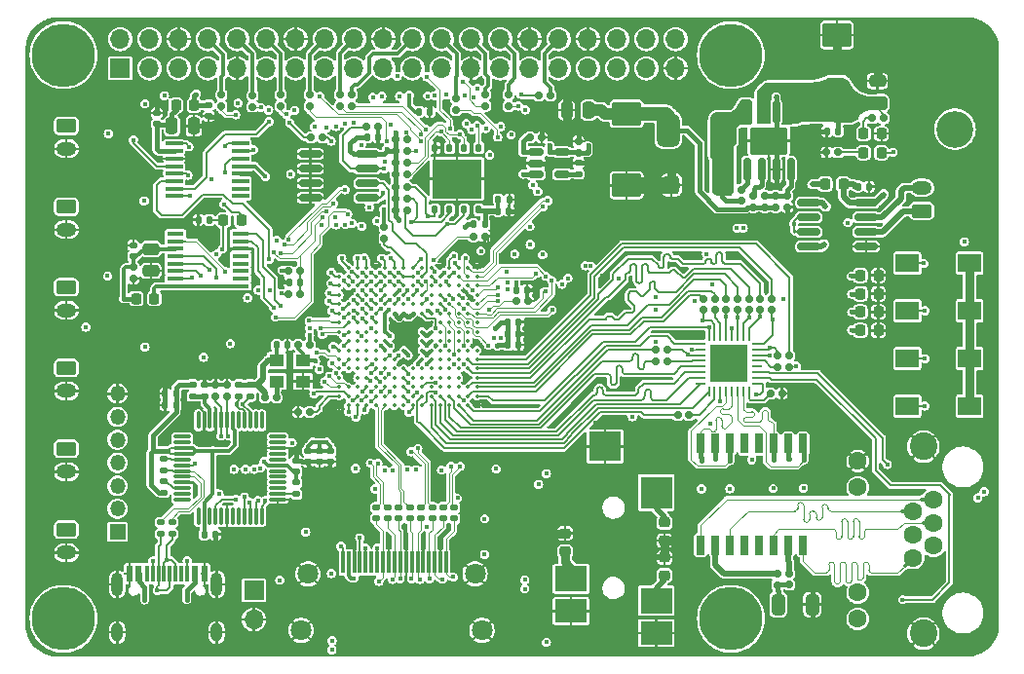
<source format=gbr>
%TF.GenerationSoftware,KiCad,Pcbnew,7.0.2*%
%TF.CreationDate,2023-10-25T01:51:12+05:00*%
%TF.ProjectId,Karnix_ASB,4b61726e-6978-45f4-9153-422e6b696361,V1.0*%
%TF.SameCoordinates,Original*%
%TF.FileFunction,Copper,L1,Top*%
%TF.FilePolarity,Positive*%
%FSLAX46Y46*%
G04 Gerber Fmt 4.6, Leading zero omitted, Abs format (unit mm)*
G04 Created by KiCad (PCBNEW 7.0.2) date 2023-10-25 01:51:12*
%MOMM*%
%LPD*%
G01*
G04 APERTURE LIST*
G04 Aperture macros list*
%AMRoundRect*
0 Rectangle with rounded corners*
0 $1 Rounding radius*
0 $2 $3 $4 $5 $6 $7 $8 $9 X,Y pos of 4 corners*
0 Add a 4 corners polygon primitive as box body*
4,1,4,$2,$3,$4,$5,$6,$7,$8,$9,$2,$3,0*
0 Add four circle primitives for the rounded corners*
1,1,$1+$1,$2,$3*
1,1,$1+$1,$4,$5*
1,1,$1+$1,$6,$7*
1,1,$1+$1,$8,$9*
0 Add four rect primitives between the rounded corners*
20,1,$1+$1,$2,$3,$4,$5,0*
20,1,$1+$1,$4,$5,$6,$7,0*
20,1,$1+$1,$6,$7,$8,$9,0*
20,1,$1+$1,$8,$9,$2,$3,0*%
G04 Aperture macros list end*
%TA.AperFunction,SMDPad,CuDef*%
%ADD10RoundRect,0.140000X0.140000X0.170000X-0.140000X0.170000X-0.140000X-0.170000X0.140000X-0.170000X0*%
%TD*%
%TA.AperFunction,SMDPad,CuDef*%
%ADD11RoundRect,0.250000X-0.475000X0.250000X-0.475000X-0.250000X0.475000X-0.250000X0.475000X0.250000X0*%
%TD*%
%TA.AperFunction,SMDPad,CuDef*%
%ADD12RoundRect,0.150000X0.150000X0.150000X-0.150000X0.150000X-0.150000X-0.150000X0.150000X-0.150000X0*%
%TD*%
%TA.AperFunction,SMDPad,CuDef*%
%ADD13RoundRect,0.150000X-0.825000X-0.150000X0.825000X-0.150000X0.825000X0.150000X-0.825000X0.150000X0*%
%TD*%
%TA.AperFunction,SMDPad,CuDef*%
%ADD14RoundRect,0.140000X-0.140000X-0.170000X0.140000X-0.170000X0.140000X0.170000X-0.140000X0.170000X0*%
%TD*%
%TA.AperFunction,SMDPad,CuDef*%
%ADD15RoundRect,0.150000X-0.512500X-0.150000X0.512500X-0.150000X0.512500X0.150000X-0.512500X0.150000X0*%
%TD*%
%TA.AperFunction,SMDPad,CuDef*%
%ADD16RoundRect,0.150000X-0.150000X-0.150000X0.150000X-0.150000X0.150000X0.150000X-0.150000X0.150000X0*%
%TD*%
%TA.AperFunction,SMDPad,CuDef*%
%ADD17RoundRect,0.150000X0.150000X-0.150000X0.150000X0.150000X-0.150000X0.150000X-0.150000X-0.150000X0*%
%TD*%
%TA.AperFunction,SMDPad,CuDef*%
%ADD18RoundRect,0.140000X-0.170000X0.140000X-0.170000X-0.140000X0.170000X-0.140000X0.170000X0.140000X0*%
%TD*%
%TA.AperFunction,SMDPad,CuDef*%
%ADD19RoundRect,0.218750X-0.218750X-0.256250X0.218750X-0.256250X0.218750X0.256250X-0.218750X0.256250X0*%
%TD*%
%TA.AperFunction,SMDPad,CuDef*%
%ADD20RoundRect,0.140000X0.170000X-0.140000X0.170000X0.140000X-0.170000X0.140000X-0.170000X-0.140000X0*%
%TD*%
%TA.AperFunction,SMDPad,CuDef*%
%ADD21RoundRect,0.135000X0.185000X-0.135000X0.185000X0.135000X-0.185000X0.135000X-0.185000X-0.135000X0*%
%TD*%
%TA.AperFunction,SMDPad,CuDef*%
%ADD22R,2.000000X1.600000*%
%TD*%
%TA.AperFunction,SMDPad,CuDef*%
%ADD23RoundRect,0.135000X-0.135000X-0.185000X0.135000X-0.185000X0.135000X0.185000X-0.135000X0.185000X0*%
%TD*%
%TA.AperFunction,SMDPad,CuDef*%
%ADD24R,1.473200X0.355600*%
%TD*%
%TA.AperFunction,SMDPad,CuDef*%
%ADD25RoundRect,0.250000X-0.250000X-0.475000X0.250000X-0.475000X0.250000X0.475000X-0.250000X0.475000X0*%
%TD*%
%TA.AperFunction,ComponentPad*%
%ADD26R,1.700000X1.700000*%
%TD*%
%TA.AperFunction,ComponentPad*%
%ADD27O,1.700000X1.700000*%
%TD*%
%TA.AperFunction,SMDPad,CuDef*%
%ADD28RoundRect,0.150000X-0.150000X0.150000X-0.150000X-0.150000X0.150000X-0.150000X0.150000X0.150000X0*%
%TD*%
%TA.AperFunction,SMDPad,CuDef*%
%ADD29RoundRect,0.218750X0.218750X0.256250X-0.218750X0.256250X-0.218750X-0.256250X0.218750X-0.256250X0*%
%TD*%
%TA.AperFunction,FiducialPad,Global*%
%ADD30C,5.500000*%
%TD*%
%TA.AperFunction,SMDPad,CuDef*%
%ADD31R,0.600000X1.450000*%
%TD*%
%TA.AperFunction,SMDPad,CuDef*%
%ADD32R,0.300000X1.450000*%
%TD*%
%TA.AperFunction,ComponentPad*%
%ADD33O,1.000000X2.100000*%
%TD*%
%TA.AperFunction,ComponentPad*%
%ADD34O,1.000000X1.600000*%
%TD*%
%TA.AperFunction,SMDPad,CuDef*%
%ADD35RoundRect,0.062500X0.375000X0.062500X-0.375000X0.062500X-0.375000X-0.062500X0.375000X-0.062500X0*%
%TD*%
%TA.AperFunction,SMDPad,CuDef*%
%ADD36RoundRect,0.062500X0.062500X0.375000X-0.062500X0.375000X-0.062500X-0.375000X0.062500X-0.375000X0*%
%TD*%
%TA.AperFunction,SMDPad,CuDef*%
%ADD37R,3.300000X3.300000*%
%TD*%
%TA.AperFunction,SMDPad,CuDef*%
%ADD38RoundRect,0.218750X-0.256250X0.218750X-0.256250X-0.218750X0.256250X-0.218750X0.256250X0.218750X0*%
%TD*%
%TA.AperFunction,SMDPad,CuDef*%
%ADD39RoundRect,0.500000X0.500000X0.900000X-0.500000X0.900000X-0.500000X-0.900000X0.500000X-0.900000X0*%
%TD*%
%TA.AperFunction,SMDPad,CuDef*%
%ADD40RoundRect,0.125000X-0.125000X0.250000X-0.125000X-0.250000X0.125000X-0.250000X0.125000X0.250000X0*%
%TD*%
%TA.AperFunction,SMDPad,CuDef*%
%ADD41R,4.300000X3.400000*%
%TD*%
%TA.AperFunction,SMDPad,CuDef*%
%ADD42RoundRect,0.187500X-0.187500X-0.662500X0.187500X-0.662500X0.187500X0.662500X-0.187500X0.662500X0*%
%TD*%
%TA.AperFunction,SMDPad,CuDef*%
%ADD43C,0.350000*%
%TD*%
%TA.AperFunction,SMDPad,CuDef*%
%ADD44R,1.300000X1.100000*%
%TD*%
%TA.AperFunction,ComponentPad*%
%ADD45RoundRect,0.250000X-0.625000X0.350000X-0.625000X-0.350000X0.625000X-0.350000X0.625000X0.350000X0*%
%TD*%
%TA.AperFunction,ComponentPad*%
%ADD46O,1.750000X1.200000*%
%TD*%
%TA.AperFunction,SMDPad,CuDef*%
%ADD47RoundRect,0.250000X0.475000X-0.250000X0.475000X0.250000X-0.475000X0.250000X-0.475000X-0.250000X0*%
%TD*%
%TA.AperFunction,SMDPad,CuDef*%
%ADD48RoundRect,0.135000X-0.185000X0.135000X-0.185000X-0.135000X0.185000X-0.135000X0.185000X0.135000X0*%
%TD*%
%TA.AperFunction,ComponentPad*%
%ADD49C,3.200000*%
%TD*%
%TA.AperFunction,SMDPad,CuDef*%
%ADD50RoundRect,0.075000X-0.662500X-0.075000X0.662500X-0.075000X0.662500X0.075000X-0.662500X0.075000X0*%
%TD*%
%TA.AperFunction,SMDPad,CuDef*%
%ADD51RoundRect,0.075000X-0.075000X-0.662500X0.075000X-0.662500X0.075000X0.662500X-0.075000X0.662500X0*%
%TD*%
%TA.AperFunction,SMDPad,CuDef*%
%ADD52RoundRect,0.150000X0.150000X-0.825000X0.150000X0.825000X-0.150000X0.825000X-0.150000X-0.825000X0*%
%TD*%
%TA.AperFunction,SMDPad,CuDef*%
%ADD53RoundRect,0.249600X1.400400X-0.950400X1.400400X0.950400X-1.400400X0.950400X-1.400400X-0.950400X0*%
%TD*%
%TA.AperFunction,ComponentPad*%
%ADD54C,1.600000*%
%TD*%
%TA.AperFunction,ComponentPad*%
%ADD55C,2.400000*%
%TD*%
%TA.AperFunction,ComponentPad*%
%ADD56R,1.350000X1.350000*%
%TD*%
%TA.AperFunction,ComponentPad*%
%ADD57O,1.350000X1.350000*%
%TD*%
%TA.AperFunction,SMDPad,CuDef*%
%ADD58R,0.300000X1.900000*%
%TD*%
%TA.AperFunction,ComponentPad*%
%ADD59C,1.800000*%
%TD*%
%TA.AperFunction,SMDPad,CuDef*%
%ADD60RoundRect,0.250000X-0.325000X-0.650000X0.325000X-0.650000X0.325000X0.650000X-0.325000X0.650000X0*%
%TD*%
%TA.AperFunction,SMDPad,CuDef*%
%ADD61RoundRect,0.250000X1.025000X-0.787500X1.025000X0.787500X-1.025000X0.787500X-1.025000X-0.787500X0*%
%TD*%
%TA.AperFunction,SMDPad,CuDef*%
%ADD62R,2.800000X2.000000*%
%TD*%
%TA.AperFunction,SMDPad,CuDef*%
%ADD63R,2.800000X2.800000*%
%TD*%
%TA.AperFunction,SMDPad,CuDef*%
%ADD64R,2.800000X2.200000*%
%TD*%
%TA.AperFunction,SMDPad,CuDef*%
%ADD65R,2.800000X2.600000*%
%TD*%
%TA.AperFunction,SMDPad,CuDef*%
%ADD66RoundRect,0.250000X0.250000X0.475000X-0.250000X0.475000X-0.250000X-0.475000X0.250000X-0.475000X0*%
%TD*%
%TA.AperFunction,ComponentPad*%
%ADD67RoundRect,0.250000X0.625000X-0.350000X0.625000X0.350000X-0.625000X0.350000X-0.625000X-0.350000X0*%
%TD*%
%TA.AperFunction,SMDPad,CuDef*%
%ADD68RoundRect,0.218750X0.256250X-0.218750X0.256250X0.218750X-0.256250X0.218750X-0.256250X-0.218750X0*%
%TD*%
%TA.AperFunction,SMDPad,CuDef*%
%ADD69RoundRect,0.250000X-1.025000X0.787500X-1.025000X-0.787500X1.025000X-0.787500X1.025000X0.787500X0*%
%TD*%
%TA.AperFunction,SMDPad,CuDef*%
%ADD70RoundRect,0.350000X0.350000X0.450000X-0.350000X0.450000X-0.350000X-0.450000X0.350000X-0.450000X0*%
%TD*%
%TA.AperFunction,SMDPad,CuDef*%
%ADD71RoundRect,0.100000X-0.650000X-0.100000X0.650000X-0.100000X0.650000X0.100000X-0.650000X0.100000X0*%
%TD*%
%TA.AperFunction,ViaPad*%
%ADD72C,0.400000*%
%TD*%
%TA.AperFunction,Conductor*%
%ADD73C,0.200000*%
%TD*%
%TA.AperFunction,Conductor*%
%ADD74C,0.800000*%
%TD*%
%TA.AperFunction,Conductor*%
%ADD75C,0.300000*%
%TD*%
%TA.AperFunction,Conductor*%
%ADD76C,0.400000*%
%TD*%
%TA.AperFunction,Conductor*%
%ADD77C,0.500000*%
%TD*%
%TA.AperFunction,Conductor*%
%ADD78C,1.400000*%
%TD*%
%TA.AperFunction,Conductor*%
%ADD79C,1.200000*%
%TD*%
%TA.AperFunction,Conductor*%
%ADD80C,1.000000*%
%TD*%
%TA.AperFunction,Conductor*%
%ADD81C,0.125000*%
%TD*%
%TA.AperFunction,Conductor*%
%ADD82C,0.100000*%
%TD*%
G04 APERTURE END LIST*
D10*
%TO.P,C96,1*%
%TO.N,FT_VCC*%
X121760000Y-76080000D03*
%TO.P,C96,2*%
%TO.N,GND*%
X120800000Y-76080000D03*
%TD*%
D11*
%TO.P,C65,1*%
%TO.N,+3V3*%
X119585000Y-62491000D03*
%TO.P,C65,2*%
%TO.N,GND*%
X119585000Y-64391000D03*
%TD*%
D12*
%TO.P,R30,1*%
%TO.N,Net-(XS5-Pin_32)*%
X154310000Y-49155000D03*
%TO.P,R30,2*%
%TO.N,GPIO_12*%
X153310000Y-49155000D03*
%TD*%
D13*
%TO.P,U9,1,RO*%
%TO.N,RS485_RO*%
X176760000Y-58490000D03*
%TO.P,U9,2,~{RE}*%
%TO.N,RS485_DE*%
X176760000Y-59760000D03*
%TO.P,U9,3,DE*%
X176760000Y-61030000D03*
%TO.P,U9,4,DI*%
%TO.N,RS485_DI*%
X176760000Y-62300000D03*
%TO.P,U9,5,GND*%
%TO.N,GND*%
X181710000Y-62300000D03*
%TO.P,U9,6,A*%
%TO.N,RS485_A*%
X181710000Y-61030000D03*
%TO.P,U9,7,B*%
%TO.N,RS485_B*%
X181710000Y-59760000D03*
%TO.P,U9,8,VCC*%
%TO.N,Net-(#FLG07-pwr)*%
X181710000Y-58490000D03*
%TD*%
D14*
%TO.P,C55,1*%
%TO.N,Net-(#FLG07-pwr)*%
X181010000Y-57070000D03*
%TO.P,C55,2*%
%TO.N,GND*%
X181970000Y-57070000D03*
%TD*%
D15*
%TO.P,U4,1,IN*%
%TO.N,+5V*%
X153022500Y-54090000D03*
%TO.P,U4,2,GND*%
%TO.N,GND*%
X153022500Y-55040000D03*
%TO.P,U4,3,EN*%
%TO.N,+5V*%
X153022500Y-55990000D03*
%TO.P,U4,4,BP*%
%TO.N,Net-(U4-BP)*%
X155297500Y-55990000D03*
%TO.P,U4,5,OUT*%
%TO.N,+3V3*%
X155297500Y-54090000D03*
%TD*%
D16*
%TO.P,R60,1*%
%TO.N,+3V3*%
X140812000Y-55987000D03*
%TO.P,R60,2*%
%TO.N,QSPI_D2*%
X141812000Y-55987000D03*
%TD*%
D12*
%TO.P,R37,1*%
%TO.N,+24V*%
X183258000Y-51139000D03*
%TO.P,R37,2*%
%TO.N,Net-(D5-A)*%
X182258000Y-51139000D03*
%TD*%
D17*
%TO.P,R25,1*%
%TO.N,GPIO_07*%
X148610000Y-50050000D03*
%TO.P,R25,2*%
%TO.N,Net-(XS5-Pin_26)*%
X148610000Y-49050000D03*
%TD*%
D18*
%TO.P,C59,1*%
%TO.N,HDMI_TX1-*%
X143050000Y-84980000D03*
%TO.P,C59,2*%
%TO.N,Net-(J3-D1-)*%
X143050000Y-85940000D03*
%TD*%
D19*
%TO.P,D6,1,K*%
%TO.N,Net-(D6-K)*%
X181495000Y-54120000D03*
%TO.P,D6,2,A*%
%TO.N,+5V*%
X183070000Y-54120000D03*
%TD*%
D16*
%TO.P,R65,1*%
%TO.N,+3V3*%
X140835000Y-59111000D03*
%TO.P,R65,2*%
%TO.N,QSPI_D3*%
X141835000Y-59111000D03*
%TD*%
D19*
%TO.P,L5,1,1*%
%TO.N,+3V3*%
X118302000Y-66807000D03*
%TO.P,L5,2,2*%
%TO.N,Net-(U11-VREFABCD)*%
X119877000Y-66807000D03*
%TD*%
D20*
%TO.P,C16,1*%
%TO.N,Net-(U4-BP)*%
X156730000Y-55990000D03*
%TO.P,C16,2*%
%TO.N,GND*%
X156730000Y-55030000D03*
%TD*%
D21*
%TO.P,R183,1*%
%TO.N,Net-(U20-SI{slash}WU_B)*%
X132226000Y-83824000D03*
%TO.P,R183,2*%
%TO.N,FT_VCC*%
X132226000Y-82804000D03*
%TD*%
D22*
%TO.P,SW3,1,1*%
%TO.N,+3V3*%
X190720000Y-72016760D03*
%TO.P,SW3,2,2*%
%TO.N,KEY2*%
X185320000Y-72016760D03*
%TD*%
D23*
%TO.P,R173,1*%
%TO.N,SRAM_#CS*%
X147580000Y-60355000D03*
%TO.P,R173,2*%
%TO.N,+3V3*%
X148600000Y-60355000D03*
%TD*%
D12*
%TO.P,R55,1*%
%TO.N,Net-(U5B-PT38A)*%
X133374000Y-70835000D03*
%TO.P,R55,2*%
%TO.N,CLK*%
X132374000Y-70835000D03*
%TD*%
D18*
%TO.P,C21,1*%
%TO.N,+3V3*%
X134215000Y-80035000D03*
%TO.P,C21,2*%
%TO.N,GND*%
X134215000Y-80995000D03*
%TD*%
D24*
%TO.P,U11,1,~LDAC*%
%TO.N,unconnected-(U11-~LDAC-Pad1)*%
X121711200Y-61161600D03*
%TO.P,U11,2,~SYNC*%
%TO.N,DAC_SPI_CSn*%
X121711200Y-61822000D03*
%TO.P,U11,3,VDD*%
%TO.N,+3V3*%
X121711200Y-62482400D03*
%TO.P,U11,4,VOUTA*%
%TO.N,OUT1_DAC*%
X121711200Y-63117400D03*
%TO.P,U11,5,VOUTB*%
%TO.N,OUT2_DAC*%
X121711200Y-63777800D03*
%TO.P,U11,6,VOUTC*%
%TO.N,DAC_AUDIO_L*%
X121711200Y-64412800D03*
%TO.P,U11,7,VOUTD*%
%TO.N,DAC_AUDIO_R*%
X121711200Y-65073200D03*
%TO.P,U11,8,VREFABCD*%
%TO.N,Net-(U11-VREFABCD)*%
X121711200Y-65733600D03*
%TO.P,U11,9,VREFEFGH*%
X127350000Y-65733600D03*
%TO.P,U11,10,VOUTE*%
%TO.N,unconnected-(U11-VOUTE-Pad10)*%
X127350000Y-65073200D03*
%TO.P,U11,11,VOUTF*%
%TO.N,unconnected-(U11-VOUTF-Pad11)*%
X127350000Y-64412800D03*
%TO.P,U11,12,VOUTG*%
%TO.N,unconnected-(U11-VOUTG-Pad12)*%
X127350000Y-63777800D03*
%TO.P,U11,13,VOUTH*%
%TO.N,unconnected-(U11-VOUTH-Pad13)*%
X127350000Y-63117400D03*
%TO.P,U11,14,GND*%
%TO.N,GND*%
X127350000Y-62482400D03*
%TO.P,U11,15,DIN*%
%TO.N,DAC_SPI_MOSI*%
X127350000Y-61822000D03*
%TO.P,U11,16,SCLK*%
%TO.N,DAC_SPI_SCLK*%
X127350000Y-61161600D03*
%TD*%
D25*
%TO.P,C69,1*%
%TO.N,Net-(U10-VA)*%
X121400000Y-51810000D03*
%TO.P,C69,2*%
%TO.N,GND*%
X123300000Y-51810000D03*
%TD*%
D26*
%TO.P,J2,1,1*%
%TO.N,EEPROM_RESET*%
X128525000Y-92170000D03*
D27*
%TO.P,J2,2,2*%
%TO.N,GND*%
X128525000Y-94710000D03*
%TD*%
D17*
%TO.P,R9,1*%
%TO.N,GPIO_15*%
X128420000Y-50130000D03*
%TO.P,R9,2*%
%TO.N,Net-(XS5-Pin_10)*%
X128420000Y-49130000D03*
%TD*%
%TO.P,R38,1*%
%TO.N,+5V*%
X173860000Y-58860000D03*
%TO.P,R38,2*%
%TO.N,Net-(U1-FB)*%
X173860000Y-57860000D03*
%TD*%
D28*
%TO.P,R71,1*%
%TO.N,LAN_RXD2*%
X172525000Y-66815000D03*
%TO.P,R71,2*%
%TO.N,/Ethernet/RXD2*%
X172525000Y-67815000D03*
%TD*%
D12*
%TO.P,R39,1*%
%TO.N,Net-(D6-K)*%
X179290000Y-54100000D03*
%TO.P,R39,2*%
%TO.N,GND*%
X178290000Y-54100000D03*
%TD*%
D16*
%TO.P,R46,1*%
%TO.N,+3V3*%
X133485000Y-52810000D03*
%TO.P,R46,2*%
%TO.N,Net-(U5G-DONE)*%
X134485000Y-52810000D03*
%TD*%
D22*
%TO.P,SW2,1,1*%
%TO.N,+3V3*%
X190720000Y-67876760D03*
%TO.P,SW2,2,2*%
%TO.N,KEY1*%
X185320000Y-67876760D03*
%TD*%
D14*
%TO.P,C80,1*%
%TO.N,GND*%
X123701000Y-59961000D03*
%TO.P,C80,2*%
%TO.N,Net-(C80-Pad2)*%
X124661000Y-59961000D03*
%TD*%
%TO.P,C41,1*%
%TO.N,+3V3*%
X149731000Y-59187000D03*
%TO.P,C41,2*%
%TO.N,GND*%
X150691000Y-59187000D03*
%TD*%
D29*
%TO.P,D5,1,K*%
%TO.N,GND*%
X183062500Y-52480000D03*
%TO.P,D5,2,A*%
%TO.N,Net-(D5-A)*%
X181487500Y-52480000D03*
%TD*%
D13*
%TO.P,U6,1,A0*%
%TO.N,GND*%
X133431000Y-54259000D03*
%TO.P,U6,2,A1*%
X133431000Y-55529000D03*
%TO.P,U6,3,A2*%
X133431000Y-56799000D03*
%TO.P,U6,4,GND*%
X133431000Y-58069000D03*
%TO.P,U6,5,SDA*%
%TO.N,EEPROM_I2C_SDA*%
X138381000Y-58069000D03*
%TO.P,U6,6,SCL*%
%TO.N,EEPROM_I2C_SCK*%
X138381000Y-56799000D03*
%TO.P,U6,7,WP*%
%TO.N,EEPROM_WP*%
X138381000Y-55529000D03*
%TO.P,U6,8,VDD*%
%TO.N,+3V3*%
X138381000Y-54259000D03*
%TD*%
D10*
%TO.P,C40,1*%
%TO.N,FPGA_RESET*%
X132530000Y-65420000D03*
%TO.P,C40,2*%
%TO.N,GND*%
X131570000Y-65420000D03*
%TD*%
D17*
%TO.P,R10,1*%
%TO.N,GPIO_18*%
X130850000Y-50085000D03*
%TO.P,R10,2*%
%TO.N,Net-(XS5-Pin_12)*%
X130850000Y-49085000D03*
%TD*%
D28*
%TO.P,R77,1*%
%TO.N,LAN_CRS*%
X168565878Y-66815412D03*
%TO.P,R77,2*%
%TO.N,Net-(U8-CRS)*%
X168565878Y-67815412D03*
%TD*%
D21*
%TO.P,R172,1*%
%TO.N,UART_DEBUG_TXD*%
X128215000Y-75314000D03*
%TO.P,R172,2*%
%TO.N,+3V3*%
X128215000Y-74294000D03*
%TD*%
D28*
%TO.P,R5,1*%
%TO.N,Net-(XS5-Pin_8)*%
X125710000Y-49090000D03*
%TO.P,R5,2*%
%TO.N,GPIO_14*%
X125710000Y-50090000D03*
%TD*%
D30*
%TO.P,H2,*%
%TO.N,*%
X169980000Y-45650000D03*
%TD*%
D18*
%TO.P,C17,1*%
%TO.N,+3V3*%
X133245000Y-80035000D03*
%TO.P,C17,2*%
%TO.N,GND*%
X133245000Y-80995000D03*
%TD*%
D14*
%TO.P,C23,1*%
%TO.N,+3V3*%
X151325000Y-66045000D03*
%TO.P,C23,2*%
%TO.N,GND*%
X152285000Y-66045000D03*
%TD*%
D28*
%TO.P,R15,1*%
%TO.N,Net-(XS5-Pin_16)*%
X133385000Y-49060000D03*
%TO.P,R15,2*%
%TO.N,GPIO_23*%
X133385000Y-50060000D03*
%TD*%
%TO.P,R102,1*%
%TO.N,Net-(R102-Pad1)*%
X175030000Y-90690000D03*
%TO.P,R102,2*%
%TO.N,Net-(C54-Pad1)*%
X175030000Y-91690000D03*
%TD*%
%TO.P,R45,1*%
%TO.N,+3V3*%
X139860000Y-60560000D03*
%TO.P,R45,2*%
%TO.N,Net-(U5G-INITN)*%
X139860000Y-61560000D03*
%TD*%
D29*
%TO.P,D4,1,K*%
%TO.N,GND*%
X182795000Y-69590000D03*
%TO.P,D4,2,A*%
%TO.N,Net-(D4-A)*%
X181220000Y-69590000D03*
%TD*%
D14*
%TO.P,C39,1*%
%TO.N,+3V3*%
X130473000Y-70865000D03*
%TO.P,C39,2*%
%TO.N,GND*%
X131433000Y-70865000D03*
%TD*%
D16*
%TO.P,R68,1*%
%TO.N,LAN_TXCLK*%
X163455000Y-72245000D03*
%TO.P,R68,2*%
%TO.N,Net-(U8-TXCLK)*%
X164455000Y-72245000D03*
%TD*%
D12*
%TO.P,R74,1*%
%TO.N,LAN_RCLK*%
X175055000Y-71760000D03*
%TO.P,R74,2*%
%TO.N,/Ethernet/RCLK*%
X174055000Y-71760000D03*
%TD*%
D10*
%TO.P,C97,1*%
%TO.N,FT_VCC*%
X121750000Y-75080000D03*
%TO.P,C97,2*%
%TO.N,GND*%
X120790000Y-75080000D03*
%TD*%
D18*
%TO.P,C58,1*%
%TO.N,HDMI_TX1+*%
X144020000Y-84980000D03*
%TO.P,C58,2*%
%TO.N,Net-(J3-D1+)*%
X144020000Y-85940000D03*
%TD*%
D21*
%TO.P,R180,1*%
%TO.N,Net-(D28-A)*%
X120450000Y-87265000D03*
%TO.P,R180,2*%
%TO.N,/FDTI Programmer/FT_N*%
X120450000Y-86245000D03*
%TD*%
D14*
%TO.P,C28,1*%
%TO.N,+3V3*%
X150570000Y-70850000D03*
%TO.P,C28,2*%
%TO.N,GND*%
X151530000Y-70850000D03*
%TD*%
D31*
%TO.P,J1,A1,GND*%
%TO.N,GND*%
X117720000Y-90735000D03*
%TO.P,J1,A4,VBUS*%
%TO.N,+5V*%
X118520000Y-90735000D03*
D32*
%TO.P,J1,A5,CC1*%
%TO.N,Net-(J1-CC1)*%
X119720000Y-90735000D03*
%TO.P,J1,A6,D+*%
%TO.N,Net-(D29-A)*%
X120720000Y-90735000D03*
%TO.P,J1,A7,D-*%
%TO.N,Net-(D28-A)*%
X121220000Y-90735000D03*
%TO.P,J1,A8,SBU1*%
%TO.N,unconnected-(J1-SBU1-PadA8)*%
X122220000Y-90735000D03*
D31*
%TO.P,J1,A9,VBUS*%
%TO.N,+5V*%
X123420000Y-90735000D03*
%TO.P,J1,A12,GND*%
%TO.N,GND*%
X124220000Y-90735000D03*
%TO.P,J1,B1,GND*%
X124220000Y-90735000D03*
%TO.P,J1,B4,VBUS*%
%TO.N,+5V*%
X123420000Y-90735000D03*
D32*
%TO.P,J1,B5,CC2*%
%TO.N,Net-(J1-CC2)*%
X122720000Y-90735000D03*
%TO.P,J1,B6,D+*%
%TO.N,Net-(D29-A)*%
X121720000Y-90735000D03*
%TO.P,J1,B7,D-*%
%TO.N,Net-(D28-A)*%
X120220000Y-90735000D03*
%TO.P,J1,B8,SBU2*%
%TO.N,unconnected-(J1-SBU2-PadB8)*%
X119220000Y-90735000D03*
D31*
%TO.P,J1,B9,VBUS*%
%TO.N,+5V*%
X118520000Y-90735000D03*
%TO.P,J1,B12,GND*%
%TO.N,GND*%
X117720000Y-90735000D03*
D33*
%TO.P,J1,S1,SHIELD*%
X116650000Y-91650000D03*
D34*
X116650000Y-95830000D03*
D33*
X125290000Y-91650000D03*
D34*
X125290000Y-95830000D03*
%TD*%
D20*
%TO.P,C66,1*%
%TO.N,+3V3*%
X118045000Y-63142000D03*
%TO.P,C66,2*%
%TO.N,GND*%
X118045000Y-62182000D03*
%TD*%
D28*
%TO.P,R24,1*%
%TO.N,Net-(XS5-Pin_24)*%
X146075000Y-49405000D03*
%TO.P,R24,2*%
%TO.N,GPIO_08*%
X146075000Y-50405000D03*
%TD*%
D35*
%TO.P,U8,1,VDD2A*%
%TO.N,LAN_VDD2A*%
X172245500Y-74218000D03*
%TO.P,U8,2,LED2/~{nINTSEL}*%
%TO.N,LED_YELLOW*%
X172245500Y-73718000D03*
%TO.P,U8,3,LED1/~{REGOFF}*%
%TO.N,Net-(U8-LED1{slash}~{REGOFF})*%
X172245500Y-73218000D03*
%TO.P,U8,4,XTAL2*%
%TO.N,unconnected-(U8-XTAL2-Pad4)*%
X172245500Y-72718000D03*
%TO.P,U8,5,XTAL1/CLKIN*%
%TO.N,Net-(U8-XTAL1{slash}CLKIN)*%
X172245500Y-72218000D03*
%TO.P,U8,6,VDDCR*%
%TO.N,Net-(U8-VDDCR)*%
X172245500Y-71718000D03*
%TO.P,U8,7,RXCLK/~{PHYAD1}*%
%TO.N,/Ethernet/RCLK*%
X172245500Y-71218000D03*
%TO.P,U8,8,RXD3/~{PHYAD2}*%
%TO.N,/Ethernet/RXD3*%
X172245500Y-70718000D03*
D36*
%TO.P,U8,9,RXD2/RMIISEL*%
%TO.N,/Ethernet/RXD2*%
X171558000Y-70030500D03*
%TO.P,U8,10,RXD1/MODE1*%
%TO.N,/Ethernet/RXD1*%
X171058000Y-70030500D03*
%TO.P,U8,11,RXD0/MODE0*%
%TO.N,/Ethernet/RXD0*%
X170558000Y-70030500D03*
%TO.P,U8,12,VDDIO*%
%TO.N,+3V3*%
X170058000Y-70030500D03*
%TO.P,U8,13,RXER/RXD4/~{PHYAD0}*%
%TO.N,/Ethernet/RXER*%
X169558000Y-70030500D03*
%TO.P,U8,14,CRS*%
%TO.N,Net-(U8-CRS)*%
X169058000Y-70030500D03*
%TO.P,U8,15,COL/CRS_DV/MODE2*%
%TO.N,/Ethernet/COL*%
X168558000Y-70030500D03*
%TO.P,U8,16,MDIO*%
%TO.N,LAN_MDIO*%
X168058000Y-70030500D03*
D35*
%TO.P,U8,17,MDC*%
%TO.N,LAN_MDC*%
X167370500Y-70718000D03*
%TO.P,U8,18,nINT/TXER/TXD4*%
%TO.N,LAN_nINT*%
X167370500Y-71218000D03*
%TO.P,U8,19,nRST*%
%TO.N,Net-(U8-nRST)*%
X167370500Y-71718000D03*
%TO.P,U8,20,TXCLK*%
%TO.N,Net-(U8-TXCLK)*%
X167370500Y-72218000D03*
%TO.P,U8,21,TXEN*%
%TO.N,LAN_TXEN*%
X167370500Y-72718000D03*
%TO.P,U8,22,TXD0*%
%TO.N,LAN_TXD0*%
X167370500Y-73218000D03*
%TO.P,U8,23,TXD1*%
%TO.N,LAN_TXD1*%
X167370500Y-73718000D03*
%TO.P,U8,24,TXD2*%
%TO.N,LAN_TXD2*%
X167370500Y-74218000D03*
D36*
%TO.P,U8,25,TXD3*%
%TO.N,LAN_TXD3*%
X168058000Y-74905500D03*
%TO.P,U8,26,RXDV*%
%TO.N,Net-(U8-RXDV)*%
X168558000Y-74905500D03*
%TO.P,U8,27,VDD1A*%
%TO.N,LAN_VDD2A*%
X169058000Y-74905500D03*
%TO.P,U8,28,TXN*%
%TO.N,ETHERNET_TX-*%
X169558000Y-74905500D03*
%TO.P,U8,29,TXP*%
%TO.N,ETHERNET_TX+*%
X170058000Y-74905500D03*
%TO.P,U8,30,RXN*%
%TO.N,ETHERNET_RX-*%
X170558000Y-74905500D03*
%TO.P,U8,31,RXP*%
%TO.N,ETHERNET_RX+*%
X171058000Y-74905500D03*
%TO.P,U8,32,RBIAS*%
%TO.N,Net-(U8-RBIAS)*%
X171558000Y-74905500D03*
D37*
%TO.P,U8,33,EXP_PAD*%
%TO.N,GND*%
X169808000Y-72468000D03*
%TD*%
D30*
%TO.P,H1,*%
%TO.N,*%
X111980000Y-45650000D03*
%TD*%
D38*
%TO.P,D16,1,K*%
%TO.N,OUT_AUDIO_R*%
X164225000Y-86275000D03*
%TO.P,D16,2,A*%
%TO.N,GND*%
X164225000Y-87850000D03*
%TD*%
D39*
%TO.P,L1,1,1*%
%TO.N,+5V*%
X164530000Y-52170000D03*
%TO.P,L1,2,2*%
%TO.N,Net-(D8-K)*%
X169330000Y-52170000D03*
%TD*%
D14*
%TO.P,C100,1*%
%TO.N,+3V3*%
X142855000Y-50575000D03*
%TO.P,C100,2*%
%TO.N,GND*%
X143815000Y-50575000D03*
%TD*%
D16*
%TO.P,R48,1*%
%TO.N,+3V3*%
X140815000Y-53000000D03*
%TO.P,R48,2*%
%TO.N,Net-(U5G-CFG_1)*%
X141815000Y-53000000D03*
%TD*%
%TO.P,R47,1*%
%TO.N,+3V3*%
X131550000Y-66400000D03*
%TO.P,R47,2*%
%TO.N,FPGA_RESET*%
X132550000Y-66400000D03*
%TD*%
D40*
%TO.P,U7,1,~{CS}*%
%TO.N,SPI_CONFIG_SS*%
X148068000Y-53696000D03*
%TO.P,U7,2,DO/IO1*%
%TO.N,SPI_CONFIG_MISO*%
X146798000Y-53696000D03*
%TO.P,U7,3,~{WP}/IO2*%
%TO.N,QSPI_D2*%
X145528000Y-53696000D03*
%TO.P,U7,4,GND*%
%TO.N,GND*%
X144258000Y-53696000D03*
%TO.P,U7,5,DI/IO0*%
%TO.N,SPI_CONFIG_MOSI*%
X144258000Y-59096000D03*
%TO.P,U7,6,CLK*%
%TO.N,SPI_CONFIG_SCK*%
X145528000Y-59096000D03*
%TO.P,U7,7,~{H/R}*%
%TO.N,QSPI_D3*%
X146798000Y-59096000D03*
%TO.P,U7,8,VCC*%
%TO.N,+3V3*%
X148068000Y-59096000D03*
D41*
%TO.P,U7,9,GND*%
%TO.N,GND*%
X146163000Y-56396000D03*
%TD*%
D42*
%TO.P,TR1,1*%
%TO.N,Net-(TR1-Pad1)*%
X167343000Y-88242000D03*
%TO.P,TR1,2*%
%TO.N,Net-(R101-Pad1)*%
X168613000Y-88242000D03*
%TO.P,TR1,3*%
%TO.N,Net-(TR1-Pad3)*%
X169883000Y-88242000D03*
%TO.P,TR1,4,4*%
%TO.N,unconnected-(TR1-Pad4)*%
X171153000Y-88242000D03*
%TO.P,TR1,5,5*%
%TO.N,unconnected-(TR1-Pad5)*%
X172423000Y-88242000D03*
%TO.P,TR1,6*%
%TO.N,Net-(TR1-Pad6)*%
X173693000Y-88242000D03*
%TO.P,TR1,7*%
%TO.N,Net-(R102-Pad1)*%
X174963000Y-88242000D03*
%TO.P,TR1,8*%
%TO.N,Net-(TR1-Pad8)*%
X176233000Y-88242000D03*
%TO.P,TR1,9*%
%TO.N,ETHERNET_RX-*%
X176233000Y-79402800D03*
%TO.P,TR1,10*%
%TO.N,ETHERNET_CT*%
X174963000Y-79402800D03*
%TO.P,TR1,11*%
%TO.N,ETHERNET_RX+*%
X173693000Y-79402800D03*
%TO.P,TR1,12,12*%
%TO.N,unconnected-(TR1-Pad12)*%
X172423000Y-79402800D03*
%TO.P,TR1,13,13*%
%TO.N,unconnected-(TR1-Pad13)*%
X171153000Y-79402800D03*
%TO.P,TR1,14*%
%TO.N,ETHERNET_TX-*%
X169883000Y-79402800D03*
%TO.P,TR1,15*%
%TO.N,ETHERNET_CT*%
X168613000Y-79402800D03*
%TO.P,TR1,16*%
%TO.N,ETHERNET_TX+*%
X167343000Y-79402800D03*
%TD*%
D43*
%TO.P,U5,A1,GND*%
%TO.N,GND*%
X147930000Y-76100000D03*
%TO.P,U5,A2,PT4A*%
%TO.N,LAN_MDC*%
X147130000Y-76100000D03*
%TO.P,U5,A3,PT6A*%
%TO.N,LAN_nRST*%
X146330000Y-76100000D03*
%TO.P,U5,A4,PT6B*%
%TO.N,LAN_TXEN*%
X145530000Y-76100000D03*
%TO.P,U5,A5,PT18A*%
%TO.N,LAN_TXD1*%
X144730000Y-76100000D03*
%TO.P,U5,A6,PT18B*%
%TO.N,LAN_TXD3*%
X143930000Y-76100000D03*
%TO.P,U5,A7,PT29A*%
%TO.N,RS485_RO*%
X143130000Y-76100000D03*
%TO.P,U5,A8,PT29B*%
%TO.N,RS485_DI*%
X142330000Y-76100000D03*
%TO.P,U5,A9,PT42A*%
%TO.N,unconnected-(U5B-PT42A-PadA9)*%
X141530000Y-76100000D03*
%TO.P,U5,A10,PT42B*%
%TO.N,unconnected-(U5B-PT42B-PadA10)*%
X140730000Y-76100000D03*
%TO.P,U5,A11,PT53A*%
%TO.N,HDMI_TX0+*%
X139930000Y-76100000D03*
%TO.P,U5,A12,PT53B*%
%TO.N,HDMI_TX0-*%
X139130000Y-76100000D03*
%TO.P,U5,A13,PT65A*%
%TO.N,LED0*%
X138330000Y-76100000D03*
%TO.P,U5,A14,PT65B*%
%TO.N,LED1*%
X137530000Y-76100000D03*
%TO.P,U5,A15,PT67B*%
%TO.N,LED2*%
X136730000Y-76100000D03*
%TO.P,U5,A16,GND*%
%TO.N,GND*%
X135930000Y-76100000D03*
%TO.P,U5,B1,PL2A*%
%TO.N,LAN_MDIO*%
X147930000Y-75300000D03*
%TO.P,U5,B2,PL2B*%
%TO.N,LAN_COL*%
X147130000Y-75300000D03*
%TO.P,U5,B3,PT4B*%
%TO.N,LAN_nINT*%
X146330000Y-75300000D03*
%TO.P,U5,B4,PT11B*%
%TO.N,LAN_TXCLK*%
X145530000Y-75300000D03*
%TO.P,U5,B5,PT15B*%
%TO.N,LAN_TXD0*%
X144730000Y-75300000D03*
%TO.P,U5,B6,PT22B*%
%TO.N,LAN_TXD2*%
X143930000Y-75300000D03*
%TO.P,U5,B7,PT27B*%
%TO.N,LAN_RXDV*%
X143130000Y-75300000D03*
%TO.P,U5,B8,PT35B*%
%TO.N,HDMI_HPD*%
X142330000Y-75300000D03*
%TO.P,U5,B9,PT38A*%
%TO.N,Net-(U5B-PT38A)*%
X141530000Y-75300000D03*
%TO.P,U5,B10,PT44A*%
%TO.N,unconnected-(U5B-PT44A-PadB10)*%
X140730000Y-75300000D03*
%TO.P,U5,B11,PT49A*%
%TO.N,HDMI_TX2+*%
X139930000Y-75300000D03*
%TO.P,U5,B12,PT56A*%
%TO.N,HDMI_TXC+*%
X139130000Y-75300000D03*
%TO.P,U5,B13,PT60A*%
%TO.N,KEY0*%
X138330000Y-75300000D03*
%TO.P,U5,B14,PT67A*%
%TO.N,LED3*%
X137530000Y-75300000D03*
%TO.P,U5,B15,PR2B*%
%TO.N,DAC_SPI_MOSI*%
X136730000Y-75300000D03*
%TO.P,U5,B16,PR2A*%
%TO.N,DAC_SPI_MISO*%
X135930000Y-75300000D03*
%TO.P,U5,C1,PL5A*%
%TO.N,LAN_CRS*%
X147930000Y-74500000D03*
%TO.P,U5,C2,PL5B*%
%TO.N,LAN_RXER*%
X147130000Y-74500000D03*
%TO.P,U5,C3,PL2C*%
%TO.N,unconnected-(U5F-PL2C-PadC3)*%
X146330000Y-74500000D03*
%TO.P,U5,C4,PT11A*%
%TO.N,unconnected-(U5A-PT11A-PadC4)*%
X145530000Y-74500000D03*
%TO.P,U5,C5,PT15A*%
%TO.N,unconnected-(U5A-PT15A-PadC5)*%
X144730000Y-74500000D03*
%TO.P,U5,C6,PT22A*%
%TO.N,unconnected-(U5A-PT22A-PadC6)*%
X143930000Y-74500000D03*
%TO.P,U5,C7,PT27A*%
%TO.N,RS485_DE*%
X143130000Y-74500000D03*
%TO.P,U5,C8,PT35A*%
%TO.N,unconnected-(U5B-PT35A-PadC8)*%
X142330000Y-74500000D03*
%TO.P,U5,C9,PT38B*%
%TO.N,HDMI_CEC*%
X141530000Y-74500000D03*
%TO.P,U5,C10,PT44B*%
%TO.N,unconnected-(U5B-PT44B-PadC10)*%
X140730000Y-74500000D03*
%TO.P,U5,C11,PT49B*%
%TO.N,HDMI_TX2-*%
X139930000Y-74500000D03*
%TO.P,U5,C12,PT56B*%
%TO.N,HDMI_TXC-*%
X139130000Y-74500000D03*
%TO.P,U5,C13,PT60B*%
%TO.N,KEY1*%
X138330000Y-74500000D03*
%TO.P,U5,C14,PR2C*%
%TO.N,unconnected-(U5C-PR2C-PadC14)*%
X137530000Y-74500000D03*
%TO.P,U5,C15,PR5B*%
%TO.N,DAC_SPI_CSn*%
X136730000Y-74500000D03*
%TO.P,U5,C16,PR5A*%
%TO.N,DAC_SPI_SCLK*%
X135930000Y-74500000D03*
%TO.P,U5,D1,PL8A*%
%TO.N,LAN_RXD0*%
X147930000Y-73700000D03*
%TO.P,U5,D2,GND*%
%TO.N,GND*%
X147130000Y-73700000D03*
%TO.P,U5,D3,PL2D*%
%TO.N,unconnected-(U5F-PL2D-PadD3)*%
X146330000Y-73700000D03*
%TO.P,U5,D4,PT9B*%
%TO.N,unconnected-(U5A-PT9B-PadD4)*%
X145530000Y-73700000D03*
%TO.P,U5,D5,PT13B*%
%TO.N,unconnected-(U5A-PT13B-PadD5)*%
X144730000Y-73700000D03*
%TO.P,U5,D6,PT20B*%
%TO.N,unconnected-(U5A-PT20B-PadD6)*%
X143930000Y-73700000D03*
%TO.P,U5,D7,PT24B*%
%TO.N,unconnected-(U5A-PT24B-PadD7)*%
X143130000Y-73700000D03*
%TO.P,U5,D8,PT33B*%
%TO.N,unconnected-(U5B-PT33B-PadD8)*%
X142330000Y-73700000D03*
%TO.P,U5,D9,PT40A*%
%TO.N,HDMI_SDA*%
X141530000Y-73700000D03*
%TO.P,U5,D10,PT47A*%
%TO.N,unconnected-(U5B-PT47A-PadD10)*%
X140730000Y-73700000D03*
%TO.P,U5,D11,PT51A*%
%TO.N,HDMI_TX1+*%
X139930000Y-73700000D03*
%TO.P,U5,D12,PT58A*%
%TO.N,UART_DEBUG_RXD*%
X139130000Y-73700000D03*
%TO.P,U5,D13,PT62A*%
%TO.N,KEY2*%
X138330000Y-73700000D03*
%TO.P,U5,D14,PR2D*%
%TO.N,unconnected-(U5C-PR2D-PadD14)*%
X137530000Y-73700000D03*
%TO.P,U5,D15,GND*%
%TO.N,GND*%
X136730000Y-73700000D03*
%TO.P,U5,D16,PR8A*%
%TO.N,GPIO_17*%
X135930000Y-73700000D03*
%TO.P,U5,E1,PL11D*%
%TO.N,LAN_RXD2*%
X147930000Y-72900000D03*
%TO.P,U5,E2,PL8B*%
%TO.N,LAN_RXD1*%
X147130000Y-72900000D03*
%TO.P,U5,E3,PL5C*%
%TO.N,unconnected-(U5F-PL5C-PadE3)*%
X146330000Y-72900000D03*
%TO.P,U5,E4,PT9A*%
%TO.N,unconnected-(U5A-PT9A-PadE4)*%
X145530000Y-72900000D03*
%TO.P,U5,E5,PT13A*%
%TO.N,unconnected-(U5A-PT13A-PadE5)*%
X144730000Y-72900000D03*
%TO.P,U5,E6,PT20A*%
%TO.N,unconnected-(U5A-PT20A-PadE6)*%
X143930000Y-72900000D03*
%TO.P,U5,E7,PT24A*%
%TO.N,unconnected-(U5A-PT24A-PadE7)*%
X143130000Y-72900000D03*
%TO.P,U5,E8,PT33A*%
%TO.N,unconnected-(U5B-PT33A-PadE8)*%
X142330000Y-72900000D03*
%TO.P,U5,E9,PT40B*%
%TO.N,HDMI_SCL*%
X141530000Y-72900000D03*
%TO.P,U5,E10,PT47B*%
%TO.N,unconnected-(U5B-PT47B-PadE10)*%
X140730000Y-72900000D03*
%TO.P,U5,E11,PT51B*%
%TO.N,HDMI_TX1-*%
X139930000Y-72900000D03*
%TO.P,U5,E12,PT58B*%
%TO.N,UART_DEBUG_TXD*%
X139130000Y-72900000D03*
%TO.P,U5,E13,PT62B*%
%TO.N,KEY3*%
X138330000Y-72900000D03*
%TO.P,U5,E14,PR5C*%
%TO.N,unconnected-(U5C-PR5C-PadE14)*%
X137530000Y-72900000D03*
%TO.P,U5,E15,PR8B*%
%TO.N,unconnected-(U5C-PR8B-PadE15)*%
X136730000Y-72900000D03*
%TO.P,U5,E16,PR11D*%
%TO.N,ADC_SPI_MOSI*%
X135930000Y-72900000D03*
%TO.P,U5,F1,PL14A*%
%TO.N,LAN_RCLK*%
X147930000Y-72100000D03*
%TO.P,U5,F2,PL11C*%
%TO.N,LAN_RXD3*%
X147130000Y-72100000D03*
%TO.P,U5,F3,PL5D*%
%TO.N,unconnected-(U5F-PL5D-PadF3)*%
X146330000Y-72100000D03*
%TO.P,U5,F4,PL8C*%
%TO.N,unconnected-(U5F-PL8C-PadF4)*%
X145530000Y-72100000D03*
%TO.P,U5,F5,PL8D*%
%TO.N,unconnected-(U5F-PL8D-PadF5)*%
X144730000Y-72100000D03*
%TO.P,U5,F6,VCCIO0*%
%TO.N,+3V3*%
X143930000Y-72100000D03*
%TO.P,U5,F7,VCCIO0*%
X143130000Y-72100000D03*
%TO.P,U5,F8,GND*%
%TO.N,GND*%
X142330000Y-72100000D03*
%TO.P,U5,F9,GND*%
X141530000Y-72100000D03*
%TO.P,U5,F10,VCCIO1*%
%TO.N,+3V3*%
X140730000Y-72100000D03*
%TO.P,U5,F11,VCCIO1*%
X139930000Y-72100000D03*
%TO.P,U5,F12,PR8D*%
%TO.N,unconnected-(U5C-PR8D-PadF12)*%
X139130000Y-72100000D03*
%TO.P,U5,F13,PR8C*%
%TO.N,unconnected-(U5C-PR8C-PadF13)*%
X138330000Y-72100000D03*
%TO.P,U5,F14,PR5D*%
%TO.N,unconnected-(U5C-PR5D-PadF14)*%
X137530000Y-72100000D03*
%TO.P,U5,F15,PR11C*%
%TO.N,ADC_SPI_SCLK*%
X136730000Y-72100000D03*
%TO.P,U5,F16,PR14A*%
%TO.N,ADC_SPI_CSn*%
X135930000Y-72100000D03*
%TO.P,U5,G1,PL20A*%
%TO.N,unconnected-(U5F-PL20A-PadG1)*%
X147930000Y-71300000D03*
%TO.P,U5,G2,PL14B*%
%TO.N,unconnected-(U5F-PL14B-PadG2)*%
X147130000Y-71300000D03*
%TO.P,U5,G3,PL14C*%
%TO.N,unconnected-(U5F-PL14C-PadG3)*%
X146330000Y-71300000D03*
%TO.P,U5,G4,PL11B*%
%TO.N,unconnected-(U5F-PL11B-PadG4)*%
X145530000Y-71300000D03*
%TO.P,U5,G5,PL11A*%
%TO.N,unconnected-(U5F-PL11A-PadG5)*%
X144730000Y-71300000D03*
%TO.P,U5,G6,VCC*%
%TO.N,+1V1*%
X143930000Y-71300000D03*
%TO.P,U5,G7,VCC*%
X143130000Y-71300000D03*
%TO.P,U5,G8,GND*%
%TO.N,GND*%
X142330000Y-71300000D03*
%TO.P,U5,G9,VCC*%
%TO.N,+1V1*%
X141530000Y-71300000D03*
%TO.P,U5,G10,GND*%
%TO.N,GND*%
X140730000Y-71300000D03*
%TO.P,U5,G11,VCCAUX*%
%TO.N,+2V5*%
X139930000Y-71300000D03*
%TO.P,U5,G12,PR11A*%
%TO.N,unconnected-(U5C-PR11A-PadG12)*%
X139130000Y-71300000D03*
%TO.P,U5,G13,PR11B*%
%TO.N,unconnected-(U5C-PR11B-PadG13)*%
X138330000Y-71300000D03*
%TO.P,U5,G14,PR14C*%
%TO.N,unconnected-(U5C-PR14C-PadG14)*%
X137530000Y-71300000D03*
%TO.P,U5,G15,PR14B*%
%TO.N,unconnected-(U5C-PR14B-PadG15)*%
X136730000Y-71300000D03*
%TO.P,U5,G16,PR20A*%
%TO.N,ADC_SPI_MISO*%
X135930000Y-71300000D03*
%TO.P,U5,H1,GND*%
%TO.N,GND*%
X147930000Y-70500000D03*
%TO.P,U5,H2,PL20B*%
%TO.N,unconnected-(U5F-PL20B-PadH2)*%
X147130000Y-70500000D03*
%TO.P,U5,H3,PL14D*%
%TO.N,unconnected-(U5F-PL14D-PadH3)*%
X146330000Y-70500000D03*
%TO.P,U5,H4,PL17B*%
%TO.N,unconnected-(U5F-PL17B-PadH4)*%
X145530000Y-70500000D03*
%TO.P,U5,H5,PL17A*%
%TO.N,unconnected-(U5F-PL17A-PadH5)*%
X144730000Y-70500000D03*
%TO.P,U5,H6,VCCIO7*%
%TO.N,+3V3*%
X143930000Y-70500000D03*
%TO.P,U5,H7,VCCIO7*%
X143130000Y-70500000D03*
%TO.P,U5,H8,GND*%
%TO.N,GND*%
X142330000Y-70500000D03*
%TO.P,U5,H9,GND*%
X141530000Y-70500000D03*
%TO.P,U5,H10,GND*%
X140730000Y-70500000D03*
%TO.P,U5,H11,VCCIO2*%
%TO.N,+3V3*%
X139930000Y-70500000D03*
%TO.P,U5,H12,PR17A*%
%TO.N,unconnected-(U5C-PR17A-PadH12)*%
X139130000Y-70500000D03*
%TO.P,U5,H13,PR17B*%
%TO.N,unconnected-(U5C-PR17B-PadH13)*%
X138330000Y-70500000D03*
%TO.P,U5,H14,PR14D*%
%TO.N,unconnected-(U5C-PR14D-PadH14)*%
X137530000Y-70500000D03*
%TO.P,U5,H15,PR20B*%
%TO.N,SRAM_#CS*%
X136730000Y-70500000D03*
%TO.P,U5,H16,GND*%
%TO.N,GND*%
X135930000Y-70500000D03*
%TO.P,U5,J1,PL23A*%
%TO.N,unconnected-(U5F-PL23A-PadJ1)*%
X147930000Y-69700000D03*
%TO.P,U5,J2,PL23B*%
%TO.N,unconnected-(U5F-PL23B-PadJ2)*%
X147130000Y-69700000D03*
%TO.P,U5,J3,PL20C*%
%TO.N,unconnected-(U5F-PL20C-PadJ3)*%
X146330000Y-69700000D03*
%TO.P,U5,J4,PL17C*%
%TO.N,unconnected-(U5F-PL17C-PadJ4)*%
X145530000Y-69700000D03*
%TO.P,U5,J5,PL17D*%
%TO.N,unconnected-(U5F-PL17D-PadJ5)*%
X144730000Y-69700000D03*
%TO.P,U5,J6,VCCIO6*%
%TO.N,+3V3*%
X143930000Y-69700000D03*
%TO.P,U5,J7,VCCIO6*%
X143130000Y-69700000D03*
%TO.P,U5,J8,GND*%
%TO.N,GND*%
X142330000Y-69700000D03*
%TO.P,U5,J9,GND*%
X141530000Y-69700000D03*
%TO.P,U5,J10,GND*%
X140730000Y-69700000D03*
%TO.P,U5,J11,VCCIO2*%
%TO.N,+3V3*%
X139930000Y-69700000D03*
%TO.P,U5,J12,PR17D*%
%TO.N,unconnected-(U5C-PR17D-PadJ12)*%
X139130000Y-69700000D03*
%TO.P,U5,J13,PR17C*%
%TO.N,unconnected-(U5C-PR17C-PadJ13)*%
X138330000Y-69700000D03*
%TO.P,U5,J14,PR20C*%
%TO.N,SRAM_#OE*%
X137530000Y-69700000D03*
%TO.P,U5,J15,PR23B*%
%TO.N,SRAM_#BLE*%
X136730000Y-69700000D03*
%TO.P,U5,J16,PR23A*%
%TO.N,SRAM_#BHE*%
X135930000Y-69700000D03*
%TO.P,U5,K1,PL23C*%
%TO.N,unconnected-(U5F-PL23C-PadK1)*%
X147930000Y-68900000D03*
%TO.P,U5,K2,PL23D*%
%TO.N,unconnected-(U5F-PL23D-PadK2)*%
X147130000Y-68900000D03*
%TO.P,U5,K3,PL20D*%
%TO.N,unconnected-(U5F-PL20D-PadK3)*%
X146330000Y-68900000D03*
%TO.P,U5,K4,PL29A*%
%TO.N,GPIO_04*%
X145530000Y-68900000D03*
%TO.P,U5,K5,PL29B*%
%TO.N,GPIO_05*%
X144730000Y-68900000D03*
%TO.P,U5,K6,GND*%
%TO.N,GND*%
X143930000Y-68900000D03*
%TO.P,U5,K7,GND*%
X143130000Y-68900000D03*
%TO.P,U5,K8,GND*%
X142330000Y-68900000D03*
%TO.P,U5,K9,GND*%
X141530000Y-68900000D03*
%TO.P,U5,K10,GND*%
X140730000Y-68900000D03*
%TO.P,U5,K11,VCCIO3*%
%TO.N,+3V3*%
X139930000Y-68900000D03*
%TO.P,U5,K12,PR29B*%
%TO.N,SRAM_D05*%
X139130000Y-68900000D03*
%TO.P,U5,K13,PR29A*%
%TO.N,SRAM_D04*%
X138330000Y-68900000D03*
%TO.P,U5,K14,PR20D*%
%TO.N,SRAM_#WE*%
X137530000Y-68900000D03*
%TO.P,U5,K15,PR23D*%
%TO.N,SRAM_A17*%
X136730000Y-68900000D03*
%TO.P,U5,K16,PR23C*%
%TO.N,SRAM_A16*%
X135930000Y-68900000D03*
%TO.P,U5,L1,PL26A*%
%TO.N,GPIO_00*%
X147930000Y-68100000D03*
%TO.P,U5,L2,PL26B*%
%TO.N,GPIO_01*%
X147130000Y-68100000D03*
%TO.P,U5,L3,PL32C*%
%TO.N,GPIO_10*%
X146330000Y-68100000D03*
%TO.P,U5,L4,PL29C*%
%TO.N,GPIO_06*%
X145530000Y-68100000D03*
%TO.P,U5,L5,PL29D*%
%TO.N,GPIO_07*%
X144730000Y-68100000D03*
%TO.P,U5,L6,VCCIO8*%
%TO.N,+3V3*%
X143930000Y-68100000D03*
%TO.P,U5,L7,VCCAUX*%
%TO.N,+2V5*%
X143130000Y-68100000D03*
%TO.P,U5,L8,VCC*%
%TO.N,+1V1*%
X142330000Y-68100000D03*
%TO.P,U5,L9,VCC*%
X141530000Y-68100000D03*
%TO.P,U5,L10,VCC*%
X140730000Y-68100000D03*
%TO.P,U5,L11,VCCIO3*%
%TO.N,+3V3*%
X139930000Y-68100000D03*
%TO.P,U5,L12,PR29D*%
%TO.N,SRAM_D07*%
X139130000Y-68100000D03*
%TO.P,U5,L13,PR29C*%
%TO.N,SRAM_D06*%
X138330000Y-68100000D03*
%TO.P,U5,L14,PR32C*%
%TO.N,SRAM_D10*%
X137530000Y-68100000D03*
%TO.P,U5,L15,PR26B*%
%TO.N,SRAM_D01*%
X136730000Y-68100000D03*
%TO.P,U5,L16,PR26A*%
%TO.N,SRAM_D00*%
X135930000Y-68100000D03*
%TO.P,U5,M1,PL26C*%
%TO.N,GPIO_02*%
X147930000Y-67300000D03*
%TO.P,U5,M2,PL26D*%
%TO.N,GPIO_03*%
X147130000Y-67300000D03*
%TO.P,U5,M3,PL32D*%
%TO.N,GPIO_11*%
X146330000Y-67300000D03*
%TO.P,U5,M4,PL35C*%
%TO.N,GPIO_14*%
X145530000Y-67300000D03*
%TO.P,U5,M5,PL44C*%
%TO.N,GPIO_26*%
X144730000Y-67300000D03*
%TO.P,U5,M6,PL47A*%
%TO.N,unconnected-(U5E-PL47A-PadM6)*%
X143930000Y-67300000D03*
%TO.P,U5,M7,PB9B/D2*%
%TO.N,QSPI_D2*%
X143130000Y-67300000D03*
%TO.P,U5,M8,PB15B/DOUT*%
%TO.N,unconnected-(U5G-PB15B{slash}DOUT-PadM8)*%
X142330000Y-67300000D03*
%TO.P,U5,M9,PB18A/WRITEN*%
%TO.N,unconnected-(U5G-PB18A{slash}WRITEN-PadM9)*%
X141530000Y-67300000D03*
%TO.P,U5,M10,TDO*%
%TO.N,JTAG_TDO*%
X140730000Y-67300000D03*
%TO.P,U5,M11,PR47A*%
%TO.N,SRAM_A12*%
X139930000Y-67300000D03*
%TO.P,U5,M12,PR44C*%
%TO.N,SRAM_A10*%
X139130000Y-67300000D03*
%TO.P,U5,M13,PR35C*%
%TO.N,SRAM_D14*%
X138330000Y-67300000D03*
%TO.P,U5,M14,PR32D*%
%TO.N,SRAM_D11*%
X137530000Y-67300000D03*
%TO.P,U5,M15,PR26D*%
%TO.N,SRAM_D03*%
X136730000Y-67300000D03*
%TO.P,U5,M16,PR26C*%
%TO.N,SRAM_D02*%
X135930000Y-67300000D03*
%TO.P,U5,N1,PL32A*%
%TO.N,GPIO_08*%
X147930000Y-66500000D03*
%TO.P,U5,N2,GND*%
%TO.N,GND*%
X147130000Y-66500000D03*
%TO.P,U5,N3,PL35D*%
%TO.N,GPIO_15*%
X146330000Y-66500000D03*
%TO.P,U5,N4,PL38A*%
%TO.N,GPIO_16*%
X145530000Y-66500000D03*
%TO.P,U5,N5,PL44D*%
%TO.N,GPIO_27*%
X144730000Y-66500000D03*
%TO.P,U5,N6,PL47B*%
%TO.N,unconnected-(U5E-PL47B-PadN6)*%
X143930000Y-66500000D03*
%TO.P,U5,N7,PB9A/D3*%
%TO.N,QSPI_D3*%
X143130000Y-66500000D03*
%TO.P,U5,N8,PB15A/HOLDN*%
%TO.N,SPI_CONFIG_SS*%
X142330000Y-66500000D03*
%TO.P,U5,N9,CCLK*%
%TO.N,SPI_CONFIG_SCK*%
X141530000Y-66500000D03*
%TO.P,U5,N10,CFG_0*%
%TO.N,Net-(U5G-CFG_0)*%
X140730000Y-66500000D03*
%TO.P,U5,N11,PR47B*%
%TO.N,SRAM_A13*%
X139930000Y-66500000D03*
%TO.P,U5,N12,PR44D*%
%TO.N,SRAM_A11*%
X139130000Y-66500000D03*
%TO.P,U5,N13,PR38A*%
%TO.N,SRAM_A00*%
X138330000Y-66500000D03*
%TO.P,U5,N14,PR35D*%
%TO.N,SRAM_D15*%
X137530000Y-66500000D03*
%TO.P,U5,N15,GND*%
%TO.N,GND*%
X136730000Y-66500000D03*
%TO.P,U5,N16,PR32A*%
%TO.N,SRAM_D08*%
X135930000Y-66500000D03*
%TO.P,U5,P1,PL35A*%
%TO.N,GPIO_12*%
X147930000Y-65700000D03*
%TO.P,U5,P2,PL32B*%
%TO.N,GPIO_09*%
X147130000Y-65700000D03*
%TO.P,U5,P3,PL38B*%
%TO.N,unconnected-(U5E-PL38B-PadP3)*%
X146330000Y-65700000D03*
%TO.P,U5,P4,PL41A*%
%TO.N,GPIO_20*%
X145530000Y-65700000D03*
%TO.P,U5,P5,PL47D*%
%TO.N,unconnected-(U5E-PL47D-PadP5)*%
X144730000Y-65700000D03*
%TO.P,U5,P6,PL47C*%
%TO.N,unconnected-(U5E-PL47C-PadP6)*%
X143930000Y-65700000D03*
%TO.P,U5,P7,PB6B/MOSI2*%
%TO.N,EEPROM_I2C_SDA*%
X143130000Y-65700000D03*
%TO.P,U5,P8,PB13B/CS1N*%
%TO.N,unconnected-(U5G-PB13B{slash}CS1N-PadP8)*%
X142330000Y-65700000D03*
%TO.P,U5,P9,DONE*%
%TO.N,Net-(U5G-DONE)*%
X141530000Y-65700000D03*
%TO.P,U5,P10,CFG_1*%
%TO.N,Net-(U5G-CFG_1)*%
X140730000Y-65700000D03*
%TO.P,U5,P11,PR47C*%
%TO.N,SRAM_A14*%
X139930000Y-65700000D03*
%TO.P,U5,P12,PR47D*%
%TO.N,SRAM_A15*%
X139130000Y-65700000D03*
%TO.P,U5,P13,PR41A*%
%TO.N,SRAM_A04*%
X138330000Y-65700000D03*
%TO.P,U5,P14,PR38B*%
%TO.N,SRAM_A01*%
X137530000Y-65700000D03*
%TO.P,U5,P15,PR32B*%
%TO.N,SRAM_D09*%
X136730000Y-65700000D03*
%TO.P,U5,P16,PR35A*%
%TO.N,SRAM_D12*%
X135930000Y-65700000D03*
%TO.P,U5,R1,PL35B*%
%TO.N,GPIO_13*%
X147930000Y-64900000D03*
%TO.P,U5,R2,PL38C*%
%TO.N,GPIO_18*%
X147130000Y-64900000D03*
%TO.P,U5,R3,PL41B*%
%TO.N,GPIO_21*%
X146330000Y-64900000D03*
%TO.P,U5,R4,PL41C*%
%TO.N,GPIO_22*%
X145530000Y-64900000D03*
%TO.P,U5,R5,PL44A*%
%TO.N,GPIO_24*%
X144730000Y-64900000D03*
%TO.P,U5,R6,PB4B/D6*%
%TO.N,EEPROM_WP*%
X143930000Y-64900000D03*
%TO.P,U5,R7,PB6A/MISO2*%
%TO.N,EEPROM_I2C_SCK*%
X143130000Y-64900000D03*
%TO.P,U5,R8,PB13A/SN*%
%TO.N,FPGA_RESET*%
X142330000Y-64900000D03*
%TO.P,U5,R9,PROGRAMN*%
X141530000Y-64900000D03*
%TO.P,U5,R10,CFG_2*%
%TO.N,Net-(U5G-CFG_2)*%
X140730000Y-64900000D03*
%TO.P,U5,R11,TDI*%
%TO.N,JTAG_TDI*%
X139930000Y-64900000D03*
%TO.P,U5,R12,PR44A*%
%TO.N,SRAM_A08*%
X139130000Y-64900000D03*
%TO.P,U5,R13,PR41C*%
%TO.N,SRAM_A06*%
X138330000Y-64900000D03*
%TO.P,U5,R14,PR41B*%
%TO.N,SRAM_A05*%
X137530000Y-64900000D03*
%TO.P,U5,R15,PR38C*%
%TO.N,SRAM_A02*%
X136730000Y-64900000D03*
%TO.P,U5,R16,PR35B*%
%TO.N,SRAM_D13*%
X135930000Y-64900000D03*
%TO.P,U5,T1,GND*%
%TO.N,GND*%
X147930000Y-64100000D03*
%TO.P,U5,T2,PL38D*%
%TO.N,GPIO_19*%
X147130000Y-64100000D03*
%TO.P,U5,T3,PL41D*%
%TO.N,GPIO_23*%
X146330000Y-64100000D03*
%TO.P,U5,T4,PL44B*%
%TO.N,GPIO_25*%
X145530000Y-64100000D03*
%TO.P,U5,T5,GND*%
%TO.N,GND*%
X144730000Y-64100000D03*
%TO.P,U5,T6,PB4A/D7*%
%TO.N,EEPROM_RESET*%
X143930000Y-64100000D03*
%TO.P,U5,T7,PB11A/MISO*%
%TO.N,SPI_CONFIG_MISO*%
X143130000Y-64100000D03*
%TO.P,U5,T8,PB11B/MOSI*%
%TO.N,SPI_CONFIG_MOSI*%
X142330000Y-64100000D03*
%TO.P,U5,T9,INITN*%
%TO.N,Net-(U5G-INITN)*%
X141530000Y-64100000D03*
%TO.P,U5,T10,TCK*%
%TO.N,JTAG_TCK*%
X140730000Y-64100000D03*
%TO.P,U5,T11,TMS*%
%TO.N,JTAG_TMS*%
X139930000Y-64100000D03*
%TO.P,U5,T12,GND*%
%TO.N,GND*%
X139130000Y-64100000D03*
%TO.P,U5,T13,PR44B*%
%TO.N,SRAM_A09*%
X138330000Y-64100000D03*
%TO.P,U5,T14,PR41D*%
%TO.N,SRAM_A07*%
X137530000Y-64100000D03*
%TO.P,U5,T15,PR38D*%
%TO.N,SRAM_A03*%
X136730000Y-64100000D03*
%TO.P,U5,T16,GND*%
%TO.N,GND*%
X135930000Y-64100000D03*
%TD*%
D17*
%TO.P,C101,1*%
%TO.N,Net-(U20-XTIN)*%
X126202000Y-75296000D03*
%TO.P,C101,2*%
%TO.N,GND*%
X126202000Y-74296000D03*
%TD*%
D14*
%TO.P,C38,1*%
%TO.N,+3V3*%
X138363000Y-52795000D03*
%TO.P,C38,2*%
%TO.N,GND*%
X139323000Y-52795000D03*
%TD*%
D29*
%TO.P,D2,1,K*%
%TO.N,GND*%
X182800000Y-66388000D03*
%TO.P,D2,2,A*%
%TO.N,Net-(D2-A)*%
X181225000Y-66388000D03*
%TD*%
D16*
%TO.P,R62,1*%
%TO.N,+3V3*%
X140815000Y-53981000D03*
%TO.P,R62,2*%
%TO.N,SPI_CONFIG_SS*%
X141815000Y-53981000D03*
%TD*%
D19*
%TO.P,L6,1,1*%
%TO.N,Net-(U10-VA)*%
X121764000Y-50000000D03*
%TO.P,L6,2,2*%
%TO.N,+3V3*%
X123339000Y-50000000D03*
%TD*%
D44*
%TO.P,Y2,1,EN*%
%TO.N,Net-(Y2-EN)*%
X130476000Y-74009000D03*
%TO.P,Y2,2,GND*%
%TO.N,GND*%
X132776000Y-74009000D03*
%TO.P,Y2,3,OUT*%
%TO.N,CLK*%
X132776000Y-72209000D03*
%TO.P,Y2,4,VCC*%
%TO.N,+3V3*%
X130476000Y-72209000D03*
%TD*%
D16*
%TO.P,R53,1*%
%TO.N,Net-(U5G-CFG_2)*%
X151330000Y-67010000D03*
%TO.P,R53,2*%
%TO.N,GND*%
X152330000Y-67010000D03*
%TD*%
D45*
%TO.P,XS11,1*%
%TO.N,OUT2_U*%
X112230000Y-86900000D03*
D46*
%TO.P,XS11,2*%
%TO.N,GND*%
X112230000Y-88900000D03*
%TD*%
D30*
%TO.P,H3,*%
%TO.N,*%
X169980000Y-94650000D03*
%TD*%
D20*
%TO.P,C95,1*%
%TO.N,FT_VCC*%
X132230000Y-81860000D03*
%TO.P,C95,2*%
%TO.N,GND*%
X132230000Y-80900000D03*
%TD*%
D16*
%TO.P,R80,1*%
%TO.N,Net-(U8-RBIAS)*%
X173405000Y-75060000D03*
%TO.P,R80,2*%
%TO.N,GND*%
X174405000Y-75060000D03*
%TD*%
D45*
%TO.P,XS8,1*%
%TO.N,IN3_U*%
X112230000Y-65826000D03*
D46*
%TO.P,XS8,2*%
%TO.N,GND*%
X112230000Y-67826000D03*
%TD*%
D47*
%TO.P,C7,1*%
%TO.N,+24V*%
X182703000Y-49804000D03*
%TO.P,C7,2*%
%TO.N,GND*%
X182703000Y-47904000D03*
%TD*%
D29*
%TO.P,D3,1,K*%
%TO.N,GND*%
X182800000Y-67984000D03*
%TO.P,D3,2,A*%
%TO.N,Net-(D3-A)*%
X181225000Y-67984000D03*
%TD*%
D28*
%TO.P,R69,1*%
%TO.N,LAN_RXD0*%
X170550000Y-66810000D03*
%TO.P,R69,2*%
%TO.N,/Ethernet/RXD0*%
X170550000Y-67810000D03*
%TD*%
D16*
%TO.P,R76,1*%
%TO.N,Net-(U8-XTAL1{slash}CLKIN)*%
X174065000Y-72735000D03*
%TO.P,R76,2*%
%TO.N,CLK*%
X175065000Y-72735000D03*
%TD*%
D48*
%TO.P,R179,1*%
%TO.N,Net-(U20-SI{slash}WU_A)*%
X120665000Y-82650000D03*
%TO.P,R179,2*%
%TO.N,FT_VCC*%
X120665000Y-83670000D03*
%TD*%
D21*
%TO.P,R181,1*%
%TO.N,Net-(D29-A)*%
X121425000Y-87265000D03*
%TO.P,R181,2*%
%TO.N,/FDTI Programmer/FT_P*%
X121425000Y-86245000D03*
%TD*%
D16*
%TO.P,R63,1*%
%TO.N,+3V3*%
X140844000Y-58139000D03*
%TO.P,R63,2*%
%TO.N,SPI_CONFIG_SCK*%
X141844000Y-58139000D03*
%TD*%
D45*
%TO.P,XS7,1*%
%TO.N,IN2_U*%
X112230000Y-58820000D03*
D46*
%TO.P,XS7,2*%
%TO.N,GND*%
X112230000Y-60820000D03*
%TD*%
D49*
%TO.P,XS1,1*%
%TO.N,DCIN*%
X189450000Y-52080000D03*
%TO.P,XS1,2*%
%TO.N,GND*%
X189450000Y-47080000D03*
%TD*%
D28*
%TO.P,R75,1*%
%TO.N,LAN_RXER*%
X169555000Y-66815000D03*
%TO.P,R75,2*%
%TO.N,/Ethernet/RXER*%
X169555000Y-67815000D03*
%TD*%
D16*
%TO.P,R56,1*%
%TO.N,EEPROM_WP*%
X138333000Y-51844000D03*
%TO.P,R56,2*%
%TO.N,GND*%
X139333000Y-51844000D03*
%TD*%
D21*
%TO.P,R171,1*%
%TO.N,UART_DEBUG_RXD*%
X127205000Y-75312000D03*
%TO.P,R171,2*%
%TO.N,+3V3*%
X127205000Y-74292000D03*
%TD*%
D45*
%TO.P,XS10,1*%
%TO.N,OUT1_U*%
X112230000Y-79870000D03*
D46*
%TO.P,XS10,2*%
%TO.N,GND*%
X112230000Y-81870000D03*
%TD*%
D17*
%TO.P,C15,1*%
%TO.N,+3V3*%
X156720000Y-54110000D03*
%TO.P,C15,2*%
%TO.N,GND*%
X156720000Y-53110000D03*
%TD*%
D50*
%TO.P,U20,1,EESK*%
%TO.N,unconnected-(U20-EESK-Pad1)*%
X122287500Y-78797500D03*
%TO.P,U20,2,EEDATA*%
%TO.N,unconnected-(U20-EEDATA-Pad2)*%
X122287500Y-79297500D03*
%TO.P,U20,3,VCC*%
%TO.N,FT_VCC*%
X122287500Y-79797500D03*
%TO.P,U20,4,~{RESET}*%
X122287500Y-80297500D03*
%TO.P,U20,5,~{RSTOUT}*%
%TO.N,Net-(U20-~{RSTOUT})*%
X122287500Y-80797500D03*
%TO.P,U20,6,3V3OUT*%
%TO.N,Net-(U20-3V3OUT)*%
X122287500Y-81297500D03*
%TO.P,U20,7,USBDP*%
%TO.N,/FDTI Programmer/FT_P*%
X122287500Y-81797500D03*
%TO.P,U20,8,USBDM*%
%TO.N,/FDTI Programmer/FT_N*%
X122287500Y-82297500D03*
%TO.P,U20,9,GND*%
%TO.N,GND*%
X122287500Y-82797500D03*
%TO.P,U20,10,SI/WU_A*%
%TO.N,Net-(U20-SI{slash}WU_A)*%
X122287500Y-83297500D03*
%TO.P,U20,11,ACBUS3*%
%TO.N,unconnected-(U20-ACBUS3-Pad11)*%
X122287500Y-83797500D03*
%TO.P,U20,12,ACBUS2*%
%TO.N,unconnected-(U20-ACBUS2-Pad12)*%
X122287500Y-84297500D03*
D51*
%TO.P,U20,13,ACBUS1*%
%TO.N,unconnected-(U20-ACBUS1-Pad13)*%
X123700000Y-85710000D03*
%TO.P,U20,14,VCCIOA*%
%TO.N,FT_VCC*%
X124200000Y-85710000D03*
%TO.P,U20,15,ACBUS0*%
%TO.N,unconnected-(U20-ACBUS0-Pad15)*%
X124700000Y-85710000D03*
%TO.P,U20,16,ADBUS7*%
%TO.N,Net-(U20-ADBUS7)*%
X125200000Y-85710000D03*
%TO.P,U20,17,ADBUS6*%
%TO.N,unconnected-(U20-ADBUS6-Pad17)*%
X125700000Y-85710000D03*
%TO.P,U20,18,GND*%
%TO.N,GND*%
X126200000Y-85710000D03*
%TO.P,U20,19,ADBUS5*%
%TO.N,unconnected-(U20-ADBUS5-Pad19)*%
X126700000Y-85710000D03*
%TO.P,U20,20,ADBUS4*%
%TO.N,unconnected-(U20-ADBUS4-Pad20)*%
X127200000Y-85710000D03*
%TO.P,U20,21,ADBUS3*%
%TO.N,Net-(U20-ADBUS3)*%
X127700000Y-85710000D03*
%TO.P,U20,22,ADBUS2*%
%TO.N,Net-(U20-ADBUS2)*%
X128200000Y-85710000D03*
%TO.P,U20,23,ADBUS1*%
%TO.N,Net-(U20-ADBUS1)*%
X128700000Y-85710000D03*
%TO.P,U20,24,ADBUS0*%
%TO.N,Net-(U20-ADBUS0)*%
X129200000Y-85710000D03*
D50*
%TO.P,U20,25,GND*%
%TO.N,GND*%
X130612500Y-84297500D03*
%TO.P,U20,26,SI/WU_B*%
%TO.N,Net-(U20-SI{slash}WU_B)*%
X130612500Y-83797500D03*
%TO.P,U20,27,BCBUS3*%
%TO.N,unconnected-(U20-BCBUS3-Pad27)*%
X130612500Y-83297500D03*
%TO.P,U20,28,BCBUS2*%
%TO.N,unconnected-(U20-BCBUS2-Pad28)*%
X130612500Y-82797500D03*
%TO.P,U20,29,BCBUS1*%
%TO.N,unconnected-(U20-BCBUS1-Pad29)*%
X130612500Y-82297500D03*
%TO.P,U20,30,BCBUS0*%
%TO.N,unconnected-(U20-BCBUS0-Pad30)*%
X130612500Y-81797500D03*
%TO.P,U20,31,VCCIOB*%
%TO.N,FT_VCC*%
X130612500Y-81297500D03*
%TO.P,U20,32,BDBUS7*%
%TO.N,unconnected-(U20-BDBUS7-Pad32)*%
X130612500Y-80797500D03*
%TO.P,U20,33,BDBUS6*%
%TO.N,unconnected-(U20-BDBUS6-Pad33)*%
X130612500Y-80297500D03*
%TO.P,U20,34,GND*%
%TO.N,GND*%
X130612500Y-79797500D03*
%TO.P,U20,35,BDBUS5*%
%TO.N,unconnected-(U20-BDBUS5-Pad35)*%
X130612500Y-79297500D03*
%TO.P,U20,36,BDBUS4*%
%TO.N,unconnected-(U20-BDBUS4-Pad36)*%
X130612500Y-78797500D03*
D51*
%TO.P,U20,37,BDBUS3*%
%TO.N,unconnected-(U20-BDBUS3-Pad37)*%
X129200000Y-77385000D03*
%TO.P,U20,38,BDBUS2*%
%TO.N,unconnected-(U20-BDBUS2-Pad38)*%
X128700000Y-77385000D03*
%TO.P,U20,39,BDBUS1*%
%TO.N,UART_DEBUG_TXD*%
X128200000Y-77385000D03*
%TO.P,U20,40,BDBUS0*%
%TO.N,UART_DEBUG_RXD*%
X127700000Y-77385000D03*
%TO.P,U20,41,~{PWREN}*%
%TO.N,unconnected-(U20-~{PWREN}-Pad41)*%
X127200000Y-77385000D03*
%TO.P,U20,42,VCC*%
%TO.N,FT_VCC*%
X126700000Y-77385000D03*
%TO.P,U20,43,XTIN*%
%TO.N,Net-(U20-XTIN)*%
X126200000Y-77385000D03*
%TO.P,U20,44,XTOUT*%
%TO.N,Net-(U20-XTOUT)*%
X125700000Y-77385000D03*
%TO.P,U20,45,AGND*%
%TO.N,GND*%
X125200000Y-77385000D03*
%TO.P,U20,46,AVCC*%
%TO.N,Net-(#FLG08-pwr)*%
X124700000Y-77385000D03*
%TO.P,U20,47,TEST*%
%TO.N,GND*%
X124200000Y-77385000D03*
%TO.P,U20,48,EECS*%
%TO.N,unconnected-(U20-EECS-Pad48)*%
X123700000Y-77385000D03*
%TD*%
D14*
%TO.P,C103,1*%
%TO.N,+3V3*%
X149755000Y-58195000D03*
%TO.P,C103,2*%
%TO.N,GND*%
X150715000Y-58195000D03*
%TD*%
D16*
%TO.P,R54,1*%
%TO.N,Net-(U5G-CFG_0)*%
X147585000Y-61400000D03*
%TO.P,R54,2*%
%TO.N,GND*%
X148585000Y-61400000D03*
%TD*%
D52*
%TO.P,U1,1,BOOT*%
%TO.N,Net-(U1-BOOT)*%
X171371000Y-55570000D03*
%TO.P,U1,2,PGOOD*%
%TO.N,POWER_GOOD_5V*%
X172641000Y-55570000D03*
%TO.P,U1,3,EN1*%
%TO.N,GND*%
X173911000Y-55570000D03*
%TO.P,U1,4,FB*%
%TO.N,Net-(U1-FB)*%
X175181000Y-55570000D03*
%TO.P,U1,5,EN2*%
%TO.N,+24V*%
X175181000Y-50620000D03*
%TO.P,U1,6,GND*%
%TO.N,GND*%
X173911000Y-50620000D03*
%TO.P,U1,7,VIN*%
%TO.N,+24V*%
X172641000Y-50620000D03*
%TO.P,U1,8,SW*%
%TO.N,Net-(D8-K)*%
X171371000Y-50620000D03*
D53*
%TO.P,U1,9,T.P.*%
%TO.N,GND*%
X173276000Y-53095000D03*
%TD*%
D18*
%TO.P,C62,1*%
%TO.N,HDMI_TXC+*%
X140120000Y-84970000D03*
%TO.P,C62,2*%
%TO.N,Net-(J3-CK+)*%
X140120000Y-85930000D03*
%TD*%
D16*
%TO.P,R64,1*%
%TO.N,+3V3*%
X140839000Y-57132000D03*
%TO.P,R64,2*%
%TO.N,SPI_CONFIG_MOSI*%
X141839000Y-57132000D03*
%TD*%
D28*
%TO.P,R101,1*%
%TO.N,Net-(R101-Pad1)*%
X173985000Y-90700000D03*
%TO.P,R101,2*%
%TO.N,Net-(C54-Pad1)*%
X173985000Y-91700000D03*
%TD*%
D12*
%TO.P,R122,1*%
%TO.N,DAC_SPI_MISO*%
X133380000Y-76650000D03*
%TO.P,R122,2*%
%TO.N,GND*%
X132380000Y-76650000D03*
%TD*%
D14*
%TO.P,C29,1*%
%TO.N,+3V3*%
X150565000Y-68850000D03*
%TO.P,C29,2*%
%TO.N,GND*%
X151525000Y-68850000D03*
%TD*%
D18*
%TO.P,C63,1*%
%TO.N,HDMI_TXC-*%
X139150000Y-84980000D03*
%TO.P,C63,2*%
%TO.N,Net-(J3-CK-)*%
X139150000Y-85940000D03*
%TD*%
D20*
%TO.P,C98,1*%
%TO.N,Net-(#FLG08-pwr)*%
X124210000Y-75280000D03*
%TO.P,C98,2*%
%TO.N,GND*%
X124210000Y-74320000D03*
%TD*%
D17*
%TO.P,C2,1*%
%TO.N,+5V*%
X172905000Y-58855000D03*
%TO.P,C2,2*%
%TO.N,Net-(U1-FB)*%
X172905000Y-57855000D03*
%TD*%
D54*
%TO.P,XS4,1*%
%TO.N,Net-(TR1-Pad1)*%
X187600000Y-84250000D03*
%TO.P,XS4,2*%
%TO.N,Net-(TR1-Pad3)*%
X185820000Y-85270000D03*
%TO.P,XS4,3*%
%TO.N,Net-(TR1-Pad6)*%
X187600000Y-86280000D03*
%TO.P,XS4,4*%
%TO.N,Net-(D23-A)*%
X185820000Y-87300000D03*
%TO.P,XS4,5*%
X187600000Y-88310000D03*
%TO.P,XS4,6*%
%TO.N,Net-(TR1-Pad8)*%
X185820000Y-89330000D03*
%TO.P,XS4,7*%
%TO.N,GND*%
X187600000Y-90340000D03*
%TO.P,XS4,8*%
X185820000Y-91360000D03*
%TO.P,XS4,9*%
X181000000Y-80940000D03*
%TO.P,XS4,10*%
%TO.N,LED_GREEN*%
X181000000Y-83230000D03*
%TO.P,XS4,11*%
%TO.N,LAN_VDD2A*%
X181000000Y-94660000D03*
%TO.P,XS4,12*%
%TO.N,Net-(R103-Pad2)*%
X181000000Y-92370000D03*
D55*
%TO.P,XS4,S1*%
%TO.N,GND*%
X186710000Y-79670000D03*
%TO.P,XS4,S2*%
X186710000Y-95930000D03*
%TD*%
D14*
%TO.P,C22,1*%
%TO.N,+3V3*%
X150570000Y-69890000D03*
%TO.P,C22,2*%
%TO.N,GND*%
X151530000Y-69890000D03*
%TD*%
D29*
%TO.P,D1,1,K*%
%TO.N,GND*%
X182795000Y-64785000D03*
%TO.P,D1,2,A*%
%TO.N,Net-(D1-A)*%
X181220000Y-64785000D03*
%TD*%
D56*
%TO.P,J4,1,Pin_1*%
%TO.N,JTAG_TCK*%
X116665000Y-87090000D03*
D57*
%TO.P,J4,2,Pin_2*%
%TO.N,JTAG_TDI*%
X116665000Y-85090000D03*
%TO.P,J4,3,Pin_3*%
%TO.N,JTAG_TDO*%
X116665000Y-83090000D03*
%TO.P,J4,4,Pin_4*%
%TO.N,JTAG_TMS*%
X116665000Y-81090000D03*
%TO.P,J4,5,Pin_5*%
%TO.N,FPGA_RESET*%
X116665000Y-79090000D03*
%TO.P,J4,6,Pin_6*%
%TO.N,+5V*%
X116665000Y-77090000D03*
%TO.P,J4,7,Pin_7*%
%TO.N,GND*%
X116665000Y-75090000D03*
%TD*%
D45*
%TO.P,XS9,1*%
%TO.N,IN4_U*%
X112230000Y-72838000D03*
D46*
%TO.P,XS9,2*%
%TO.N,GND*%
X112230000Y-74838000D03*
%TD*%
D28*
%TO.P,R72,1*%
%TO.N,LAN_RXD3*%
X173530000Y-66810000D03*
%TO.P,R72,2*%
%TO.N,/Ethernet/RXD3*%
X173530000Y-67810000D03*
%TD*%
%TO.P,C64,1*%
%TO.N,+3V3*%
X118054000Y-64079000D03*
%TO.P,C64,2*%
%TO.N,GND*%
X118054000Y-65079000D03*
%TD*%
%TO.P,C1,1*%
%TO.N,Net-(U1-BOOT)*%
X170925000Y-57325000D03*
%TO.P,C1,2*%
%TO.N,Net-(D8-K)*%
X170925000Y-58325000D03*
%TD*%
D16*
%TO.P,R59,1*%
%TO.N,+3V3*%
X131541891Y-64434532D03*
%TO.P,R59,2*%
%TO.N,FPGA_RESET*%
X132541891Y-64434532D03*
%TD*%
%TO.P,R57,1*%
%TO.N,+3V3*%
X129475000Y-75398000D03*
%TO.P,R57,2*%
%TO.N,Net-(Y2-EN)*%
X130475000Y-75398000D03*
%TD*%
D18*
%TO.P,C67,1*%
%TO.N,+3V3*%
X124592000Y-49996000D03*
%TO.P,C67,2*%
%TO.N,GND*%
X124592000Y-50956000D03*
%TD*%
%TO.P,C57,1*%
%TO.N,HDMI_TX2-*%
X144980000Y-84980000D03*
%TO.P,C57,2*%
%TO.N,Net-(J3-D2-)*%
X144980000Y-85940000D03*
%TD*%
D58*
%TO.P,J3,1,D2+*%
%TO.N,Net-(J3-D2+)*%
X145240000Y-89750000D03*
%TO.P,J3,2,D2S*%
%TO.N,GND*%
X144740000Y-89750000D03*
%TO.P,J3,3,D2-*%
%TO.N,Net-(J3-D2-)*%
X144240000Y-89750000D03*
%TO.P,J3,4,D1+*%
%TO.N,Net-(J3-D1+)*%
X143740000Y-89750000D03*
%TO.P,J3,5,D1S*%
%TO.N,GND*%
X143240000Y-89750000D03*
%TO.P,J3,6,D1-*%
%TO.N,Net-(J3-D1-)*%
X142740000Y-89750000D03*
%TO.P,J3,7,D0+*%
%TO.N,Net-(J3-D0+)*%
X142240000Y-89750000D03*
%TO.P,J3,8,D0S*%
%TO.N,GND*%
X141740000Y-89750000D03*
%TO.P,J3,9,D0-*%
%TO.N,Net-(J3-D0-)*%
X141240000Y-89750000D03*
%TO.P,J3,10,CK+*%
%TO.N,Net-(J3-CK+)*%
X140740000Y-89750000D03*
%TO.P,J3,11,CKS*%
%TO.N,GND*%
X140240000Y-89750000D03*
%TO.P,J3,12,CK-*%
%TO.N,Net-(J3-CK-)*%
X139740000Y-89750000D03*
%TO.P,J3,13,CEC*%
%TO.N,HDDC_CEC*%
X139240000Y-89750000D03*
%TO.P,J3,14,UTILITY/HEAC+*%
%TO.N,unconnected-(J3-UTILITY{slash}HEAC+-Pad14)*%
X138740000Y-89750000D03*
%TO.P,J3,15,SCL*%
%TO.N,HDDC_SCL*%
X138240000Y-89750000D03*
%TO.P,J3,16,SDA*%
%TO.N,HDDC_SDA*%
X137740000Y-89750000D03*
%TO.P,J3,17,GND*%
%TO.N,GND*%
X137240000Y-89750000D03*
%TO.P,J3,18,+5V*%
%TO.N,Net-(J3-+5V)*%
X136740000Y-89750000D03*
%TO.P,J3,19,HPD/HEAC-*%
%TO.N,Net-(J3-HPD{slash}HEAC-)*%
X136240000Y-89750000D03*
D59*
%TO.P,J3,SH,SH*%
%TO.N,GND*%
X132640000Y-95650000D03*
X133240000Y-90750000D03*
X147740000Y-90750000D03*
X148340000Y-95650000D03*
%TD*%
D29*
%TO.P,L4,1,1*%
%TO.N,Net-(#FLG07-pwr)*%
X179750000Y-56860000D03*
%TO.P,L4,2,2*%
%TO.N,+5V*%
X178175000Y-56860000D03*
%TD*%
D10*
%TO.P,C6,1*%
%TO.N,+24V*%
X179294000Y-52258000D03*
%TO.P,C6,2*%
%TO.N,GND*%
X178334000Y-52258000D03*
%TD*%
D16*
%TO.P,R73,1*%
%TO.N,LAN_RXDV*%
X165350000Y-76940000D03*
%TO.P,R73,2*%
%TO.N,Net-(U8-RXDV)*%
X166350000Y-76940000D03*
%TD*%
D28*
%TO.P,R78,1*%
%TO.N,LAN_COL*%
X167580000Y-66810000D03*
%TO.P,R78,2*%
%TO.N,/Ethernet/COL*%
X167580000Y-67810000D03*
%TD*%
D17*
%TO.P,R27,1*%
%TO.N,GPIO_01*%
X150655000Y-50065000D03*
%TO.P,R27,2*%
%TO.N,Net-(XS5-Pin_28)*%
X150655000Y-49065000D03*
%TD*%
D60*
%TO.P,C54,1*%
%TO.N,Net-(C54-Pad1)*%
X174090000Y-93400000D03*
%TO.P,C54,2*%
%TO.N,GND*%
X177040000Y-93400000D03*
%TD*%
D61*
%TO.P,C5,1*%
%TO.N,+24V*%
X179195000Y-50124000D03*
%TO.P,C5,2*%
%TO.N,GND*%
X179195000Y-43899000D03*
%TD*%
D62*
%TO.P,XS12,1*%
%TO.N,GND*%
X163485000Y-95870000D03*
D63*
%TO.P,XS12,2*%
%TO.N,OUT_AUDIO_R*%
X163485000Y-83670000D03*
D64*
%TO.P,XS12,3*%
%TO.N,OUT_AUDIO_L*%
X156085000Y-91170000D03*
%TO.P,XS12,4*%
%TO.N,MIC_IN*%
X163485000Y-93070000D03*
D65*
%TO.P,XS12,5*%
%TO.N,GND*%
X159035000Y-79670000D03*
D62*
%TO.P,XS12,6*%
X156085000Y-93970000D03*
%TD*%
D18*
%TO.P,C61,1*%
%TO.N,HDMI_TX0-*%
X141110000Y-84970000D03*
%TO.P,C61,2*%
%TO.N,Net-(J3-D0-)*%
X141110000Y-85930000D03*
%TD*%
D66*
%TO.P,C4,1*%
%TO.N,+5V*%
X157610000Y-50420000D03*
%TO.P,C4,2*%
%TO.N,GND*%
X155710000Y-50420000D03*
%TD*%
D45*
%TO.P,XS6,1*%
%TO.N,IN1_U*%
X112230000Y-51790000D03*
D46*
%TO.P,XS6,2*%
%TO.N,GND*%
X112230000Y-53790000D03*
%TD*%
D67*
%TO.P,XS3,1*%
%TO.N,RS485_A*%
X186560000Y-59190000D03*
D46*
%TO.P,XS3,2*%
%TO.N,RS485_B*%
X186560000Y-57190000D03*
%TD*%
D38*
%TO.P,D20,1,K*%
%TO.N,GND*%
X164219000Y-89301000D03*
%TO.P,D20,2,A*%
%TO.N,MIC_IN*%
X164219000Y-90876000D03*
%TD*%
D26*
%TO.P,XS5,1,Pin_1*%
%TO.N,+3V3*%
X116910000Y-46790000D03*
D27*
%TO.P,XS5,2,Pin_2*%
%TO.N,+5V*%
X116910000Y-44250000D03*
%TO.P,XS5,3,Pin_3*%
%TO.N,Net-(XS5-Pin_3)*%
X119450000Y-46790000D03*
%TO.P,XS5,4,Pin_4*%
%TO.N,+5V*%
X119450000Y-44250000D03*
%TO.P,XS5,5,Pin_5*%
%TO.N,Net-(XS5-Pin_5)*%
X121990000Y-46790000D03*
%TO.P,XS5,6,Pin_6*%
%TO.N,GND*%
X121990000Y-44250000D03*
%TO.P,XS5,7,Pin_7*%
%TO.N,Net-(XS5-Pin_7)*%
X124530000Y-46790000D03*
%TO.P,XS5,8,Pin_8*%
%TO.N,Net-(XS5-Pin_8)*%
X124530000Y-44250000D03*
%TO.P,XS5,9,Pin_9*%
%TO.N,GND*%
X127070000Y-46790000D03*
%TO.P,XS5,10,Pin_10*%
%TO.N,Net-(XS5-Pin_10)*%
X127070000Y-44250000D03*
%TO.P,XS5,11,Pin_11*%
%TO.N,Net-(XS5-Pin_11)*%
X129610000Y-46790000D03*
%TO.P,XS5,12,Pin_12*%
%TO.N,Net-(XS5-Pin_12)*%
X129610000Y-44250000D03*
%TO.P,XS5,13,Pin_13*%
%TO.N,Net-(XS5-Pin_13)*%
X132150000Y-46790000D03*
%TO.P,XS5,14,Pin_14*%
%TO.N,GND*%
X132150000Y-44250000D03*
%TO.P,XS5,15,Pin_15*%
%TO.N,Net-(XS5-Pin_15)*%
X134690000Y-46790000D03*
%TO.P,XS5,16,Pin_16*%
%TO.N,Net-(XS5-Pin_16)*%
X134690000Y-44250000D03*
%TO.P,XS5,17,Pin_17*%
%TO.N,+3V3*%
X137230000Y-46790000D03*
%TO.P,XS5,18,Pin_18*%
%TO.N,Net-(XS5-Pin_18)*%
X137230000Y-44250000D03*
%TO.P,XS5,19,Pin_19*%
%TO.N,Net-(XS5-Pin_19)*%
X139770000Y-46790000D03*
%TO.P,XS5,20,Pin_20*%
%TO.N,GND*%
X139770000Y-44250000D03*
%TO.P,XS5,21,Pin_21*%
%TO.N,Net-(XS5-Pin_21)*%
X142310000Y-46790000D03*
%TO.P,XS5,22,Pin_22*%
%TO.N,Net-(XS5-Pin_22)*%
X142310000Y-44250000D03*
%TO.P,XS5,23,Pin_23*%
%TO.N,Net-(XS5-Pin_23)*%
X144850000Y-46790000D03*
%TO.P,XS5,24,Pin_24*%
%TO.N,Net-(XS5-Pin_24)*%
X144850000Y-44250000D03*
%TO.P,XS5,25,Pin_25*%
%TO.N,GND*%
X147390000Y-46790000D03*
%TO.P,XS5,26,Pin_26*%
%TO.N,Net-(XS5-Pin_26)*%
X147390000Y-44250000D03*
%TO.P,XS5,27,Pin_27*%
%TO.N,Net-(XS5-Pin_27)*%
X149930000Y-46790000D03*
%TO.P,XS5,28,Pin_28*%
%TO.N,Net-(XS5-Pin_28)*%
X149930000Y-44250000D03*
%TO.P,XS5,29,Pin_29*%
%TO.N,Net-(XS5-Pin_29)*%
X152470000Y-46790000D03*
%TO.P,XS5,30,Pin_30*%
%TO.N,GND*%
X152470000Y-44250000D03*
%TO.P,XS5,31,Pin_31*%
%TO.N,Net-(XS5-Pin_31)*%
X155010000Y-46790000D03*
%TO.P,XS5,32,Pin_32*%
%TO.N,Net-(XS5-Pin_32)*%
X155010000Y-44250000D03*
%TO.P,XS5,33,Pin_33*%
%TO.N,Net-(XS5-Pin_33)*%
X157550000Y-46790000D03*
%TO.P,XS5,34,Pin_34*%
%TO.N,GND*%
X157550000Y-44250000D03*
%TO.P,XS5,35,Pin_35*%
%TO.N,Net-(XS5-Pin_35)*%
X160090000Y-46790000D03*
%TO.P,XS5,36,Pin_36*%
%TO.N,Net-(XS5-Pin_36)*%
X160090000Y-44250000D03*
%TO.P,XS5,37,Pin_37*%
%TO.N,Net-(XS5-Pin_37)*%
X162630000Y-46790000D03*
%TO.P,XS5,38,Pin_38*%
%TO.N,Net-(XS5-Pin_38)*%
X162630000Y-44250000D03*
%TO.P,XS5,39,Pin_39*%
%TO.N,GND*%
X165170000Y-46790000D03*
%TO.P,XS5,40,Pin_40*%
%TO.N,Net-(XS5-Pin_40)*%
X165170000Y-44250000D03*
%TD*%
D21*
%TO.P,R182,1*%
%TO.N,/FDTI Programmer/FT_P*%
X120675000Y-81760000D03*
%TO.P,R182,2*%
%TO.N,Net-(U20-~{RSTOUT})*%
X120675000Y-80740000D03*
%TD*%
D68*
%TO.P,D12,1,K*%
%TO.N,OUT_AUDIO_L*%
X155555000Y-88800000D03*
%TO.P,D12,2,A*%
%TO.N,GND*%
X155555000Y-87225000D03*
%TD*%
D20*
%TO.P,C68,1*%
%TO.N,Net-(U10-VA)*%
X120089000Y-51648000D03*
%TO.P,C68,2*%
%TO.N,GND*%
X120089000Y-50688000D03*
%TD*%
D22*
%TO.P,SW1,1,1*%
%TO.N,+3V3*%
X190720000Y-63736760D03*
%TO.P,SW1,2,2*%
%TO.N,KEY0*%
X185320000Y-63736760D03*
%TD*%
D48*
%TO.P,R178,1*%
%TO.N,FT_VCC*%
X123210000Y-74290000D03*
%TO.P,R178,2*%
%TO.N,Net-(#FLG08-pwr)*%
X123210000Y-75310000D03*
%TD*%
D18*
%TO.P,C60,1*%
%TO.N,HDMI_TX0+*%
X142085873Y-84975595D03*
%TO.P,C60,2*%
%TO.N,Net-(J3-D0+)*%
X142085873Y-85935595D03*
%TD*%
D22*
%TO.P,SW4,1,1*%
%TO.N,+3V3*%
X190720000Y-76156760D03*
%TO.P,SW4,2,2*%
%TO.N,KEY3*%
X185320000Y-76156760D03*
%TD*%
D28*
%TO.P,R22,1*%
%TO.N,Net-(XS5-Pin_22)*%
X137010000Y-49065000D03*
%TO.P,R22,2*%
%TO.N,GPIO_25*%
X137010000Y-50065000D03*
%TD*%
D18*
%TO.P,C56,1*%
%TO.N,HDMI_TX2+*%
X145940000Y-84980000D03*
%TO.P,C56,2*%
%TO.N,Net-(J3-D2+)*%
X145940000Y-85940000D03*
%TD*%
D69*
%TO.P,C3,1*%
%TO.N,+5V*%
X160910000Y-50745000D03*
%TO.P,C3,2*%
%TO.N,GND*%
X160910000Y-56970000D03*
%TD*%
D70*
%TO.P,D8,1,K*%
%TO.N,Net-(D8-K)*%
X169210000Y-56920000D03*
%TO.P,D8,2,A*%
%TO.N,GND*%
X164810000Y-56920000D03*
%TD*%
D18*
%TO.P,C18,1*%
%TO.N,+3V3*%
X135180000Y-80035000D03*
%TO.P,C18,2*%
%TO.N,GND*%
X135180000Y-80995000D03*
%TD*%
D30*
%TO.P,H4,*%
%TO.N,*%
X111980000Y-94650000D03*
%TD*%
D16*
%TO.P,R61,1*%
%TO.N,+3V3*%
X140815000Y-54988000D03*
%TO.P,R61,2*%
%TO.N,SPI_CONFIG_MISO*%
X141815000Y-54988000D03*
%TD*%
%TO.P,R79,1*%
%TO.N,LAN_nRST*%
X163445411Y-71224898D03*
%TO.P,R79,2*%
%TO.N,Net-(U8-nRST)*%
X164445411Y-71224898D03*
%TD*%
D14*
%TO.P,C94,1*%
%TO.N,FT_VCC*%
X124220000Y-87300000D03*
%TO.P,C94,2*%
%TO.N,GND*%
X125180000Y-87300000D03*
%TD*%
D28*
%TO.P,R40,1*%
%TO.N,Net-(U1-FB)*%
X174860000Y-57860000D03*
%TO.P,R40,2*%
%TO.N,GND*%
X174860000Y-58860000D03*
%TD*%
D16*
%TO.P,C14,1*%
%TO.N,+5V*%
X152530000Y-52790000D03*
%TO.P,C14,2*%
%TO.N,GND*%
X153530000Y-52790000D03*
%TD*%
D17*
%TO.P,C102,1*%
%TO.N,Net-(U20-XTOUT)*%
X125200000Y-75300000D03*
%TO.P,C102,2*%
%TO.N,GND*%
X125200000Y-74300000D03*
%TD*%
%TO.P,R42,1*%
%TO.N,+5V*%
X171915000Y-58855000D03*
%TO.P,R42,2*%
%TO.N,POWER_GOOD_5V*%
X171915000Y-57855000D03*
%TD*%
D28*
%TO.P,R70,1*%
%TO.N,LAN_RXD1*%
X171550000Y-66815000D03*
%TO.P,R70,2*%
%TO.N,/Ethernet/RXD1*%
X171550000Y-67815000D03*
%TD*%
%TO.P,R17,1*%
%TO.N,Net-(XS5-Pin_18)*%
X136000000Y-49065000D03*
%TO.P,R17,2*%
%TO.N,GPIO_24*%
X136000000Y-50065000D03*
%TD*%
D71*
%TO.P,U10,1,~{CS}*%
%TO.N,ADC_SPI_CSn*%
X121590000Y-53342000D03*
%TO.P,U10,2,VA*%
%TO.N,Net-(U10-VA)*%
X121590000Y-53992000D03*
%TO.P,U10,3,AGND*%
%TO.N,GND*%
X121590000Y-54642000D03*
%TO.P,U10,4,IN0*%
%TO.N,IN1_U_ADC*%
X121590000Y-55292000D03*
%TO.P,U10,5,IN1*%
%TO.N,IN2_U_ADC*%
X121590000Y-55942000D03*
%TO.P,U10,6,IN2*%
%TO.N,IN3_U_ADC*%
X121590000Y-56592000D03*
%TO.P,U10,7,IN3*%
%TO.N,IN4_U_ADC*%
X121590000Y-57242000D03*
%TO.P,U10,8,IN4*%
%TO.N,MIC_U_ADC*%
X121590000Y-57892000D03*
%TO.P,U10,9,IN5*%
%TO.N,unconnected-(U10-IN5-Pad9)*%
X127390000Y-57892000D03*
%TO.P,U10,10,IN6*%
%TO.N,unconnected-(U10-IN6-Pad10)*%
X127390000Y-57242000D03*
%TO.P,U10,11,IN7*%
%TO.N,unconnected-(U10-IN7-Pad11)*%
X127390000Y-56592000D03*
%TO.P,U10,12,DGND*%
%TO.N,GND*%
X127390000Y-55942000D03*
%TO.P,U10,13,VD*%
%TO.N,+3V3*%
X127390000Y-55292000D03*
%TO.P,U10,14,DIN*%
%TO.N,ADC_SPI_MOSI*%
X127390000Y-54642000D03*
%TO.P,U10,15,DOUT*%
%TO.N,ADC_SPI_MISO*%
X127390000Y-53992000D03*
%TO.P,U10,16,SCLK*%
%TO.N,ADC_SPI_SCLK*%
X127390000Y-53342000D03*
%TD*%
D19*
%TO.P,L13,1,1*%
%TO.N,Net-(C80-Pad2)*%
X125872000Y-60013000D03*
%TO.P,L13,2,2*%
%TO.N,+3V3*%
X127447000Y-60013000D03*
%TD*%
D72*
%TO.N,GND*%
X125210000Y-88060000D03*
X132000000Y-78020000D03*
X127760000Y-50840000D03*
X175420000Y-43830000D03*
X176410000Y-52280000D03*
X170963615Y-72145000D03*
X170205000Y-72145000D03*
X156700000Y-52480000D03*
X165710000Y-64260000D03*
X179300000Y-71120000D03*
X180990000Y-55720000D03*
X145750000Y-88410000D03*
X183300000Y-56180000D03*
X140225000Y-88467000D03*
X147955000Y-55019000D03*
X141962988Y-72489500D03*
X114860000Y-89570000D03*
X164820000Y-55430000D03*
X173634996Y-52467000D03*
X114220000Y-52120000D03*
X157790000Y-89450000D03*
X154140000Y-55040000D03*
X189940000Y-56290000D03*
X111170000Y-69880000D03*
X125919000Y-63249000D03*
X114430000Y-80975000D03*
X161020000Y-88980000D03*
X134865000Y-81700000D03*
X162808918Y-96352575D03*
X121105000Y-84840000D03*
X161267499Y-65056499D03*
X175890000Y-68960000D03*
X131620000Y-75270000D03*
X134330000Y-86040000D03*
X172959998Y-53065000D03*
X174309996Y-53065000D03*
X155210000Y-93435000D03*
X160640000Y-56950000D03*
X117905000Y-56952000D03*
X158424000Y-73867000D03*
X114750000Y-61480000D03*
X179183000Y-45281000D03*
X178400000Y-81110000D03*
X162810000Y-56960000D03*
X155710001Y-51816778D03*
X186320000Y-73960000D03*
X141958877Y-70936867D03*
X182699000Y-45686000D03*
X168610000Y-49790000D03*
X175890000Y-66850000D03*
X160856500Y-84113000D03*
X179890000Y-72520000D03*
X129070000Y-48190000D03*
X113820000Y-76490000D03*
X159643500Y-67843500D03*
X126017093Y-79383661D03*
X113830000Y-83690000D03*
X164760000Y-69700000D03*
X125722000Y-71168000D03*
X174870000Y-59540000D03*
X111150000Y-62410000D03*
X161251008Y-65656414D03*
X122360000Y-77330000D03*
X131793000Y-53179000D03*
X159480000Y-48760000D03*
X155210000Y-94575000D03*
X118910000Y-87500000D03*
X152646971Y-97233554D03*
X160030000Y-56940000D03*
X159080000Y-94080000D03*
X157010000Y-94570000D03*
X124515000Y-52011000D03*
X137240000Y-88520000D03*
X116814000Y-58357000D03*
X142713342Y-70106378D03*
X144326124Y-70884500D03*
X155702000Y-49213000D03*
X170963615Y-72785000D03*
X149880000Y-91010000D03*
X162788000Y-95468000D03*
X110740000Y-76680000D03*
X188890000Y-65650000D03*
X163560000Y-56940000D03*
X154445000Y-87235000D03*
X170963615Y-71450333D03*
X158360000Y-57780000D03*
X141480000Y-95310000D03*
X157010000Y-93435000D03*
X133910000Y-93860000D03*
X174309996Y-52467000D03*
X169446386Y-71450333D03*
X177030000Y-91995000D03*
X137560000Y-80200000D03*
X126200000Y-88035000D03*
X138410000Y-86990000D03*
X165535000Y-87845000D03*
X144740000Y-88510000D03*
X185030000Y-60280000D03*
X170830000Y-80795000D03*
X151469000Y-59223000D03*
X149541000Y-83340000D03*
X141158431Y-70078003D03*
X155720000Y-62940000D03*
X181350000Y-72710000D03*
X142840000Y-49225000D03*
X158810000Y-64840000D03*
X135480000Y-56230000D03*
X153090000Y-69820000D03*
X164290000Y-58580000D03*
X136250000Y-95880000D03*
X176210000Y-64050000D03*
X187550000Y-69860000D03*
X147984000Y-57767000D03*
X173910000Y-49280000D03*
X172965002Y-53665000D03*
X178500000Y-60410000D03*
X131650000Y-74170000D03*
X188680000Y-74160000D03*
X159933000Y-81707000D03*
X117170000Y-50640000D03*
X152105376Y-69865376D03*
X126800000Y-94070000D03*
X160900000Y-93640000D03*
X131076975Y-65335500D03*
X144360000Y-57753000D03*
X159313000Y-77626000D03*
X133930000Y-83790000D03*
X170205000Y-71450333D03*
X142725979Y-70907423D03*
X126979000Y-66659000D03*
X118147000Y-70132000D03*
X148580000Y-76104500D03*
X141141473Y-72490491D03*
X176110000Y-71140000D03*
X124810000Y-62370000D03*
X183885966Y-52435779D03*
X147965000Y-81095000D03*
X135400000Y-48070000D03*
X160070000Y-52770000D03*
X117680000Y-88910000D03*
X158770000Y-52510000D03*
X176790000Y-46360000D03*
X132710000Y-48190000D03*
X187180000Y-65650000D03*
X136319885Y-77276826D03*
X137775000Y-59205000D03*
X152855126Y-66029487D03*
X156790000Y-65770000D03*
X163370000Y-54480000D03*
X180450000Y-79060000D03*
X122050000Y-73316000D03*
X127810000Y-48260000D03*
X126056000Y-51653000D03*
X146780000Y-73360000D03*
X123290000Y-47670000D03*
X168726000Y-59781000D03*
X149991830Y-94581115D03*
X173936000Y-56940000D03*
X164790000Y-54820000D03*
X161830000Y-56958680D03*
X136550762Y-79662954D03*
X128870000Y-80240000D03*
X170205000Y-72785000D03*
X172285000Y-52467000D03*
X153520000Y-52090000D03*
X170408500Y-63002000D03*
X172959998Y-52467000D03*
X143240000Y-88510000D03*
X133685000Y-81715000D03*
X134810000Y-55540000D03*
X132180000Y-92790000D03*
X172290004Y-53665000D03*
X116160000Y-49020000D03*
X125490000Y-72960000D03*
X134840000Y-56785000D03*
X153350000Y-68940000D03*
X147890000Y-88290000D03*
X139325000Y-53430000D03*
X131475000Y-60355000D03*
X126760000Y-51660000D03*
X178740000Y-78520000D03*
X168687772Y-73480000D03*
X135530000Y-82880000D03*
X158224644Y-77625691D03*
X170205000Y-73480000D03*
X168687772Y-71450333D03*
X128972000Y-56694000D03*
X129245000Y-87955000D03*
X119800000Y-48450000D03*
X176095000Y-77345000D03*
X159070000Y-54160000D03*
X119933000Y-74141000D03*
X169446386Y-72785000D03*
X172285000Y-53065000D03*
X166877000Y-62944500D03*
X189000000Y-70060000D03*
X173634996Y-53065000D03*
X118473000Y-72893000D03*
X135343528Y-70348153D03*
X164925000Y-80891000D03*
X182670000Y-72020000D03*
X123530000Y-56174000D03*
X168687772Y-72785000D03*
X127660000Y-87480000D03*
X154150000Y-88210000D03*
X169446386Y-73480000D03*
X120071000Y-49933000D03*
X136322300Y-73284777D03*
X147510000Y-70954000D03*
X174940000Y-46280000D03*
X141960000Y-70079113D03*
X164361401Y-96373138D03*
X170963615Y-73480000D03*
X157480000Y-55000000D03*
X156750000Y-62935000D03*
X173640000Y-53665000D03*
X179192000Y-45875000D03*
X132830000Y-50770000D03*
X136750000Y-56260000D03*
X135919000Y-76652000D03*
X144320000Y-95140000D03*
X125120000Y-79298000D03*
X161230000Y-56950000D03*
X132220000Y-80240000D03*
X135115775Y-63463334D03*
X131035000Y-88210000D03*
X176830000Y-77345000D03*
X144346000Y-55019000D03*
X164361401Y-95447817D03*
X137164500Y-66087403D03*
X115470000Y-87640000D03*
X168687772Y-72145000D03*
X150864570Y-97200949D03*
X113930000Y-55300000D03*
X147450000Y-66860000D03*
X114450000Y-59090000D03*
X141130416Y-70928274D03*
X182699000Y-46269000D03*
X162180000Y-88554000D03*
X177045000Y-94970000D03*
X123445000Y-83750000D03*
X159480000Y-96040000D03*
X127310000Y-89720000D03*
X174315000Y-53665000D03*
X111090000Y-55850000D03*
X160856500Y-83039000D03*
X136440000Y-58035000D03*
X141740000Y-88500000D03*
X144963843Y-63719532D03*
X117130000Y-53410000D03*
X136690000Y-87680000D03*
X131700000Y-55210000D03*
X174320000Y-78340000D03*
X156260000Y-62930000D03*
X133690000Y-78200000D03*
X169446386Y-72145000D03*
%TO.N,+5V*%
X152068000Y-91262000D03*
X151920000Y-56000000D03*
X125491000Y-83788000D03*
X159900000Y-50720000D03*
X118987000Y-58306000D03*
X135306000Y-97354785D03*
X161250000Y-50690000D03*
X151920000Y-54090000D03*
X122690000Y-92974999D03*
X160550000Y-50720000D03*
X119067000Y-71011000D03*
X171044000Y-60677000D03*
X163280000Y-50700000D03*
X159230000Y-50720000D03*
X163461000Y-66657000D03*
X135307000Y-96546000D03*
X131720000Y-55997000D03*
X163460999Y-67793997D03*
X161910000Y-50700000D03*
X152068000Y-92038000D03*
X170500000Y-60677000D03*
X177060000Y-56860000D03*
X119031947Y-92999099D03*
X184060000Y-54090000D03*
X161431000Y-77074500D03*
X162670000Y-50720000D03*
X158690000Y-50490000D03*
%TO.N,Net-(U8-nRST)*%
X166200000Y-71680000D03*
%TO.N,Net-(U8-VDDCR)*%
X173335000Y-71720000D03*
%TO.N,+3V3*%
X154230000Y-53490000D03*
X133370000Y-69380000D03*
X148620000Y-59156000D03*
X154230000Y-54080000D03*
X140059067Y-53832463D03*
X168310736Y-65554500D03*
X142778337Y-72489500D03*
X157570000Y-53510000D03*
X140227689Y-67802313D03*
X143522446Y-72489500D03*
X130505000Y-61740000D03*
X174510000Y-66835000D03*
X166839999Y-67025001D03*
X143567353Y-70936867D03*
X134245000Y-79305000D03*
X144824000Y-81718000D03*
X117205000Y-66818000D03*
X141070000Y-60020000D03*
X139880000Y-81750000D03*
X170060000Y-69355000D03*
X141840000Y-81680000D03*
X141117243Y-71736000D03*
X151307387Y-65417822D03*
X143509611Y-70079613D03*
X190675000Y-74190000D03*
X180140000Y-60210000D03*
X140810000Y-52390000D03*
X133625000Y-79275000D03*
X123500000Y-49031000D03*
X131635000Y-51550000D03*
X142035000Y-49150000D03*
X163460000Y-70580000D03*
X140313348Y-71736000D03*
X190725000Y-65610000D03*
X157550000Y-54100000D03*
X130892191Y-66361310D03*
X129203000Y-72719000D03*
X140341022Y-70079113D03*
X134845000Y-79295000D03*
X137352000Y-81576000D03*
X130775000Y-91290000D03*
X139790000Y-59050000D03*
X143670500Y-67875500D03*
X140369571Y-70936867D03*
X129530000Y-56185000D03*
X190720000Y-69625000D03*
X149570000Y-81620000D03*
X115870000Y-52470000D03*
X171790000Y-80815000D03*
X130960000Y-64360000D03*
X149450000Y-69420000D03*
X129203000Y-73812000D03*
X149660000Y-70948949D03*
X153950000Y-96690000D03*
X125916000Y-58598000D03*
%TO.N,+2V5*%
X149400000Y-70250000D03*
X167861000Y-62944500D03*
X144346840Y-69368327D03*
X160215500Y-65045500D03*
X149960000Y-70255000D03*
X139547172Y-70893963D03*
%TO.N,+1V1*%
X141147096Y-68500730D03*
X150563154Y-66011680D03*
X150538000Y-65390000D03*
X141920451Y-71736000D03*
X146725000Y-72485000D03*
X143529999Y-71736000D03*
X141852722Y-68411850D03*
X145915000Y-72485000D03*
X157805500Y-63980000D03*
X157335000Y-63960000D03*
%TO.N,FPGA_RESET*%
X130283231Y-62757164D03*
X141123000Y-64563003D03*
X126805000Y-81645000D03*
X134505000Y-59710000D03*
%TO.N,+3V3_ETH*%
X173650000Y-83310000D03*
X176280000Y-83280000D03*
X167420000Y-83360000D03*
X169880000Y-83350000D03*
%TO.N,ETHERNET_CT*%
X175000000Y-80760000D03*
X168610000Y-80770000D03*
%TO.N,ETHERNET_TX+*%
X167420000Y-80890000D03*
%TO.N,LAN_VDD2A*%
X168200000Y-77645000D03*
X169055000Y-75715000D03*
X172195000Y-75155000D03*
%TO.N,ETHERNET_TX-*%
X169890000Y-80880000D03*
%TO.N,ETHERNET_RX+*%
X173670000Y-80840000D03*
%TO.N,ETHERNET_RX-*%
X176300000Y-80850000D03*
%TO.N,+24V*%
X179263000Y-48186000D03*
X179249000Y-48731000D03*
%TO.N,Net-(D1-A)*%
X180415000Y-64850000D03*
%TO.N,Net-(D2-A)*%
X180465000Y-66415000D03*
%TO.N,Net-(D3-A)*%
X180470000Y-67990000D03*
%TO.N,QSPI_D2*%
X143510973Y-66825999D03*
X144795500Y-52317006D03*
%TO.N,SPI_CONFIG_MISO*%
X146415000Y-52535000D03*
X142780616Y-64541502D03*
%TO.N,SPI_CONFIG_SS*%
X142656626Y-66080500D03*
X147910000Y-51775000D03*
X142635000Y-53981000D03*
%TO.N,CLK*%
X175665000Y-72690000D03*
X133875000Y-72230000D03*
%TO.N,SPI_CONFIG_SCK*%
X142181500Y-60144087D03*
X141875000Y-66086001D03*
%TO.N,SPI_CONFIG_MOSI*%
X143670000Y-59666500D03*
X143014702Y-63346323D03*
%TO.N,QSPI_D3*%
X145295000Y-60360000D03*
X143465000Y-65327735D03*
%TO.N,DCIN*%
X191990000Y-83600000D03*
X191430000Y-84130000D03*
%TO.N,JTAG_TDO*%
X128570000Y-81650000D03*
X135457035Y-58519406D03*
X131160000Y-62070587D03*
X141130674Y-66880999D03*
X128900000Y-66080000D03*
%TO.N,JTAG_TDI*%
X139501025Y-64563502D03*
X131555000Y-61683000D03*
X136430000Y-57345000D03*
X129900000Y-66125000D03*
X129090000Y-81540000D03*
%TO.N,JTAG_TMS*%
X127975000Y-66750000D03*
X139653835Y-63306500D03*
X134835000Y-59220000D03*
X130859493Y-62855357D03*
X127775000Y-81645000D03*
%TO.N,JTAG_TCK*%
X130410001Y-68415001D03*
X140414537Y-63306500D03*
X131850000Y-79345000D03*
X136670000Y-59455000D03*
%TO.N,LED0*%
X138131817Y-76484497D03*
%TO.N,LED1*%
X137372280Y-77104088D03*
%TO.N,LED2*%
X136731000Y-76646000D03*
%TO.N,LED3*%
X137110000Y-75644000D03*
%TO.N,KEY0*%
X186755000Y-63755000D03*
X137905000Y-75690000D03*
%TO.N,LED_YELLOW*%
X184900000Y-92980000D03*
%TO.N,KEY1*%
X186850000Y-67865000D03*
X137929999Y-74923234D03*
%TO.N,KEY2*%
X138641000Y-73979000D03*
X186820000Y-72025000D03*
%TO.N,Net-(U5B-PT38A)*%
X133372000Y-69992000D03*
X141953235Y-75699999D03*
%TO.N,KEY3*%
X138767952Y-72485000D03*
X186820000Y-76145000D03*
%TO.N,GPIO_01*%
X151497500Y-50062500D03*
X154420000Y-65255000D03*
%TO.N,LAN_MDIO*%
X168058000Y-69265000D03*
%TO.N,LAN_nINT*%
X146740000Y-75680000D03*
X166550000Y-71225000D03*
%TO.N,RS485_RO*%
X178210000Y-58810000D03*
X144290000Y-74950000D03*
%TO.N,RS485_DI*%
X141980000Y-76700000D03*
X178060000Y-62090000D03*
%TO.N,Net-(U5G-DONE)*%
X141125000Y-65331500D03*
X135240000Y-53125000D03*
X139899620Y-54922000D03*
%TO.N,Net-(U5G-CFG_2)*%
X140356265Y-64578735D03*
X148931441Y-67788130D03*
%TO.N,GPIO_02*%
X119050000Y-49880000D03*
X149684500Y-66476064D03*
%TO.N,GPIO_03*%
X149684500Y-67000567D03*
X120750000Y-49170000D03*
%TO.N,GPIO_04*%
X115815000Y-64845000D03*
X127150000Y-49810000D03*
X145950000Y-71673897D03*
%TO.N,GPIO_05*%
X145140000Y-70920000D03*
X152775000Y-56930000D03*
X155805000Y-65035000D03*
%TO.N,GPIO_06*%
X155285000Y-65570000D03*
X153200000Y-57510000D03*
X146755000Y-70954000D03*
%TO.N,GPIO_07*%
X146980000Y-51595000D03*
X144451596Y-67836584D03*
X146710000Y-47960000D03*
%TO.N,GPIO_08*%
X149717000Y-52768893D03*
X149695000Y-65870000D03*
%TO.N,GPIO_09*%
X143570000Y-47530000D03*
X147510000Y-66075000D03*
X145545000Y-52030000D03*
%TO.N,Net-(U5G-CFG_1)*%
X140357000Y-65329000D03*
X141780000Y-52410000D03*
%TO.N,Net-(U5G-CFG_0)*%
X144135000Y-63429500D03*
X141150000Y-66080500D03*
%TO.N,GPIO_10*%
X140980000Y-47500000D03*
X154430000Y-67800000D03*
%TO.N,GPIO_11*%
X147970000Y-48525000D03*
X146765000Y-67695000D03*
X150485110Y-64461229D03*
%TO.N,GPIO_12*%
X151715000Y-49050000D03*
X153055000Y-64635000D03*
%TO.N,GPIO_13*%
X153660000Y-58845000D03*
%TO.N,GPIO_14*%
X148895000Y-70875000D03*
X126930000Y-50830000D03*
%TO.N,GPIO_15*%
X129110000Y-50175000D03*
X146655000Y-66745000D03*
X138714671Y-69374500D03*
%TO.N,GPIO_16*%
X145830000Y-66889500D03*
%TO.N,GPIO_17*%
X129800000Y-50420000D03*
X135643198Y-73308959D03*
%TO.N,/Ethernet/RXD0*%
X170560000Y-68440000D03*
%TO.N,/Ethernet/RXD1*%
X171550000Y-68490000D03*
%TO.N,/Ethernet/RXD2*%
X172510000Y-68380000D03*
%TO.N,/Ethernet/RXD3*%
X173605000Y-68585000D03*
%TO.N,/Ethernet/RCLK*%
X173370000Y-71100000D03*
%TO.N,/Ethernet/RXER*%
X169555000Y-68395000D03*
%TO.N,/Ethernet/COL*%
X167510000Y-68720000D03*
%TO.N,Net-(U8-LED1{slash}~{REGOFF})*%
X183560000Y-81220000D03*
%TO.N,GPIO_27*%
X145120000Y-66925000D03*
X132070000Y-50440000D03*
%TO.N,GPIO_22*%
X143005000Y-53165000D03*
X134235000Y-49235000D03*
X145901662Y-64573782D03*
%TO.N,GPIO_00*%
X153892000Y-66189829D03*
X152125000Y-50410000D03*
%TO.N,GPIO_19*%
X154047000Y-58300000D03*
%TO.N,GPIO_26*%
X145120000Y-67784001D03*
%TO.N,GPIO_20*%
X153615000Y-62995000D03*
X145200000Y-65287557D03*
%TO.N,GPIO_21*%
X153900000Y-64875000D03*
%TO.N,GPIO_25*%
X143486501Y-52110000D03*
X145885000Y-63125000D03*
%TO.N,GPIO_24*%
X143010571Y-52518270D03*
X145053832Y-64538057D03*
%TO.N,GPIO_23*%
X145999905Y-63708000D03*
X140105000Y-53095000D03*
%TO.N,GPIO_18*%
X131340000Y-50800000D03*
X137865000Y-53495000D03*
X146890000Y-63290000D03*
%TO.N,UART_DEBUG_TXD*%
X138730000Y-73323234D03*
X127537633Y-76008215D03*
%TO.N,RS485_DE*%
X175440000Y-60330000D03*
X144303456Y-74100500D03*
%TO.N,UART_DEBUG_RXD*%
X127015001Y-75963965D03*
X139514147Y-74059192D03*
%TO.N,EEPROM_RESET*%
X144261000Y-64469382D03*
X141945000Y-66875000D03*
X134205000Y-72965000D03*
%TO.N,Net-(D4-A)*%
X180470000Y-69535000D03*
%TO.N,Net-(J3-+5V)*%
X137220000Y-91110000D03*
%TO.N,HDMI_TX2+*%
X146460000Y-81385000D03*
X140307917Y-74898913D03*
%TO.N,HDMI_TX2-*%
X139530000Y-74880000D03*
X145655495Y-81374505D03*
%TO.N,HDMI_TX1+*%
X140226349Y-73373651D03*
X142760000Y-79840000D03*
%TO.N,HDMI_TX1-*%
X139540000Y-73300000D03*
X142180000Y-80120000D03*
%TO.N,HDMI_TXC+*%
X138747000Y-75700000D03*
X139300000Y-81150000D03*
%TO.N,HDMI_TXC-*%
X138638478Y-81106491D03*
X138750000Y-74870000D03*
%TO.N,Net-(J3-D2+)*%
X145839000Y-91018000D03*
%TO.N,Net-(J3-D2-)*%
X144912000Y-91201000D03*
%TO.N,Net-(J3-D1+)*%
X143792000Y-91150000D03*
%TO.N,Net-(J3-D1-)*%
X142957000Y-91223000D03*
%TO.N,Net-(J3-D0+)*%
X142229000Y-91188000D03*
%TO.N,Net-(J3-D0-)*%
X141226000Y-91182000D03*
%TO.N,Net-(J3-CK+)*%
X140543000Y-91211000D03*
%TO.N,Net-(J3-CK-)*%
X139389000Y-91379000D03*
%TO.N,+5V_HDMI*%
X140610000Y-81750000D03*
X135265000Y-90710000D03*
%TO.N,HDDC_CEC*%
X139240000Y-88510000D03*
%TO.N,Net-(J3-HPD{slash}HEAC-)*%
X136089000Y-88348000D03*
%TO.N,IN1_U_ADC*%
X118060000Y-53010000D03*
%TO.N,IN3_U_ADC*%
X129847157Y-63386780D03*
%TO.N,IN2_U_ADC*%
X122781500Y-56072500D03*
X125290000Y-62915000D03*
%TO.N,IN4_U_ADC*%
X129843000Y-51430000D03*
%TO.N,Net-(C80-Pad2)*%
X125786977Y-62499977D03*
%TO.N,OUT_AUDIO_L*%
X156995000Y-91910000D03*
X155205000Y-91920000D03*
X155220000Y-90550000D03*
X157000000Y-90540000D03*
%TO.N,Net-(U13B--)*%
X113934000Y-69296000D03*
X124850000Y-56410000D03*
%TO.N,ADC_SPI_SCLK*%
X126050000Y-53590000D03*
X136310000Y-72480000D03*
%TO.N,ADC_SPI_MISO*%
X128510000Y-53860000D03*
X135408000Y-70970000D03*
%TO.N,DAC_SPI_MOSI*%
X130255000Y-67580000D03*
X133740000Y-75090000D03*
%TO.N,ADC_SPI_MOSI*%
X126030000Y-55880000D03*
X135310000Y-72460000D03*
%TO.N,ADC_SPI_CSn*%
X133960000Y-71470000D03*
X122875500Y-53611000D03*
%TO.N,DAC_SPI_SCLK*%
X130845000Y-67455000D03*
X134670000Y-74050000D03*
%TO.N,DAC_SPI_CSn*%
X126010000Y-64457000D03*
X135085000Y-73555255D03*
%TO.N,OUT1_DAC*%
X125260000Y-64945000D03*
X126474000Y-70734000D03*
%TO.N,OUT2_DAC*%
X124636000Y-64306000D03*
X124146000Y-71917000D03*
%TO.N,FT_VCC*%
X123466000Y-80039000D03*
X124934000Y-80058000D03*
X129420000Y-80948849D03*
%TO.N,Net-(U20-3V3OUT)*%
X123359000Y-81152000D03*
%TO.N,Net-(U20-XTIN)*%
X126271474Y-78749986D03*
%TO.N,Net-(U20-XTOUT)*%
X125647000Y-78756000D03*
%TO.N,Net-(D28-A)*%
X120130000Y-92180000D03*
%TO.N,Net-(D29-A)*%
X120972000Y-89532000D03*
%TO.N,Net-(J1-CC1)*%
X119740000Y-89630000D03*
%TO.N,Net-(J1-CC2)*%
X122740000Y-89620000D03*
%TO.N,SRAM_#CS*%
X146872000Y-60583000D03*
X136338090Y-70895500D03*
%TO.N,SRAM_D13*%
X135250104Y-64526000D03*
X144240000Y-49165000D03*
%TO.N,SRAM_D12*%
X135203129Y-65484500D03*
X143590723Y-49204237D03*
%TO.N,SRAM_D09*%
X139644000Y-49235000D03*
X136330510Y-65276991D03*
%TO.N,SRAM_D08*%
X138850000Y-49310000D03*
X135086000Y-66311000D03*
%TO.N,SRAM_D15*%
X147447500Y-52112500D03*
X137925313Y-66930341D03*
%TO.N,SRAM_D02*%
X135053000Y-67027000D03*
%TO.N,SRAM_D03*%
X136268639Y-67691243D03*
X152508000Y-60548000D03*
X152540000Y-62110000D03*
%TO.N,SRAM_D11*%
X141180000Y-49215000D03*
X137164500Y-66909002D03*
%TO.N,SRAM_D14*%
X145244001Y-49099001D03*
X138760176Y-67721500D03*
%TO.N,SRAM_D00*%
X135322000Y-67873387D03*
%TO.N,SRAM_D01*%
X136346613Y-68486236D03*
%TO.N,SRAM_D10*%
X137166730Y-67857540D03*
X140444001Y-51655999D03*
%TO.N,SRAM_D06*%
X138563849Y-58863849D03*
X137973000Y-67722000D03*
%TO.N,SRAM_D07*%
X139569500Y-67732851D03*
X139207000Y-60070000D03*
%TO.N,SRAM_D04*%
X137955965Y-68521015D03*
%TO.N,SRAM_D05*%
X138768363Y-68470500D03*
%TO.N,SRAM_#WE*%
X137165000Y-68495000D03*
X137887000Y-60512000D03*
%TO.N,SRAM_#BHE*%
X147644000Y-49314500D03*
X134480000Y-69910000D03*
%TO.N,SRAM_#OE*%
X148677000Y-52014000D03*
X137894000Y-70043000D03*
%TO.N,SRAM_#BLE*%
X136325000Y-70020000D03*
X146838000Y-49149797D03*
%TO.N,SRAM_A17*%
X134312000Y-69360266D03*
X150882004Y-52579000D03*
%TO.N,SRAM_A13*%
X139583000Y-66909500D03*
X136435000Y-51600000D03*
%TO.N,SRAM_A12*%
X140368118Y-66953996D03*
X135650000Y-51850000D03*
%TO.N,SRAM_A16*%
X149958000Y-51865312D03*
X133328000Y-68741000D03*
%TO.N,SRAM_A14*%
X137229536Y-51484500D03*
X139569500Y-66114290D03*
%TO.N,SRAM_A07*%
X137529999Y-63306500D03*
X135651000Y-60392000D03*
%TO.N,SRAM_A10*%
X133795500Y-51866465D03*
X138741322Y-66943472D03*
%TO.N,SRAM_A11*%
X134844000Y-51950000D03*
X138750000Y-66125000D03*
%TO.N,SRAM_A15*%
X149010499Y-54320000D03*
X139534500Y-65329500D03*
%TO.N,SRAM_A09*%
X134390000Y-60382359D03*
X138115179Y-63275999D03*
%TO.N,SRAM_A06*%
X136467000Y-60378796D03*
X137917084Y-64571000D03*
%TO.N,SRAM_A08*%
X135559654Y-59731916D03*
X138746844Y-64525500D03*
%TO.N,SRAM_A03*%
X148246450Y-62671450D03*
X136163078Y-63302251D03*
%TO.N,SRAM_A04*%
X138698011Y-65329888D03*
%TO.N,SRAM_A05*%
X137028388Y-60266066D03*
X137043064Y-64509910D03*
%TO.N,SRAM_A02*%
X137142000Y-65286500D03*
%TO.N,SRAM_A00*%
X137929108Y-66125517D03*
X151193000Y-62941971D03*
%TO.N,SRAM_A01*%
X137916000Y-65326500D03*
%TO.N,OUT_AUDIO_R*%
X162688000Y-84476000D03*
X164418000Y-82917000D03*
X164427000Y-84502000D03*
X162713000Y-82960000D03*
%TO.N,MIC_IN*%
X148575000Y-85951000D03*
X163539000Y-92804000D03*
%TO.N,DAC_AUDIO_L*%
X123875000Y-64777000D03*
X153270000Y-82950000D03*
%TO.N,DAC_AUDIO_R*%
X153948000Y-82027000D03*
X123114000Y-65018000D03*
%TO.N,MIC_U_ADC*%
X148565000Y-89041000D03*
X122991000Y-57887000D03*
%TO.N,HDDC_SCL*%
X143550000Y-86680000D03*
X138240000Y-88500000D03*
%TO.N,HDDC_SDA*%
X137710000Y-87610000D03*
%TO.N,HDMI_SDA*%
X139032000Y-83347000D03*
X141953235Y-74099998D03*
%TO.N,HDMI_SCL*%
X146212000Y-84161000D03*
X141936877Y-73351939D03*
%TO.N,HDMI_HPD*%
X133031000Y-87094000D03*
X142656323Y-74942115D03*
%TO.N,HDMI_CEC*%
X142610000Y-81670000D03*
X141932000Y-74895000D03*
%TO.N,EEPROM_WP*%
X144310152Y-65327735D03*
X139840000Y-55529000D03*
%TO.N,EEPROM_I2C_SDA*%
X142780000Y-65329500D03*
X139757500Y-57627500D03*
%TO.N,Net-(U20-ADBUS2)*%
X128175860Y-84514494D03*
%TO.N,Net-(U20-ADBUS7)*%
X126940000Y-84255000D03*
%TO.N,Net-(U20-ADBUS3)*%
X127700000Y-84060000D03*
%TO.N,Net-(#FLG07-pwr)*%
X190270000Y-61870000D03*
X183230000Y-57750000D03*
%TO.N,Net-(U20-ADBUS0)*%
X129525000Y-84355000D03*
%TO.N,Net-(U20-ADBUS1)*%
X128875000Y-84375000D03*
%TD*%
D73*
%TO.N,GND*%
X147930000Y-64100000D02*
X148890000Y-63140000D01*
X141130416Y-70900416D02*
X141130416Y-70928274D01*
X140240000Y-88482000D02*
X140225000Y-88467000D01*
D74*
X155710000Y-51816777D02*
X155710001Y-51816778D01*
X164810000Y-54840000D02*
X164790000Y-54820000D01*
D73*
X175285000Y-75060000D02*
X176095000Y-75870000D01*
X141158431Y-70071569D02*
X141158431Y-70078003D01*
D75*
X152285000Y-66045000D02*
X152285000Y-66965000D01*
D73*
X178290000Y-52282000D02*
X178314000Y-52258000D01*
X123042000Y-54642000D02*
X121590000Y-54642000D01*
X122287500Y-82797500D02*
X123177500Y-82797500D01*
X123588000Y-76111236D02*
X123108764Y-76111236D01*
X134670000Y-57990000D02*
X134840000Y-57820000D01*
X127350000Y-62482400D02*
X126685600Y-62482400D01*
X136730000Y-73700000D02*
X136730000Y-73692477D01*
D76*
X157450000Y-55030000D02*
X157480000Y-55000000D01*
D73*
X135495375Y-70500000D02*
X135343528Y-70348153D01*
D74*
X155710000Y-49221000D02*
X155702000Y-49213000D01*
D76*
X120089000Y-50668000D02*
X120089000Y-49951000D01*
D73*
X135930000Y-76100000D02*
X135930000Y-76641000D01*
X140730000Y-70500000D02*
X141130416Y-70900416D01*
X144258000Y-54931000D02*
X144346000Y-55019000D01*
X141958877Y-70928877D02*
X141958877Y-70936867D01*
X138780000Y-60501556D02*
X137775000Y-59496556D01*
D76*
X132230000Y-80880000D02*
X132230000Y-80250000D01*
X125200000Y-87300000D02*
X125200000Y-88050000D01*
D73*
X134810000Y-54515000D02*
X134810000Y-55540000D01*
X124200000Y-78378000D02*
X124785000Y-78963000D01*
D77*
X162927000Y-89301000D02*
X162180000Y-88554000D01*
D73*
X133431000Y-54259000D02*
X134554000Y-54259000D01*
X141130416Y-70899584D02*
X141130416Y-70928274D01*
D76*
X127390000Y-55942000D02*
X128220000Y-55942000D01*
D74*
X162800000Y-56970000D02*
X162810000Y-56960000D01*
D76*
X143835000Y-50575000D02*
X143835000Y-50210000D01*
X120790000Y-74480000D02*
X120451000Y-74141000D01*
D75*
X124210000Y-73677000D02*
X123902000Y-73369000D01*
D76*
X120790000Y-75080000D02*
X120790000Y-74480000D01*
X142850000Y-49225000D02*
X142840000Y-49225000D01*
D73*
X123177500Y-82797500D02*
X123445000Y-83065000D01*
D75*
X152080752Y-69890000D02*
X152105376Y-69865376D01*
D73*
X142330000Y-72100000D02*
X141962988Y-72467012D01*
X137240000Y-89750000D02*
X137240000Y-88520000D01*
D74*
X165530000Y-87850000D02*
X165535000Y-87845000D01*
D73*
X123445000Y-83065000D02*
X123445000Y-83750000D01*
D76*
X156720000Y-52500000D02*
X156700000Y-52480000D01*
D73*
X142330000Y-69700000D02*
X141960000Y-70070000D01*
D75*
X147930000Y-70500000D02*
X147510000Y-70920000D01*
D73*
X125200000Y-77385000D02*
X125200000Y-78330000D01*
D74*
X155555000Y-87225000D02*
X154455000Y-87225000D01*
D73*
X141141473Y-72488527D02*
X141141473Y-72490491D01*
D76*
X124592000Y-50976000D02*
X125379000Y-50976000D01*
X120800000Y-76080000D02*
X120800000Y-75090000D01*
D75*
X133685000Y-81715000D02*
X134850000Y-81715000D01*
D74*
X179195000Y-45872000D02*
X179192000Y-45875000D01*
D78*
X162810000Y-56960000D02*
X164770000Y-56960000D01*
D73*
X141530000Y-69700000D02*
X141158431Y-70071569D01*
D76*
X173911000Y-50620000D02*
X173911000Y-52460000D01*
X132605000Y-80880000D02*
X132720000Y-80995000D01*
D73*
X144963843Y-63866157D02*
X144963843Y-63719532D01*
X141740000Y-89750000D02*
X141740000Y-88500000D01*
X183062500Y-52480000D02*
X183841745Y-52480000D01*
D75*
X124210000Y-74300000D02*
X125200000Y-74300000D01*
D76*
X151433000Y-59187000D02*
X151469000Y-59223000D01*
D73*
X138780000Y-63750000D02*
X138780000Y-60501556D01*
D75*
X151525000Y-69885000D02*
X151530000Y-69890000D01*
D73*
X124200000Y-77385000D02*
X124200000Y-76723236D01*
D76*
X177040000Y-93400000D02*
X177040000Y-92005000D01*
D73*
X141108003Y-70078003D02*
X141158431Y-70078003D01*
X141966867Y-70936867D02*
X141958877Y-70936867D01*
X134705000Y-54410000D02*
X134810000Y-54515000D01*
D76*
X173911000Y-55570000D02*
X173911000Y-53730000D01*
X143835000Y-50210000D02*
X142850000Y-49225000D01*
D73*
X133431000Y-55529000D02*
X134799000Y-55529000D01*
D76*
X150691000Y-59187000D02*
X151433000Y-59187000D01*
X177040000Y-94965000D02*
X177045000Y-94970000D01*
D75*
X151530000Y-69890000D02*
X152080752Y-69890000D01*
D76*
X173911000Y-52460000D02*
X173276000Y-53095000D01*
D74*
X164225000Y-87850000D02*
X165530000Y-87850000D01*
D73*
X148890000Y-63140000D02*
X148890000Y-61705000D01*
D76*
X173911000Y-49281000D02*
X173910000Y-49280000D01*
X173981000Y-56985000D02*
X173936000Y-56940000D01*
D73*
X147130000Y-66500000D02*
X147130000Y-66540000D01*
D74*
X182703000Y-47904000D02*
X182703000Y-45690000D01*
D78*
X160910000Y-56970000D02*
X162800000Y-56970000D01*
D76*
X173911000Y-53730000D02*
X173276000Y-53095000D01*
D75*
X126198000Y-74300000D02*
X126202000Y-74296000D01*
D76*
X173911000Y-56915000D02*
X173936000Y-56940000D01*
D75*
X133245000Y-80995000D02*
X133245000Y-81275000D01*
D76*
X125379000Y-50976000D02*
X126056000Y-51653000D01*
D75*
X151525000Y-68850000D02*
X151525000Y-69885000D01*
D73*
X122360000Y-76860000D02*
X122360000Y-77330000D01*
X123300000Y-54384000D02*
X123042000Y-54642000D01*
D76*
X132230000Y-80250000D02*
X132220000Y-80240000D01*
D73*
X134554000Y-54259000D02*
X134705000Y-54410000D01*
X141530000Y-70500000D02*
X141130416Y-70899584D01*
D76*
X177040000Y-93400000D02*
X177040000Y-94965000D01*
D74*
X164770000Y-56960000D02*
X164810000Y-56920000D01*
D73*
X176095000Y-75870000D02*
X176095000Y-77345000D01*
X141909113Y-70079113D02*
X141960000Y-70079113D01*
X134591000Y-58069000D02*
X134670000Y-57990000D01*
D75*
X135180000Y-80995000D02*
X135180000Y-81385000D01*
X139333000Y-52785000D02*
X139323000Y-52795000D01*
D73*
X127350000Y-62482400D02*
X126620600Y-62482400D01*
X137142597Y-66087403D02*
X137164500Y-66087403D01*
D76*
X120089000Y-49951000D02*
X120071000Y-49933000D01*
D75*
X147510000Y-70920000D02*
X147510000Y-70954000D01*
D73*
X141530000Y-72100000D02*
X141141473Y-72488527D01*
D75*
X152839613Y-66045000D02*
X152855126Y-66029487D01*
D76*
X153022500Y-55040000D02*
X154140000Y-55040000D01*
D75*
X139333000Y-51844000D02*
X139333000Y-52785000D01*
X133245000Y-81275000D02*
X133685000Y-81715000D01*
D76*
X120800000Y-75090000D02*
X120790000Y-75080000D01*
X156720000Y-53110000D02*
X156720000Y-52500000D01*
X174860000Y-59530000D02*
X174870000Y-59540000D01*
D73*
X140730000Y-71300000D02*
X141101726Y-70928274D01*
X135293334Y-63463334D02*
X135115775Y-63463334D01*
X141101726Y-70928274D02*
X141130416Y-70928274D01*
D75*
X123902000Y-73369000D02*
X122103000Y-73369000D01*
D73*
X135930000Y-76641000D02*
X135919000Y-76652000D01*
X183841745Y-52480000D02*
X183885966Y-52435779D01*
D75*
X147130000Y-73700000D02*
X147120000Y-73700000D01*
D74*
X182703000Y-45690000D02*
X182699000Y-45686000D01*
D75*
X131161475Y-65420000D02*
X131076975Y-65335500D01*
X139323000Y-52795000D02*
X139323000Y-53428000D01*
X152285000Y-66965000D02*
X152330000Y-67010000D01*
D73*
X141530000Y-69700000D02*
X141909113Y-70079113D01*
X147130000Y-66540000D02*
X147450000Y-66860000D01*
X134799000Y-55529000D02*
X134810000Y-55540000D01*
X148575500Y-76100000D02*
X148580000Y-76104500D01*
D74*
X164810000Y-56920000D02*
X164810000Y-54840000D01*
D76*
X124314000Y-51810000D02*
X124515000Y-52011000D01*
D73*
X124785000Y-78963000D02*
X125120000Y-79298000D01*
D75*
X124210000Y-74300000D02*
X124210000Y-73677000D01*
D73*
X141962988Y-72467012D02*
X141962988Y-72489500D01*
X134840000Y-57820000D02*
X134840000Y-56785000D01*
D76*
X173911000Y-50620000D02*
X173911000Y-49281000D01*
D73*
X134826000Y-56799000D02*
X134840000Y-56785000D01*
D76*
X173911000Y-55570000D02*
X173911000Y-56915000D01*
D73*
X141530000Y-70500000D02*
X141958877Y-70928877D01*
X139130000Y-64100000D02*
X138780000Y-63750000D01*
D77*
X164219000Y-89301000D02*
X162927000Y-89301000D01*
D76*
X132720000Y-80995000D02*
X133245000Y-80995000D01*
X178314000Y-52258000D02*
X178292000Y-52280000D01*
D73*
X124785000Y-78745000D02*
X124785000Y-78963000D01*
D76*
X156730000Y-55030000D02*
X157450000Y-55030000D01*
X178292000Y-52280000D02*
X176410000Y-52280000D01*
D73*
X126685600Y-62482400D02*
X125919000Y-63249000D01*
X133431000Y-56799000D02*
X134826000Y-56799000D01*
X123108764Y-76111236D02*
X122360000Y-76860000D01*
X148890000Y-61705000D02*
X148585000Y-61400000D01*
D75*
X125200000Y-74300000D02*
X126198000Y-74300000D01*
D74*
X154455000Y-87225000D02*
X154445000Y-87235000D01*
D73*
X123300000Y-54380000D02*
X123300000Y-54384000D01*
X174405000Y-75060000D02*
X175285000Y-75060000D01*
X144730000Y-64100000D02*
X144963843Y-63866157D01*
D75*
X133245000Y-80995000D02*
X134215000Y-80995000D01*
D73*
X125200000Y-78330000D02*
X124785000Y-78745000D01*
D75*
X151530000Y-69890000D02*
X151530000Y-70850000D01*
D73*
X140730000Y-69700000D02*
X141108003Y-70078003D01*
X142330000Y-71300000D02*
X141966867Y-70936867D01*
D75*
X131570000Y-65420000D02*
X131161475Y-65420000D01*
D73*
X136730000Y-66500000D02*
X137142597Y-66087403D01*
D74*
X164225000Y-87850000D02*
X164225000Y-89295000D01*
D75*
X135180000Y-81385000D02*
X134865000Y-81700000D01*
X122103000Y-73369000D02*
X122050000Y-73316000D01*
D73*
X124200000Y-76723236D02*
X123588000Y-76111236D01*
X123300000Y-51810000D02*
X123300000Y-53070000D01*
X147930000Y-76100000D02*
X148575500Y-76100000D01*
X144740000Y-89750000D02*
X144740000Y-88510000D01*
X123680000Y-54000000D02*
X123300000Y-54380000D01*
X123680000Y-53450000D02*
X123680000Y-54000000D01*
D76*
X128220000Y-55942000D02*
X128972000Y-56694000D01*
D73*
X135930000Y-64100000D02*
X135293334Y-63463334D01*
X137775000Y-59496556D02*
X137775000Y-59205000D01*
D76*
X120451000Y-74141000D02*
X119933000Y-74141000D01*
D75*
X134850000Y-81715000D02*
X134865000Y-81700000D01*
D74*
X155710000Y-50420000D02*
X155710000Y-51816777D01*
D73*
X143240000Y-89750000D02*
X143240000Y-88510000D01*
D76*
X177040000Y-92005000D02*
X177030000Y-91995000D01*
X132230000Y-80880000D02*
X132605000Y-80880000D01*
D75*
X139323000Y-53428000D02*
X139325000Y-53430000D01*
D76*
X153530000Y-52100000D02*
X153520000Y-52090000D01*
D74*
X155710000Y-50420000D02*
X155710000Y-49221000D01*
D75*
X152285000Y-66045000D02*
X152839613Y-66045000D01*
D73*
X126200000Y-85710000D02*
X126200000Y-88035000D01*
X144258000Y-53696000D02*
X144258000Y-54931000D01*
D75*
X134215000Y-80995000D02*
X135180000Y-80995000D01*
D76*
X174860000Y-58860000D02*
X174860000Y-59530000D01*
D73*
X135930000Y-70500000D02*
X135495375Y-70500000D01*
D74*
X179195000Y-43899000D02*
X179195000Y-45872000D01*
D76*
X125200000Y-88050000D02*
X125210000Y-88060000D01*
D74*
X164225000Y-89295000D02*
X164219000Y-89301000D01*
D73*
X141960000Y-70070000D02*
X141960000Y-70079113D01*
X133431000Y-58069000D02*
X134591000Y-58069000D01*
X124200000Y-77385000D02*
X124200000Y-78378000D01*
X142330000Y-70500000D02*
X141958877Y-70871123D01*
D75*
X147120000Y-73700000D02*
X146780000Y-73360000D01*
D73*
X178290000Y-54100000D02*
X178290000Y-52282000D01*
D76*
X153530000Y-52790000D02*
X153530000Y-52100000D01*
D73*
X136730000Y-73692477D02*
X136322300Y-73284777D01*
D76*
X123300000Y-51810000D02*
X124314000Y-51810000D01*
D73*
X122360000Y-77362000D02*
X122360000Y-77330000D01*
X123300000Y-53070000D02*
X123680000Y-53450000D01*
X141958877Y-70871123D02*
X141958877Y-70936867D01*
X140240000Y-89750000D02*
X140240000Y-88482000D01*
D76*
%TO.N,+5V*%
X153022500Y-55990000D02*
X151930000Y-55990000D01*
D79*
X160910000Y-50745000D02*
X164345000Y-50745000D01*
D76*
X152530000Y-52790000D02*
X152290000Y-52790000D01*
X172900000Y-58860000D02*
X171440000Y-58860000D01*
X151930000Y-55990000D02*
X151920000Y-56000000D01*
X123420000Y-90735000D02*
X123420000Y-91470000D01*
D77*
X178175000Y-56860000D02*
X177060000Y-56860000D01*
D76*
X167260000Y-57490000D02*
X167260000Y-53320000D01*
X119031947Y-91911947D02*
X119031947Y-92999099D01*
D79*
X164530000Y-50930000D02*
X164530000Y-52170000D01*
D73*
X184030000Y-54120000D02*
X184060000Y-54090000D01*
D76*
X168790000Y-59020000D02*
X167260000Y-57490000D01*
X171440000Y-58860000D02*
X171280000Y-59020000D01*
X172910000Y-58860000D02*
X172905000Y-58855000D01*
D80*
X157610000Y-50420000D02*
X158710000Y-50420000D01*
D76*
X151920000Y-53160000D02*
X151920000Y-54090000D01*
X171280000Y-59020000D02*
X168790000Y-59020000D01*
X152290000Y-52790000D02*
X151920000Y-53160000D01*
D79*
X164345000Y-50745000D02*
X164530000Y-50930000D01*
D73*
X183070000Y-54120000D02*
X184030000Y-54120000D01*
D76*
X122690000Y-92200000D02*
X122690000Y-92974999D01*
X118520000Y-90735000D02*
X118530000Y-90745000D01*
X118530000Y-90745000D02*
X118530000Y-91410000D01*
X166110000Y-52170000D02*
X164530000Y-52170000D01*
X167260000Y-53320000D02*
X166110000Y-52170000D01*
X123420000Y-91470000D02*
X122690000Y-92200000D01*
D80*
X158710000Y-50420000D02*
X159035000Y-50745000D01*
D76*
X153022500Y-54090000D02*
X151920000Y-54090000D01*
X173860000Y-58860000D02*
X172910000Y-58860000D01*
X118530000Y-91410000D02*
X119031947Y-91911947D01*
D80*
X159035000Y-50745000D02*
X160910000Y-50745000D01*
D76*
X172905000Y-58855000D02*
X172900000Y-58860000D01*
D73*
%TO.N,Net-(U8-nRST)*%
X167370500Y-71718000D02*
X166238000Y-71718000D01*
X166238000Y-71718000D02*
X166200000Y-71680000D01*
X164445411Y-71224898D02*
X165744898Y-71224898D01*
X165744898Y-71224898D02*
X166200000Y-71680000D01*
%TO.N,Net-(U8-VDDCR)*%
X172245500Y-71718000D02*
X173333000Y-71718000D01*
X173333000Y-71718000D02*
X173335000Y-71720000D01*
D76*
%TO.N,+3V3*%
X140815000Y-53981000D02*
X140815000Y-54988000D01*
X150570000Y-69890000D02*
X150570000Y-68855000D01*
D75*
X134215000Y-79335000D02*
X134245000Y-79305000D01*
X134215000Y-80035000D02*
X134215000Y-79335000D01*
D76*
X140835000Y-59111000D02*
X140835000Y-59675000D01*
D73*
X130930881Y-66400000D02*
X130892191Y-66361310D01*
D76*
X140839000Y-58134000D02*
X140844000Y-58139000D01*
D73*
X127447000Y-59576000D02*
X127166000Y-59295000D01*
D77*
X129475000Y-74953000D02*
X129475000Y-75398000D01*
D75*
X149735000Y-58195000D02*
X149735000Y-59183000D01*
D73*
X126613000Y-59295000D02*
X125916000Y-58598000D01*
D75*
X134835000Y-79305000D02*
X134845000Y-79295000D01*
X139930000Y-69700000D02*
X139953233Y-69700000D01*
X134215000Y-79275000D02*
X134245000Y-79305000D01*
X128637000Y-55292000D02*
X129530000Y-56185000D01*
D76*
X140844000Y-59102000D02*
X140835000Y-59111000D01*
X123339000Y-50000000D02*
X124568000Y-50000000D01*
X127205000Y-74292000D02*
X128213000Y-74292000D01*
D73*
X127166000Y-59295000D02*
X126613000Y-59295000D01*
D75*
X142560000Y-50575000D02*
X142835000Y-50575000D01*
X117205000Y-64262000D02*
X117205000Y-66818000D01*
X142035000Y-50050000D02*
X142560000Y-50575000D01*
D76*
X156720000Y-54110000D02*
X157540000Y-54110000D01*
D73*
X140294000Y-71736000D02*
X140313348Y-71736000D01*
D76*
X154240000Y-54090000D02*
X154230000Y-54080000D01*
X148128000Y-59156000D02*
X149700000Y-59156000D01*
X140812000Y-57105000D02*
X140839000Y-57132000D01*
D75*
X130473000Y-72206000D02*
X130476000Y-72209000D01*
D76*
X138381000Y-54259000D02*
X137162000Y-54259000D01*
D73*
X170058000Y-70030500D02*
X170058000Y-69357000D01*
X139930000Y-72100000D02*
X140294000Y-71736000D01*
D75*
X143540500Y-72489500D02*
X143522446Y-72489500D01*
X139860000Y-59120000D02*
X139790000Y-59050000D01*
X142035000Y-49150000D02*
X142035000Y-50050000D01*
X134245000Y-79305000D02*
X134835000Y-79305000D01*
X139930000Y-68100000D02*
X139930000Y-68580000D01*
X143550387Y-70079613D02*
X143509611Y-70079613D01*
D73*
X131550000Y-66400000D02*
X130930881Y-66400000D01*
D76*
X150570000Y-68855000D02*
X150565000Y-68850000D01*
D75*
X143930000Y-72100000D02*
X143540500Y-72489500D01*
X143567353Y-70862647D02*
X143567353Y-70936867D01*
D73*
X127447000Y-60013000D02*
X127447000Y-59576000D01*
D76*
X136884000Y-53981000D02*
X136884000Y-53329000D01*
X140207604Y-53981000D02*
X140059067Y-53832463D01*
X140059000Y-53981000D02*
X140815000Y-53981000D01*
D75*
X143566867Y-70936867D02*
X143567353Y-70936867D01*
X143130000Y-69700000D02*
X143509611Y-70079613D01*
D77*
X129284000Y-73826000D02*
X129284000Y-72677000D01*
D76*
X137418000Y-52795000D02*
X136884000Y-53329000D01*
X150570000Y-69890000D02*
X150570000Y-70850000D01*
X157570000Y-53510000D02*
X157570000Y-54080000D01*
D75*
X131467359Y-64360000D02*
X130960000Y-64360000D01*
D76*
X139781000Y-54259000D02*
X140059000Y-53981000D01*
D75*
X127390000Y-55292000D02*
X128637000Y-55292000D01*
D77*
X128816000Y-74294000D02*
X129475000Y-74953000D01*
D76*
X140815000Y-53981000D02*
X140207604Y-53981000D01*
X128213000Y-74292000D02*
X128215000Y-74294000D01*
D75*
X143130000Y-72114000D02*
X142778337Y-72465663D01*
X140332346Y-70079113D02*
X140341022Y-70079113D01*
D73*
X143130000Y-72100000D02*
X143130000Y-72114000D01*
D76*
X155297500Y-54090000D02*
X154240000Y-54090000D01*
X149700000Y-59156000D02*
X149731000Y-59187000D01*
X138381000Y-54259000D02*
X139781000Y-54259000D01*
X140815000Y-53981000D02*
X140815000Y-53000000D01*
X140844000Y-58139000D02*
X140844000Y-59102000D01*
D75*
X118987000Y-62491000D02*
X118316000Y-63162000D01*
X133245000Y-80035000D02*
X133245000Y-79655000D01*
X135180000Y-80035000D02*
X134215000Y-80035000D01*
D76*
X140839000Y-57132000D02*
X140839000Y-58134000D01*
D75*
X139930000Y-70523175D02*
X140343692Y-70936867D01*
D76*
X140815000Y-53000000D02*
X140815000Y-52395000D01*
D77*
X128816000Y-74294000D02*
X129284000Y-73826000D01*
D76*
X140815000Y-54988000D02*
X140815000Y-55984000D01*
D77*
X129284000Y-72677000D02*
X129752000Y-72209000D01*
D76*
X155297500Y-54090000D02*
X156700000Y-54090000D01*
X141070000Y-59910000D02*
X141070000Y-60020000D01*
D75*
X119585000Y-62491000D02*
X118987000Y-62491000D01*
D77*
X128215000Y-74294000D02*
X128816000Y-74294000D01*
D75*
X118316000Y-63162000D02*
X118045000Y-63162000D01*
X143930000Y-69700000D02*
X143550387Y-70079613D01*
D76*
X140812000Y-55987000D02*
X140812000Y-57105000D01*
D75*
X139930000Y-68100000D02*
X140227687Y-67802313D01*
X130473000Y-70865000D02*
X130473000Y-72206000D01*
D76*
X149758949Y-70850000D02*
X149660000Y-70948949D01*
D73*
X170058000Y-69357000D02*
X170060000Y-69355000D01*
D75*
X143930000Y-68100000D02*
X143705500Y-67875500D01*
D73*
X140730000Y-72100000D02*
X141094000Y-71736000D01*
X132895000Y-52810000D02*
X131635000Y-51550000D01*
D75*
X139930000Y-68580000D02*
X139930000Y-69676767D01*
D73*
X139930000Y-70500000D02*
X139930000Y-70523175D01*
D75*
X118054000Y-63171000D02*
X118045000Y-63162000D01*
X121702600Y-62491000D02*
X121711200Y-62482400D01*
X143705500Y-67875500D02*
X143670500Y-67875500D01*
X117388000Y-64079000D02*
X117205000Y-64262000D01*
X131541891Y-64434532D02*
X131467359Y-64360000D01*
X133245000Y-79655000D02*
X133625000Y-79275000D01*
D74*
X190720000Y-67876760D02*
X190720000Y-72016760D01*
D76*
X148600000Y-59176000D02*
X148620000Y-59156000D01*
X149731000Y-59187000D02*
X148651000Y-59187000D01*
X124568000Y-50000000D02*
X124592000Y-49976000D01*
X156700000Y-54090000D02*
X156720000Y-54110000D01*
D75*
X143930000Y-70500000D02*
X143567353Y-70862647D01*
X142778337Y-72465663D02*
X142778337Y-72489500D01*
D76*
X157570000Y-54080000D02*
X157550000Y-54100000D01*
X150020000Y-68850000D02*
X149450000Y-69420000D01*
D74*
X190720000Y-72016760D02*
X190720000Y-76156760D01*
D75*
X135180000Y-79630000D02*
X134845000Y-79295000D01*
D76*
X140815000Y-52395000D02*
X140810000Y-52390000D01*
D75*
X140343692Y-70936867D02*
X140369571Y-70936867D01*
D76*
X123339000Y-49192000D02*
X123500000Y-49031000D01*
D75*
X139930000Y-68580000D02*
X139930000Y-68900000D01*
X133245000Y-80035000D02*
X134215000Y-80035000D01*
D76*
X150570000Y-70850000D02*
X149758949Y-70850000D01*
D75*
X118054000Y-64079000D02*
X118054000Y-63171000D01*
D73*
X141094000Y-71736000D02*
X141117243Y-71736000D01*
D76*
X140835000Y-59675000D02*
X141070000Y-59910000D01*
D73*
X133485000Y-52810000D02*
X132895000Y-52810000D01*
D75*
X140227687Y-67802313D02*
X140227689Y-67802313D01*
X143130000Y-70500000D02*
X143566867Y-70936867D01*
D76*
X117216000Y-66807000D02*
X117205000Y-66818000D01*
D75*
X133625000Y-79275000D02*
X134215000Y-79275000D01*
X118054000Y-64079000D02*
X117388000Y-64079000D01*
X149735000Y-59183000D02*
X149731000Y-59187000D01*
D77*
X129752000Y-72209000D02*
X130476000Y-72209000D01*
D76*
X157540000Y-54110000D02*
X157550000Y-54100000D01*
D75*
X151325000Y-65435435D02*
X151307387Y-65417822D01*
X139930000Y-69676767D02*
X139953233Y-69700000D01*
D76*
X140815000Y-55984000D02*
X140812000Y-55987000D01*
X148068000Y-59096000D02*
X148128000Y-59156000D01*
D75*
X135180000Y-80035000D02*
X135180000Y-79630000D01*
X119585000Y-62491000D02*
X121702600Y-62491000D01*
D76*
X148600000Y-60355000D02*
X148600000Y-59176000D01*
D75*
X139860000Y-60560000D02*
X139860000Y-59120000D01*
X151325000Y-66045000D02*
X151325000Y-65435435D01*
D76*
X123339000Y-50000000D02*
X123339000Y-49192000D01*
X154230000Y-54080000D02*
X154230000Y-53490000D01*
X138363000Y-52795000D02*
X137418000Y-52795000D01*
D75*
X139953233Y-69700000D02*
X140332346Y-70079113D01*
D74*
X190720000Y-63736760D02*
X190720000Y-67876760D01*
D76*
X150565000Y-68850000D02*
X150020000Y-68850000D01*
X148651000Y-59187000D02*
X148620000Y-59156000D01*
X118302000Y-66807000D02*
X117216000Y-66807000D01*
X137162000Y-54259000D02*
X136884000Y-53981000D01*
D73*
%TO.N,+2V5*%
X139930000Y-71300000D02*
X139930000Y-71275659D01*
X143530000Y-68500000D02*
X144253000Y-68500000D01*
X144330000Y-68577000D02*
X144330000Y-69351487D01*
X144330000Y-69351487D02*
X144346840Y-69368327D01*
D75*
X139930000Y-71275659D02*
X139911659Y-71275659D01*
D73*
X144253000Y-68500000D02*
X144330000Y-68577000D01*
X143130000Y-68100000D02*
X143530000Y-68500000D01*
D75*
X139547172Y-70911172D02*
X139547172Y-70893963D01*
X139911659Y-71275659D02*
X139547172Y-70911172D01*
D76*
%TO.N,+1V1*%
X140730000Y-68100000D02*
X141130730Y-68500730D01*
X141130730Y-68500730D02*
X141147096Y-68500730D01*
D75*
X143529999Y-71699999D02*
X143529999Y-71736000D01*
X143930000Y-71300000D02*
X143529999Y-71700001D01*
D76*
X141530000Y-68100000D02*
X141841850Y-68411850D01*
X142018150Y-68411850D02*
X141852722Y-68411850D01*
X141147096Y-68482904D02*
X141147096Y-68500730D01*
X141530000Y-68100000D02*
X141147096Y-68482904D01*
X141841850Y-68411850D02*
X141852722Y-68411850D01*
D75*
X143130000Y-71300000D02*
X143529999Y-71699999D01*
X141530000Y-71300000D02*
X141920451Y-71690451D01*
X141920451Y-71690451D02*
X141920451Y-71736000D01*
X143529999Y-71700001D02*
X143529999Y-71736000D01*
D76*
X142330000Y-68100000D02*
X142018150Y-68411850D01*
D73*
%TO.N,FPGA_RESET*%
X132530000Y-64446423D02*
X132541891Y-64434532D01*
X132550000Y-65440000D02*
X132530000Y-65420000D01*
D81*
X132541891Y-63040000D02*
X132261891Y-63320000D01*
D73*
X141193003Y-64563003D02*
X141123000Y-64563003D01*
D81*
X132541891Y-63040000D02*
X133805000Y-61776891D01*
X133805000Y-61776891D02*
X133805000Y-60410000D01*
D73*
X132550000Y-66400000D02*
X132550000Y-65440000D01*
D81*
X132541891Y-64434532D02*
X132541891Y-63040000D01*
X132261891Y-63320000D02*
X130770000Y-63320000D01*
D73*
X132530000Y-65420000D02*
X132530000Y-64446423D01*
D81*
X133805000Y-60410000D02*
X134505000Y-59710000D01*
D73*
X142330000Y-64900000D02*
X141530000Y-64900000D01*
X141530000Y-64900000D02*
X141193003Y-64563003D01*
D81*
X130770000Y-63320000D02*
X130283231Y-62833231D01*
X130283231Y-62833231D02*
X130283231Y-62757164D01*
D76*
%TO.N,ETHERNET_CT*%
X168613000Y-79402800D02*
X168613000Y-80767000D01*
X174963000Y-79402800D02*
X174963000Y-80723000D01*
X174963000Y-80723000D02*
X175000000Y-80760000D01*
X168613000Y-80767000D02*
X168610000Y-80770000D01*
D81*
%TO.N,ETHERNET_TX+*%
X169308000Y-76880000D02*
X169808000Y-76880000D01*
X170058000Y-77130000D02*
X170058000Y-77502000D01*
X167560000Y-78130000D02*
X167343000Y-78347000D01*
D76*
X167343000Y-80543000D02*
X167343000Y-79402800D01*
D81*
X169180000Y-77880000D02*
X169180000Y-77380000D01*
D76*
X167420000Y-80890000D02*
X167420000Y-80620000D01*
D81*
X167343000Y-78347000D02*
X167343000Y-79402800D01*
X168680000Y-77880000D02*
X168680000Y-78230000D01*
X170058000Y-74905500D02*
X170058000Y-76130000D01*
X170058000Y-77502000D02*
X169430000Y-78130000D01*
X168680000Y-77380000D02*
X168680000Y-77880000D01*
D76*
X167420000Y-80620000D02*
X167343000Y-80543000D01*
D81*
X168080000Y-78130000D02*
X167780000Y-78130000D01*
X167780000Y-78130000D02*
X167560000Y-78130000D01*
X169808000Y-76380000D02*
X169308000Y-76380000D01*
X168580000Y-78330000D02*
X168280000Y-78330000D01*
X170058000Y-77130000D02*
G75*
G03*
X169808000Y-76880000I-250000J0D01*
G01*
X169058000Y-76630000D02*
G75*
G03*
X169308000Y-76880000I250000J0D01*
G01*
X168180000Y-78230000D02*
G75*
G03*
X168080000Y-78130000I-100000J0D01*
G01*
X168180000Y-78230000D02*
G75*
G03*
X168280000Y-78330000I100000J0D01*
G01*
X169308000Y-76380000D02*
G75*
G03*
X169058000Y-76630000I0J-250000D01*
G01*
X169180000Y-77380000D02*
G75*
G03*
X168930000Y-77130000I-250000J0D01*
G01*
X168930000Y-77130000D02*
G75*
G03*
X168680000Y-77380000I0J-250000D01*
G01*
X169180000Y-77880000D02*
G75*
G03*
X169430000Y-78130000I250000J0D01*
G01*
X168580000Y-78330000D02*
G75*
G03*
X168680000Y-78230000I0J100000D01*
G01*
X169808000Y-76380000D02*
G75*
G03*
X170058000Y-76130000I0J250000D01*
G01*
D73*
%TO.N,LAN_VDD2A*%
X172245500Y-74218000D02*
X172738000Y-74218000D01*
X169058000Y-74905500D02*
X169058000Y-75712000D01*
X172460000Y-75155000D02*
X172195000Y-75155000D01*
X172738000Y-74218000D02*
X172740000Y-74220000D01*
X169058000Y-75712000D02*
X169055000Y-75715000D01*
X172740000Y-74220000D02*
X172740000Y-74875000D01*
X172740000Y-74875000D02*
X172460000Y-75155000D01*
D81*
%TO.N,ETHERNET_TX-*%
X169240000Y-76130000D02*
X168700000Y-76130000D01*
D76*
X169890000Y-80880000D02*
X169890000Y-79409800D01*
D81*
X169558000Y-74905500D02*
X169558000Y-75812000D01*
X167050000Y-81330000D02*
X169440000Y-81330000D01*
X168700000Y-76130000D02*
X166530000Y-78300000D01*
X169440000Y-81330000D02*
X169890000Y-80880000D01*
D76*
X169890000Y-79409800D02*
X169883000Y-79402800D01*
D81*
X166530000Y-78300000D02*
X166530000Y-80810000D01*
X166530000Y-80810000D02*
X167050000Y-81330000D01*
X169558000Y-75812000D02*
X169240000Y-76130000D01*
%TO.N,ETHERNET_RX+*%
X171058000Y-77380000D02*
X171058000Y-77398000D01*
X173460000Y-77520000D02*
X173500000Y-77520000D01*
X171808000Y-77130000D02*
X171308000Y-77130000D01*
X171058000Y-77398000D02*
X171180000Y-77520000D01*
X171308000Y-76630000D02*
X171808000Y-76630000D01*
X173693000Y-77713000D02*
X173693000Y-79402800D01*
D76*
X173693000Y-80817000D02*
X173670000Y-80840000D01*
D81*
X173210000Y-76770000D02*
X173210000Y-77270000D01*
X171180000Y-77520000D02*
X172460000Y-77520000D01*
X173500000Y-77520000D02*
X173693000Y-77713000D01*
X171058000Y-74905500D02*
X171058000Y-76380000D01*
X172710000Y-77270000D02*
X172710000Y-76770000D01*
D76*
X173693000Y-79402800D02*
X173693000Y-80817000D01*
D81*
X171308000Y-77130000D02*
G75*
G03*
X171058000Y-77380000I0J-250000D01*
G01*
X171808000Y-77130000D02*
G75*
G03*
X172058000Y-76880000I0J250000D01*
G01*
X172960000Y-76520000D02*
G75*
G03*
X172710000Y-76770000I0J-250000D01*
G01*
X173210000Y-77270000D02*
G75*
G03*
X173460000Y-77520000I250000J0D01*
G01*
X173210000Y-76770000D02*
G75*
G03*
X172960000Y-76520000I-250000J0D01*
G01*
X172460000Y-77520000D02*
G75*
G03*
X172710000Y-77270000I0J250000D01*
G01*
X172058000Y-76880000D02*
G75*
G03*
X171808000Y-76630000I-250000J0D01*
G01*
X171058000Y-76380000D02*
G75*
G03*
X171308000Y-76630000I250000J0D01*
G01*
%TO.N,ETHERNET_RX-*%
X171080000Y-77880000D02*
X172440000Y-77880000D01*
X170558000Y-77358000D02*
X171080000Y-77880000D01*
D76*
X176300000Y-79469800D02*
X176233000Y-79402800D01*
D81*
X173430000Y-81370000D02*
X175780000Y-81370000D01*
X175780000Y-81370000D02*
X176300000Y-80850000D01*
D76*
X176300000Y-80850000D02*
X176300000Y-79469800D01*
D81*
X173040000Y-78480000D02*
X173040000Y-80980000D01*
X172440000Y-77880000D02*
X173040000Y-78480000D01*
X170558000Y-74905500D02*
X170558000Y-77358000D01*
X173040000Y-80980000D02*
X173430000Y-81370000D01*
D74*
%TO.N,+24V*%
X181342000Y-50124000D02*
X179195000Y-50124000D01*
D76*
X179314000Y-52258000D02*
X179314000Y-50243000D01*
X179314000Y-50243000D02*
X179195000Y-50124000D01*
D74*
X179195000Y-50124000D02*
X179249000Y-50070000D01*
X182703000Y-49804000D02*
X181662000Y-49804000D01*
X179249000Y-48200000D02*
X179263000Y-48186000D01*
X179249000Y-50070000D02*
X179249000Y-48200000D01*
D73*
X182703000Y-50272000D02*
X182703000Y-49804000D01*
D76*
X175181000Y-50620000D02*
X178699000Y-50620000D01*
D73*
X183258000Y-51139000D02*
X183258000Y-50827000D01*
D74*
X181662000Y-49804000D02*
X181342000Y-50124000D01*
D73*
X183258000Y-50827000D02*
X182703000Y-50272000D01*
D76*
X178699000Y-50620000D02*
X179195000Y-50124000D01*
%TO.N,Net-(D1-A)*%
X181220000Y-64785000D02*
X181153000Y-64852000D01*
X181153000Y-64852000D02*
X180417000Y-64852000D01*
D73*
X180417000Y-64852000D02*
X180415000Y-64850000D01*
D77*
%TO.N,RS485_B*%
X185040000Y-57190000D02*
X186560000Y-57190000D01*
X184760000Y-58100000D02*
X184760000Y-57470000D01*
X184760000Y-57470000D02*
X185040000Y-57190000D01*
X183100000Y-59760000D02*
X184760000Y-58100000D01*
X181710000Y-59760000D02*
X183100000Y-59760000D01*
%TO.N,RS485_A*%
X183150000Y-61030000D02*
X184960000Y-59220000D01*
X184960000Y-59220000D02*
X186530000Y-59220000D01*
X186530000Y-59220000D02*
X186560000Y-59190000D01*
X181710000Y-61030000D02*
X183150000Y-61030000D01*
D73*
%TO.N,Net-(D2-A)*%
X180492000Y-66388000D02*
X180465000Y-66415000D01*
D76*
X181225000Y-66388000D02*
X180492000Y-66388000D01*
%TO.N,Net-(D3-A)*%
X181225000Y-67984000D02*
X180476000Y-67984000D01*
D73*
X180476000Y-67984000D02*
X180470000Y-67990000D01*
D82*
%TO.N,QSPI_D2*%
X141812000Y-55987000D02*
X142151490Y-55987000D01*
X143635000Y-54503490D02*
X143635000Y-53010000D01*
D73*
X143130000Y-67300000D02*
X143510973Y-66919027D01*
D82*
X142151490Y-55987000D02*
X143635000Y-54503490D01*
X145528000Y-53696000D02*
X145528000Y-53049506D01*
X143635000Y-53010000D02*
X144327994Y-52317006D01*
X144327994Y-52317006D02*
X144795500Y-52317006D01*
D73*
X143510973Y-66919027D02*
X143510973Y-66825999D01*
D82*
X145528000Y-53049506D02*
X144795500Y-52317006D01*
%TO.N,SPI_CONFIG_MISO*%
X145460000Y-52540000D02*
X146410000Y-52540000D01*
X141815000Y-54988000D02*
X142767000Y-54988000D01*
X146798000Y-52918000D02*
X146415000Y-52535000D01*
X144911000Y-51706000D02*
X145170000Y-51965000D01*
X142780616Y-64449384D02*
X142780616Y-64541502D01*
X145170000Y-51965000D02*
X145170000Y-52250000D01*
X145170000Y-52250000D02*
X145460000Y-52540000D01*
X143389320Y-52775680D02*
X144459000Y-51706000D01*
X144459000Y-51706000D02*
X144911000Y-51706000D01*
X146798000Y-53696000D02*
X146798000Y-52918000D01*
X143130000Y-64100000D02*
X142780616Y-64449384D01*
X146410000Y-52540000D02*
X146415000Y-52535000D01*
X143389320Y-54365680D02*
X143389320Y-52775680D01*
X142767000Y-54988000D02*
X143389320Y-54365680D01*
%TO.N,SPI_CONFIG_SS*%
X148068000Y-53696000D02*
X148068000Y-51933000D01*
X148068000Y-51933000D02*
X147910000Y-51775000D01*
X141815000Y-53981000D02*
X142635000Y-53981000D01*
D73*
X142330000Y-66500000D02*
X142656626Y-66173374D01*
X142656626Y-66173374D02*
X142656626Y-66080500D01*
D75*
%TO.N,CLK*%
X132776000Y-71566000D02*
X132776000Y-72209000D01*
D81*
X175110000Y-72690000D02*
X175065000Y-72735000D01*
D75*
X132776000Y-72209000D02*
X133854000Y-72209000D01*
D81*
X175665000Y-72690000D02*
X175110000Y-72690000D01*
D75*
X133854000Y-72209000D02*
X133875000Y-72230000D01*
X132374000Y-70835000D02*
X132374000Y-71164000D01*
X132374000Y-71164000D02*
X132776000Y-71566000D01*
D73*
%TO.N,SPI_CONFIG_SCK*%
X142720000Y-58520000D02*
X142720000Y-59757000D01*
X144817913Y-60144087D02*
X142181500Y-60144087D01*
X142339000Y-58139000D02*
X142720000Y-58520000D01*
X141530000Y-66500000D02*
X141530000Y-66495000D01*
X142332913Y-60144087D02*
X142181500Y-60144087D01*
X141875000Y-66150000D02*
X141875000Y-66086001D01*
X141844000Y-58139000D02*
X142339000Y-58139000D01*
X145528000Y-59434000D02*
X144817913Y-60144087D01*
X145528000Y-59096000D02*
X145528000Y-59434000D01*
X141530000Y-66495000D02*
X141875000Y-66150000D01*
X142720000Y-59757000D02*
X142332913Y-60144087D01*
%TO.N,SPI_CONFIG_MOSI*%
X144258000Y-59096000D02*
X144258000Y-59626000D01*
X143014702Y-63415298D02*
X143014702Y-63346323D01*
X142330000Y-64100000D02*
X143014702Y-63415298D01*
X142512000Y-57132000D02*
X143440000Y-58060000D01*
X143440000Y-59436500D02*
X143670000Y-59666500D01*
X144258000Y-59626000D02*
X144217500Y-59666500D01*
X141839000Y-57132000D02*
X142512000Y-57132000D01*
X144217500Y-59666500D02*
X143670000Y-59666500D01*
X143440000Y-58060000D02*
X143440000Y-59436500D01*
D81*
%TO.N,QSPI_D3*%
X143530000Y-66100000D02*
X143530000Y-65355000D01*
D73*
X144344000Y-61311000D02*
X145295000Y-60360000D01*
X141707000Y-60629000D02*
X142389000Y-61311000D01*
X141707000Y-59239000D02*
X141707000Y-60629000D01*
X146798000Y-59531000D02*
X145969000Y-60360000D01*
X141835000Y-59111000D02*
X141707000Y-59239000D01*
X143502735Y-65327735D02*
X143465000Y-65327735D01*
X143130000Y-66500000D02*
X143530000Y-66100000D01*
X146798000Y-59096000D02*
X146798000Y-59531000D01*
X143530000Y-65355000D02*
X143502735Y-65327735D01*
X142389000Y-61311000D02*
X144344000Y-61311000D01*
X145969000Y-60360000D02*
X145295000Y-60360000D01*
D81*
%TO.N,JTAG_TDO*%
X133165000Y-60122848D02*
X133165000Y-60875000D01*
D73*
X141130674Y-66899326D02*
X141130674Y-66880999D01*
X140730000Y-67300000D02*
X141130674Y-66899326D01*
D81*
X135156940Y-58819501D02*
X134468347Y-58819501D01*
X134468347Y-58819501D02*
X133165000Y-60122848D01*
X135457035Y-58519406D02*
X135156940Y-58819501D01*
X131969413Y-62070587D02*
X131160000Y-62070587D01*
X133165000Y-60875000D02*
X131969413Y-62070587D01*
D73*
%TO.N,JTAG_TDI*%
X139930000Y-64900000D02*
X139593502Y-64563502D01*
D81*
X134785000Y-58570000D02*
X134365000Y-58570000D01*
X134365000Y-58570000D02*
X131555000Y-61380000D01*
D73*
X139593502Y-64563502D02*
X139501025Y-64563502D01*
D81*
X136010000Y-57345000D02*
X134785000Y-58570000D01*
X136430000Y-57345000D02*
X136010000Y-57345000D01*
X131555000Y-61380000D02*
X131555000Y-61683000D01*
%TO.N,JTAG_TMS*%
X134835000Y-59220000D02*
X134420696Y-59220000D01*
X133505000Y-61215000D02*
X131864643Y-62855357D01*
X131864643Y-62855357D02*
X130859493Y-62855357D01*
D73*
X139930000Y-64100000D02*
X139930000Y-63582665D01*
D81*
X134420696Y-59220000D02*
X133505000Y-60135696D01*
D73*
X139930000Y-63582665D02*
X139653835Y-63306500D01*
D81*
X133505000Y-60135696D02*
X133505000Y-61215000D01*
%TO.N,JTAG_TCK*%
X132054999Y-68415001D02*
X133440000Y-67030000D01*
X130410001Y-68415001D02*
X132054999Y-68415001D01*
X134235000Y-61240000D02*
X135000000Y-60475000D01*
X134235000Y-62060000D02*
X134235000Y-61240000D01*
X135425000Y-59245000D02*
X136460000Y-59245000D01*
D73*
X140730000Y-64100000D02*
X140730000Y-63621963D01*
X140730000Y-63621963D02*
X140414537Y-63306500D01*
D81*
X133440000Y-62855000D02*
X134235000Y-62060000D01*
X135000000Y-60475000D02*
X135000000Y-59670000D01*
X135000000Y-59670000D02*
X135425000Y-59245000D01*
X136460000Y-59245000D02*
X136670000Y-59455000D01*
X133440000Y-67030000D02*
X133440000Y-62855000D01*
D73*
%TO.N,LED0*%
X138131817Y-76298183D02*
X138131817Y-76484497D01*
X138330000Y-76100000D02*
X138131817Y-76298183D01*
%TO.N,LED1*%
X137530000Y-76946368D02*
X137372280Y-77104088D01*
X137530000Y-76100000D02*
X137530000Y-76946368D01*
%TO.N,LED2*%
X136730000Y-76645000D02*
X136731000Y-76646000D01*
X136730000Y-76100000D02*
X136730000Y-76645000D01*
%TO.N,LED3*%
X137186000Y-75644000D02*
X137110000Y-75644000D01*
X137530000Y-75300000D02*
X137186000Y-75644000D01*
%TO.N,KEY0*%
X138295000Y-75300000D02*
X137905000Y-75690000D01*
X138330000Y-75300000D02*
X138295000Y-75300000D01*
X185320000Y-63736760D02*
X186736760Y-63736760D01*
X186736760Y-63736760D02*
X186755000Y-63755000D01*
%TO.N,LED_YELLOW*%
X172245500Y-73718000D02*
X173348000Y-73718000D01*
X188160000Y-83040000D02*
X188980000Y-83860000D01*
X188960000Y-83880000D02*
X188960000Y-91520000D01*
X188980000Y-83860000D02*
X188960000Y-83880000D01*
X188960000Y-91520000D02*
X187500000Y-92980000D01*
X177440000Y-73860000D02*
X182560000Y-78980000D01*
X187500000Y-92980000D02*
X184900000Y-92980000D01*
X173490000Y-73860000D02*
X177440000Y-73860000D01*
X183820000Y-83040000D02*
X188160000Y-83040000D01*
X182560000Y-81780000D02*
X183820000Y-83040000D01*
X182560000Y-78980000D02*
X182560000Y-81780000D01*
X173348000Y-73718000D02*
X173490000Y-73860000D01*
%TO.N,KEY1*%
X138330000Y-74523233D02*
X137929999Y-74923234D01*
X185320000Y-67876760D02*
X186838240Y-67876760D01*
X186838240Y-67876760D02*
X186850000Y-67865000D01*
X138330000Y-74500000D02*
X138330000Y-74523233D01*
%TO.N,KEY2*%
X138362000Y-73700000D02*
X138641000Y-73979000D01*
X138330000Y-73700000D02*
X138362000Y-73700000D01*
X185320000Y-72016760D02*
X186811760Y-72016760D01*
X186811760Y-72016760D02*
X186820000Y-72025000D01*
%TO.N,LAN_TXCLK*%
X161940000Y-71995000D02*
X161940000Y-72745000D01*
X161940000Y-71845000D02*
X161940000Y-71995000D01*
X162690000Y-72245000D02*
X162813891Y-72245000D01*
X145930000Y-75700000D02*
X145930000Y-76307828D01*
X145930000Y-76307828D02*
X147351174Y-77729002D01*
X147351174Y-77729002D02*
X153298826Y-77729002D01*
X162813891Y-72245000D02*
X163455000Y-72245000D01*
X158782828Y-72245000D02*
X161190000Y-72245000D01*
X153298826Y-77729002D02*
X158782828Y-72245000D01*
X162440000Y-72745000D02*
X162440000Y-72495000D01*
X161440000Y-71995000D02*
X161440000Y-71845000D01*
X145530000Y-75300000D02*
X145930000Y-75700000D01*
X161190000Y-72245000D02*
G75*
G03*
X161440000Y-71995000I0J250000D01*
G01*
X161940000Y-71845000D02*
G75*
G03*
X161690000Y-71595000I-250000J0D01*
G01*
X161690000Y-71595000D02*
G75*
G03*
X161440000Y-71845000I0J-250000D01*
G01*
X161940000Y-72745000D02*
G75*
G03*
X162190000Y-72995000I250000J0D01*
G01*
X162190000Y-72995000D02*
G75*
G03*
X162440000Y-72745000I0J250000D01*
G01*
X162690000Y-72245000D02*
G75*
G03*
X162440000Y-72495000I0J-250000D01*
G01*
%TO.N,LAN_RXD0*%
X162910000Y-65480000D02*
X163088319Y-65301681D01*
X161606742Y-67559934D02*
X161570926Y-67489634D01*
X165210000Y-66230000D02*
X166760000Y-64680000D01*
X159089728Y-68586273D02*
X159123800Y-68504017D01*
X159123800Y-68504017D02*
X159125000Y-68459501D01*
X152560656Y-73700000D02*
X157674383Y-68586273D01*
X160260772Y-68649228D02*
X160835000Y-68075000D01*
X163384695Y-65954695D02*
X163660000Y-66230000D01*
X160835000Y-68075000D02*
X161399891Y-68075000D01*
X161253044Y-66202723D02*
X161763802Y-66202723D01*
X159252020Y-68332481D02*
X159590099Y-68332481D01*
X157674383Y-68586273D02*
X159089728Y-68586273D01*
X163660000Y-66230000D02*
X165210000Y-66230000D01*
X159590099Y-68332481D02*
X159906846Y-68649228D01*
X162299110Y-66590890D02*
X162910000Y-65980000D01*
X161060000Y-66395767D02*
X161253044Y-66202723D01*
X162910000Y-65980000D02*
X162910000Y-65480000D01*
X159125000Y-68459501D02*
X159252020Y-68332481D01*
X161558584Y-67411706D02*
X161060000Y-66913122D01*
X161763802Y-66202723D02*
X162151969Y-66590890D01*
X147930000Y-73700000D02*
X152560656Y-73700000D01*
X161060000Y-66913122D02*
X161060000Y-66395767D01*
X161606742Y-67868149D02*
X161606742Y-67559934D01*
X166760000Y-64680000D02*
X169430000Y-64680000D01*
X161570926Y-67489634D02*
X161558584Y-67411706D01*
X162151969Y-66590890D02*
X162299110Y-66590890D01*
X161399891Y-68075000D02*
X161606742Y-67868149D01*
X169430000Y-64680000D02*
X170550000Y-65800000D01*
X163338319Y-65301681D02*
X163384695Y-65365512D01*
X170550000Y-65800000D02*
X170550000Y-66810000D01*
X159906846Y-68649228D02*
X160260772Y-68649228D01*
X163384695Y-65365512D02*
X163384695Y-65954695D01*
X163088319Y-65301681D02*
X163338319Y-65301681D01*
%TO.N,LAN_RXD1*%
X162678323Y-63872870D02*
X162724701Y-63936701D01*
X160800000Y-64760000D02*
X161000000Y-64560000D01*
X162460551Y-63802123D02*
X162500000Y-63801190D01*
X164982132Y-64325029D02*
X165060060Y-64337371D01*
X162750923Y-64349450D02*
X162775305Y-64424488D01*
X162250000Y-64051190D02*
X162250925Y-64011741D01*
X159330000Y-66650000D02*
X160800000Y-65180000D01*
X161250925Y-64011741D02*
X161275308Y-63936706D01*
X161250000Y-64310000D02*
X161250000Y-64051190D01*
X161385515Y-63826503D02*
X161460551Y-63802123D01*
X165954489Y-65019150D02*
X166713639Y-64260000D01*
X161039450Y-64559077D02*
X161114488Y-64534695D01*
X161249077Y-64349450D02*
X161250000Y-64310000D01*
X161750686Y-65258276D02*
X161775088Y-65333389D01*
X161114488Y-64534695D02*
X161178319Y-64488319D01*
X161775088Y-65333389D02*
X161821508Y-65397284D01*
X161750000Y-64051190D02*
X161750000Y-65218788D01*
X162250000Y-65218788D02*
X162250000Y-64051190D01*
X162885512Y-64534695D02*
X162960550Y-64559077D01*
X163000000Y-64560000D02*
X164645788Y-64560000D01*
X164645788Y-64560000D02*
X164805355Y-64400433D01*
X162178483Y-65397275D02*
X162224901Y-65333383D01*
X161224695Y-64424488D02*
X161249077Y-64349450D01*
X162614490Y-63826494D02*
X162678323Y-63872870D01*
X161678323Y-63872870D02*
X161724701Y-63936701D01*
X161460551Y-63802123D02*
X161500000Y-63801190D01*
X161275308Y-63936706D02*
X161321684Y-63872877D01*
X159151742Y-66650000D02*
X159330000Y-66650000D01*
X162039486Y-65468100D02*
X162114594Y-65443695D01*
X161250000Y-64051190D02*
X161250925Y-64011741D01*
X164805355Y-64400433D02*
X164833903Y-64373191D01*
X162000000Y-65468788D02*
X162039486Y-65468100D01*
X162821681Y-64488319D02*
X162885512Y-64534695D01*
X162539450Y-63802113D02*
X162614490Y-63826494D01*
X161000000Y-64560000D02*
X161039450Y-64559077D01*
X165158909Y-64400433D02*
X165777626Y-65019150D01*
X161178319Y-64488319D02*
X161224695Y-64424488D01*
X161614490Y-63826494D02*
X161678323Y-63872870D01*
X164833903Y-64373191D02*
X164904204Y-64337371D01*
X161885400Y-65443706D02*
X161960512Y-65468112D01*
X164904204Y-64337371D02*
X164982132Y-64325029D01*
X162749085Y-64011740D02*
X162750000Y-64051190D01*
X166713639Y-64260000D02*
X169940000Y-64260000D01*
X162960550Y-64559077D02*
X163000000Y-64560000D01*
X162385515Y-63826503D02*
X162460551Y-63802123D01*
X162114594Y-65443695D02*
X162178483Y-65397275D01*
X147130000Y-72900000D02*
X147530000Y-73300000D01*
X165060060Y-64337371D02*
X165130361Y-64373191D01*
X162500000Y-63801190D02*
X162539450Y-63802113D01*
X162224901Y-65333383D02*
X162249302Y-65258274D01*
X162724701Y-63936701D02*
X162749085Y-64011740D01*
X160800000Y-65180000D02*
X160800000Y-64760000D01*
X162321684Y-63872877D02*
X162385515Y-63826503D01*
X171550000Y-65870000D02*
X171550000Y-66815000D01*
X161500000Y-63801190D02*
X161539450Y-63802113D01*
X161724701Y-63936701D02*
X161749085Y-64011740D01*
X165130361Y-64373191D02*
X165158909Y-64400433D01*
X161960512Y-65468112D02*
X162000000Y-65468788D01*
X162275308Y-63936706D02*
X162321684Y-63872877D01*
X162249302Y-65258274D02*
X162250000Y-65218788D01*
X162775305Y-64424488D02*
X162821681Y-64488319D01*
X161539450Y-63802113D02*
X161614490Y-63826494D01*
X162750000Y-64051190D02*
X162750000Y-64310000D01*
X162250925Y-64011741D02*
X162275308Y-63936706D01*
X161821508Y-65397284D02*
X161885400Y-65443706D01*
X152501742Y-73300000D02*
X159151742Y-66650000D01*
X169940000Y-64260000D02*
X171550000Y-65870000D01*
X161750000Y-65218788D02*
X161750686Y-65258276D01*
X162750000Y-64310000D02*
X162750923Y-64349450D01*
X161749085Y-64011740D02*
X161750000Y-64051190D01*
X161321684Y-63872877D02*
X161385515Y-63826503D01*
X147530000Y-73300000D02*
X152501742Y-73300000D01*
X165777626Y-65019150D02*
X165954489Y-65019150D01*
%TO.N,LAN_RXD2*%
X168070000Y-63380000D02*
X167970000Y-63380000D01*
X165800000Y-63780000D02*
X165380000Y-63360000D01*
X163870515Y-64130575D02*
X163795411Y-64106169D01*
X164351954Y-62976091D02*
X164313957Y-62976983D01*
X152442828Y-72900000D02*
X147930000Y-72900000D01*
X164526092Y-62976091D02*
X164351954Y-62976091D01*
X168719077Y-63569450D02*
X168694695Y-63644488D01*
X163660719Y-63920748D02*
X163099971Y-63360000D01*
X169291681Y-63708319D02*
X169245305Y-63644488D01*
X163731525Y-64059748D02*
X163685114Y-63995856D01*
X168269039Y-63540409D02*
X168238737Y-63467253D01*
X168648319Y-63708319D02*
X168584488Y-63754695D01*
X168470000Y-63780000D02*
X168430409Y-63779039D01*
X168430409Y-63779039D02*
X168357253Y-63748737D01*
X158459002Y-66883826D02*
X152442828Y-72900000D01*
X168270961Y-63619591D02*
X168269039Y-63540409D01*
X164160000Y-63168045D02*
X164160000Y-63881263D01*
X168720923Y-62990550D02*
X168720000Y-63030000D01*
X169009450Y-62780923D02*
X168970000Y-62780000D01*
X159750000Y-64673914D02*
X159750000Y-65162828D01*
X168301263Y-63692747D02*
X168270961Y-63619591D01*
X167609591Y-63779039D02*
X167570000Y-63780000D01*
X167970000Y-63380000D02*
X167930409Y-63380961D01*
X164747996Y-63276283D02*
X164718892Y-63206055D01*
X172525000Y-65525000D02*
X170780000Y-63780000D01*
X163795411Y-64106169D02*
X163731525Y-64059748D01*
X163949491Y-64130612D02*
X163910000Y-64131263D01*
X159750000Y-65162828D02*
X158459002Y-66453826D01*
X164243754Y-63006082D02*
X164190030Y-63059831D01*
X168970000Y-62780000D02*
X168930550Y-62780923D01*
X163685114Y-63995856D02*
X163660719Y-63920748D01*
X164871990Y-63359117D02*
X164801756Y-63330030D01*
X168182747Y-63411263D02*
X168109591Y-63380961D01*
X169470000Y-63780000D02*
X169430550Y-63779077D01*
X172525000Y-66815000D02*
X172525000Y-65525000D01*
X169220923Y-63569450D02*
X169220000Y-63530000D01*
X165380000Y-63360000D02*
X164910000Y-63360000D01*
X158459002Y-66453826D02*
X158459002Y-66883826D01*
X168720000Y-63530000D02*
X168719077Y-63569450D01*
X164024606Y-64106203D02*
X163949491Y-64130612D01*
X167682747Y-63748737D02*
X167609591Y-63779039D01*
X167770961Y-63540409D02*
X167769039Y-63619591D01*
X169219077Y-62990550D02*
X169194695Y-62915512D01*
X169430550Y-63779077D02*
X169355512Y-63754695D01*
X168509450Y-63779077D02*
X168470000Y-63780000D01*
X168791681Y-62851681D02*
X168745305Y-62915512D01*
X168855512Y-62805305D02*
X168791681Y-62851681D01*
X164088501Y-64059775D02*
X164024606Y-64106203D01*
X167738737Y-63692747D02*
X167682747Y-63748737D01*
X167801263Y-63467253D02*
X167770961Y-63540409D01*
X168930550Y-62780923D02*
X168855512Y-62805305D01*
X164910000Y-63360000D02*
X164871990Y-63359117D01*
X169355512Y-63754695D02*
X169291681Y-63708319D01*
X164134920Y-63995873D02*
X164088501Y-64059775D01*
X168357253Y-63748737D02*
X168301263Y-63692747D01*
X163910000Y-64131263D02*
X163870515Y-64130575D01*
X164688423Y-63059570D02*
X164634561Y-63005698D01*
X167857253Y-63411263D02*
X167801263Y-63467253D01*
X168584488Y-63754695D02*
X168509450Y-63779077D01*
X163099971Y-63360000D02*
X161063914Y-63360000D01*
X164634561Y-63005698D02*
X164564182Y-62976544D01*
X168720000Y-63030000D02*
X168720000Y-63530000D01*
X168745305Y-62915512D02*
X168720923Y-62990550D01*
X167930409Y-63380961D02*
X167857253Y-63411263D01*
X164160965Y-63130047D02*
X164160000Y-63168045D01*
X169194695Y-62915512D02*
X169148319Y-62851681D01*
X164159318Y-63920754D02*
X164134920Y-63995873D01*
X164160000Y-63881263D02*
X164159318Y-63920754D01*
X169084488Y-62805305D02*
X169009450Y-62780923D01*
X164313957Y-62976983D02*
X164243754Y-63006082D01*
X164718046Y-63168045D02*
X164717564Y-63129955D01*
X168238737Y-63467253D02*
X168182747Y-63411263D01*
X167570000Y-63780000D02*
X165800000Y-63780000D01*
X169148319Y-62851681D02*
X169084488Y-62805305D01*
X161063914Y-63360000D02*
X159750000Y-64673914D01*
X164717564Y-63129955D02*
X164688423Y-63059570D01*
X169220000Y-63030000D02*
X169219077Y-62990550D01*
X169220000Y-63530000D02*
X169220000Y-63030000D01*
X164801756Y-63330030D02*
X164747996Y-63276283D01*
X168694695Y-63644488D02*
X168648319Y-63708319D01*
X164190030Y-63059831D02*
X164160965Y-63130047D01*
X169245305Y-63644488D02*
X169220923Y-63569450D01*
X164718892Y-63206055D02*
X164718046Y-63168045D01*
X170780000Y-63780000D02*
X169470000Y-63780000D01*
X164564182Y-62976544D02*
X164526092Y-62976091D01*
X167769039Y-63619591D02*
X167738737Y-63692747D01*
X168109591Y-63380961D02*
X168070000Y-63380000D01*
%TO.N,LAN_RXD3*%
X158134501Y-66749413D02*
X152383914Y-72500000D01*
X160650000Y-62380000D02*
X158134501Y-64895499D01*
X170760000Y-62380000D02*
X160650000Y-62380000D01*
X173530000Y-66810000D02*
X173530000Y-65150000D01*
X173530000Y-65150000D02*
X170760000Y-62380000D01*
X147530000Y-72500000D02*
X147130000Y-72100000D01*
X152383914Y-72500000D02*
X147530000Y-72500000D01*
X158134501Y-64895499D02*
X158134501Y-66749413D01*
%TO.N,LAN_RXDV*%
X158600000Y-76650000D02*
X155440000Y-79810000D01*
X142830000Y-77620000D02*
X142730000Y-77520000D01*
X155440000Y-79810000D02*
X145100000Y-79810000D01*
X165350000Y-76940000D02*
X162430000Y-76940000D01*
X162430000Y-76940000D02*
X162140000Y-76650000D01*
X142730000Y-77520000D02*
X142730000Y-75700000D01*
X142910000Y-77620000D02*
X142830000Y-77620000D01*
X162140000Y-76650000D02*
X158600000Y-76650000D01*
X145100000Y-79810000D02*
X142910000Y-77620000D01*
X142730000Y-75700000D02*
X143130000Y-75300000D01*
%TO.N,LAN_RCLK*%
X172145499Y-62055499D02*
X160515587Y-62055499D01*
X157810000Y-64761086D02*
X157810000Y-66490000D01*
X157810000Y-66490000D02*
X152200000Y-72100000D01*
X160515587Y-62055499D02*
X157810000Y-64761086D01*
X152200000Y-72100000D02*
X147930000Y-72100000D01*
X175055000Y-71760000D02*
X175055000Y-64965000D01*
X175055000Y-64965000D02*
X172145499Y-62055499D01*
%TO.N,Net-(U5B-PT38A)*%
X141929999Y-75699999D02*
X141530000Y-75300000D01*
X141953235Y-75699999D02*
X141929999Y-75699999D01*
D75*
X133374000Y-69994000D02*
X133372000Y-69992000D01*
X133374000Y-70835000D02*
X133374000Y-69994000D01*
D73*
%TO.N,LAN_RXER*%
X166781086Y-65130000D02*
X164591086Y-67320000D01*
X147530000Y-74100000D02*
X147130000Y-74500000D01*
X169570000Y-66800000D02*
X169570000Y-65640000D01*
X169060000Y-65130000D02*
X166781086Y-65130000D01*
X164591086Y-67320000D02*
X162770000Y-67320000D01*
X160980000Y-69110000D02*
X157860000Y-69110000D01*
X162770000Y-67320000D02*
X160980000Y-69110000D01*
X169570000Y-65640000D02*
X169060000Y-65130000D01*
X152870000Y-74100000D02*
X147530000Y-74100000D01*
X169555000Y-66815000D02*
X169570000Y-66800000D01*
X157860000Y-69110000D02*
X152870000Y-74100000D01*
%TO.N,KEY3*%
X138330000Y-72900000D02*
X138745000Y-72485000D01*
X186808240Y-76156760D02*
X186820000Y-76145000D01*
X185320000Y-76156760D02*
X186808240Y-76156760D01*
X138745000Y-72485000D02*
X138767952Y-72485000D01*
%TO.N,LAN_CRS*%
X166214501Y-66155499D02*
X163920000Y-68450000D01*
X161120000Y-69590000D02*
X157838914Y-69590000D01*
X163920000Y-68450000D02*
X162260000Y-68450000D01*
X162260000Y-68450000D02*
X161120000Y-69590000D01*
X168565878Y-66815412D02*
X168565878Y-66435878D01*
X157838914Y-69590000D02*
X152928914Y-74500000D01*
X168565878Y-66435878D02*
X168285499Y-66155499D01*
X168285499Y-66155499D02*
X166214501Y-66155499D01*
X152928914Y-74500000D02*
X147930000Y-74500000D01*
%TO.N,LAN_COL*%
X147530000Y-74900000D02*
X147130000Y-75300000D01*
X167250000Y-66480000D02*
X166390000Y-66480000D01*
X167580000Y-66810000D02*
X167250000Y-66480000D01*
X157973327Y-69914501D02*
X152987828Y-74900000D01*
X164095499Y-68774501D02*
X162394413Y-68774501D01*
X162394413Y-68774501D02*
X161254413Y-69914501D01*
X152987828Y-74900000D02*
X147530000Y-74900000D01*
X161254413Y-69914501D02*
X157973327Y-69914501D01*
X166390000Y-66480000D02*
X164095499Y-68774501D01*
D81*
%TO.N,GPIO_01*%
X149801653Y-67935499D02*
X152934501Y-67935499D01*
X147739987Y-68462500D02*
X149265688Y-68462500D01*
X152934501Y-67935499D02*
X154420000Y-66450000D01*
X147130000Y-68100000D02*
X147377487Y-68100000D01*
X149265688Y-68462500D02*
X149669685Y-68058503D01*
X147377487Y-68100000D02*
X147739987Y-68462500D01*
X150655000Y-50065000D02*
X150657500Y-50062500D01*
X149669685Y-68058503D02*
X149678649Y-68058503D01*
X154420000Y-66450000D02*
X154420000Y-65255000D01*
X150657500Y-50062500D02*
X151497500Y-50062500D01*
X149678649Y-68058503D02*
X149801653Y-67935499D01*
D73*
%TO.N,LAN_nRST*%
X159285102Y-71224898D02*
X153105499Y-77404501D01*
X147634501Y-77404501D02*
X146330000Y-76100000D01*
X163445411Y-71224898D02*
X159285102Y-71224898D01*
X153105499Y-77404501D02*
X147634501Y-77404501D01*
%TO.N,LAN_MDIO*%
X162965000Y-69265000D02*
X161654104Y-70575896D01*
X158854104Y-70575896D02*
X153750000Y-75680000D01*
X153750000Y-75680000D02*
X149300000Y-75680000D01*
X168058000Y-69265000D02*
X162965000Y-69265000D01*
X168058000Y-70030500D02*
X168058000Y-69265000D01*
X149300000Y-75680000D02*
X148920000Y-75300000D01*
X148920000Y-75300000D02*
X147930000Y-75300000D01*
X161654104Y-70575896D02*
X158854104Y-70575896D01*
D81*
%TO.N,LAN_nINT*%
X166557000Y-71218000D02*
X166550000Y-71225000D01*
D73*
X146360000Y-75300000D02*
X146740000Y-75680000D01*
X146330000Y-75300000D02*
X146360000Y-75300000D01*
D81*
X167370500Y-71218000D02*
X166557000Y-71218000D01*
D73*
%TO.N,RS485_RO*%
X143540000Y-75070000D02*
X143710000Y-74900000D01*
X144240000Y-74900000D02*
X144290000Y-74950000D01*
D77*
X177890000Y-58490000D02*
X178210000Y-58810000D01*
D73*
X143530000Y-75700000D02*
X143530000Y-75080000D01*
X143130000Y-76100000D02*
X143530000Y-75700000D01*
X143530000Y-75080000D02*
X143540000Y-75070000D01*
X143710000Y-74900000D02*
X144240000Y-74900000D01*
D77*
X176760000Y-58490000D02*
X177890000Y-58490000D01*
%TO.N,RS485_DI*%
X177850000Y-62300000D02*
X178060000Y-62090000D01*
X176760000Y-62300000D02*
X177850000Y-62300000D01*
D73*
X142330000Y-76350000D02*
X141980000Y-76700000D01*
X142330000Y-76100000D02*
X142330000Y-76350000D01*
%TO.N,Net-(U5G-INITN)*%
X140170000Y-62400000D02*
X139860000Y-62090000D01*
X141530000Y-63490000D02*
X140440000Y-62400000D01*
X141530000Y-64100000D02*
X141530000Y-63490000D01*
X140440000Y-62400000D02*
X140170000Y-62400000D01*
X139860000Y-62090000D02*
X139860000Y-61560000D01*
%TO.N,Net-(U5G-DONE)*%
X134925000Y-52810000D02*
X135240000Y-53125000D01*
X141530000Y-65700000D02*
X141161500Y-65331500D01*
X141161500Y-65331500D02*
X141125000Y-65331500D01*
X134485000Y-52810000D02*
X134925000Y-52810000D01*
%TO.N,Net-(U5G-CFG_2)*%
X140408735Y-64578735D02*
X140356265Y-64578735D01*
X140730000Y-64900000D02*
X140408735Y-64578735D01*
D82*
X149842001Y-67412999D02*
X149306572Y-67412999D01*
X151330000Y-67010000D02*
X150245000Y-67010000D01*
X150245000Y-67010000D02*
X149842001Y-67412999D01*
X149306572Y-67412999D02*
X148931441Y-67788130D01*
D81*
%TO.N,GPIO_02*%
X147930000Y-67300000D02*
X148753936Y-66476064D01*
X148753936Y-66476064D02*
X149684500Y-66476064D01*
%TO.N,GPIO_03*%
X147500000Y-67670000D02*
X148140000Y-67670000D01*
X148809433Y-67000567D02*
X149684500Y-67000567D01*
X148140000Y-67670000D02*
X148809433Y-67000567D01*
X147130000Y-67300000D02*
X147500000Y-67670000D01*
%TO.N,GPIO_04*%
X145530000Y-69147487D02*
X145950000Y-69567487D01*
X145950000Y-69567487D02*
X145950000Y-71673897D01*
X145530000Y-68900000D02*
X145530000Y-69147487D01*
%TO.N,GPIO_05*%
X145140000Y-69310000D02*
X145140000Y-70920000D01*
X144730000Y-68900000D02*
X145140000Y-69310000D01*
%TO.N,GPIO_06*%
X146132500Y-69262500D02*
X146405153Y-69262500D01*
X146755000Y-69612347D02*
X146755000Y-70954000D01*
X145956335Y-69086335D02*
X146132500Y-69262500D01*
X146405153Y-69262500D02*
X146755000Y-69612347D01*
X145530000Y-68100000D02*
X145530000Y-68387347D01*
X145530000Y-68387347D02*
X145956335Y-68813682D01*
X145956335Y-68813682D02*
X145956335Y-69086335D01*
D73*
%TO.N,GPIO_07*%
X144730000Y-68100000D02*
X144466584Y-67836584D01*
X144466584Y-67836584D02*
X144451596Y-67836584D01*
D81*
X147240000Y-48440000D02*
X146885000Y-48085000D01*
X147240000Y-49515000D02*
X147240000Y-48440000D01*
X146885000Y-48085000D02*
X146885000Y-48075000D01*
X147775000Y-50050000D02*
X147240000Y-49515000D01*
X148610000Y-50050000D02*
X147775000Y-50050000D01*
%TO.N,GPIO_08*%
X147615000Y-50710000D02*
X148220000Y-50710000D01*
X147345000Y-50440000D02*
X147615000Y-50710000D01*
X149555000Y-66010000D02*
X149695000Y-65870000D01*
X149650000Y-52140000D02*
X149650000Y-52701893D01*
X148220000Y-50710000D02*
X149650000Y-52140000D01*
X148420000Y-66010000D02*
X149555000Y-66010000D01*
X147930000Y-66500000D02*
X148420000Y-66010000D01*
X146075000Y-50405000D02*
X146110000Y-50440000D01*
X149650000Y-52701893D02*
X149717000Y-52768893D01*
X146110000Y-50440000D02*
X147345000Y-50440000D01*
%TO.N,GPIO_09*%
X144675000Y-48635000D02*
X144675000Y-50450000D01*
X145535000Y-52020000D02*
X145545000Y-52030000D01*
X147135000Y-65700000D02*
X147510000Y-66075000D01*
X143570000Y-47530000D02*
X144675000Y-48635000D01*
X147130000Y-65700000D02*
X147135000Y-65700000D01*
X145535000Y-51310000D02*
X145535000Y-52020000D01*
X144675000Y-50450000D02*
X145535000Y-51310000D01*
D82*
%TO.N,Net-(U5G-CFG_1)*%
X141815000Y-52445000D02*
X141780000Y-52410000D01*
X141815000Y-53000000D02*
X141815000Y-52445000D01*
D73*
X140730000Y-65700000D02*
X140359000Y-65329000D01*
X140359000Y-65329000D02*
X140357000Y-65329000D01*
D81*
%TO.N,Net-(U5G-CFG_0)*%
X146164500Y-61400000D02*
X144135000Y-63429500D01*
X147585000Y-61400000D02*
X146164500Y-61400000D01*
D75*
X140730000Y-66500000D02*
X141149500Y-66080500D01*
X141149500Y-66080500D02*
X141150000Y-66080500D01*
D81*
%TO.N,GPIO_10*%
X147775000Y-69335000D02*
X148755000Y-69335000D01*
X146330000Y-68100000D02*
X146495000Y-68100000D01*
X147550000Y-68720000D02*
X147550000Y-69100000D01*
X149875000Y-68215000D02*
X154015000Y-68215000D01*
X147550000Y-69100000D02*
X147545000Y-69105000D01*
X148755000Y-69335000D02*
X149875000Y-68215000D01*
X154015000Y-68215000D02*
X154430000Y-67800000D01*
X147545000Y-69105000D02*
X147775000Y-69335000D01*
X146495000Y-68100000D02*
X146932500Y-68537500D01*
X147367500Y-68537500D02*
X147550000Y-68720000D01*
X146932500Y-68537500D02*
X147367500Y-68537500D01*
%TO.N,GPIO_11*%
X146370000Y-67300000D02*
X146765000Y-67695000D01*
X146330000Y-67300000D02*
X146370000Y-67300000D01*
%TO.N,GPIO_12*%
X149720000Y-64965000D02*
X152725000Y-64965000D01*
D73*
X151820000Y-49155000D02*
X151715000Y-49050000D01*
D81*
X148985000Y-65700000D02*
X149720000Y-64965000D01*
X152725000Y-64965000D02*
X153055000Y-64635000D01*
D73*
X153310000Y-49155000D02*
X151820000Y-49155000D01*
D81*
X147930000Y-65700000D02*
X148985000Y-65700000D01*
%TO.N,GPIO_13*%
X149569501Y-62788347D02*
X153512848Y-58845000D01*
X147930000Y-64900000D02*
X148427848Y-64900000D01*
X153512848Y-58845000D02*
X153660000Y-58845000D01*
X148427848Y-64900000D02*
X149569501Y-63758347D01*
X149569501Y-63758347D02*
X149569501Y-62788347D01*
D73*
%TO.N,GPIO_14*%
X125710000Y-50090000D02*
X125710000Y-50460000D01*
D82*
X147545000Y-69840000D02*
X147767500Y-70062500D01*
X146432500Y-68462500D02*
X146767500Y-68797500D01*
X147767500Y-70062500D02*
X147995000Y-70062500D01*
D81*
X126080000Y-50830000D02*
X126930000Y-50830000D01*
D82*
X147995000Y-70062500D02*
X148082500Y-70062500D01*
X147545000Y-69505000D02*
X147545000Y-69840000D01*
X145960000Y-68242653D02*
X146179847Y-68462500D01*
X146179847Y-68462500D02*
X146432500Y-68462500D01*
X146947500Y-69262500D02*
X147302500Y-69262500D01*
X145960000Y-67730000D02*
X145960000Y-68242653D01*
X146767500Y-69082500D02*
X146947500Y-69262500D01*
X147302500Y-69262500D02*
X147545000Y-69505000D01*
D81*
X125710000Y-50460000D02*
X125790000Y-50540000D01*
X125790000Y-50540000D02*
X126080000Y-50830000D01*
D82*
X148082500Y-70062500D02*
X148895000Y-70875000D01*
X146767500Y-68797500D02*
X146767500Y-69082500D01*
X145530000Y-67300000D02*
X145960000Y-67730000D01*
D73*
%TO.N,GPIO_15*%
X146380000Y-66500000D02*
X146625000Y-66745000D01*
X146330000Y-66500000D02*
X146380000Y-66500000D01*
D82*
X128465000Y-50175000D02*
X129110000Y-50175000D01*
X128420000Y-50130000D02*
X128465000Y-50175000D01*
D73*
X146625000Y-66745000D02*
X146655000Y-66745000D01*
%TO.N,GPIO_16*%
X145530000Y-66500000D02*
X145830000Y-66800000D01*
X145830000Y-66800000D02*
X145830000Y-66889500D01*
D82*
%TO.N,GPIO_17*%
X135643198Y-73413198D02*
X135930000Y-73700000D01*
X135643198Y-73308959D02*
X135643198Y-73413198D01*
D73*
%TO.N,/Ethernet/RXD0*%
X170558000Y-68442000D02*
X170560000Y-68440000D01*
X170550000Y-68430000D02*
X170560000Y-68440000D01*
X170550000Y-67810000D02*
X170550000Y-68430000D01*
X170558000Y-70030500D02*
X170558000Y-68442000D01*
%TO.N,/Ethernet/RXD1*%
X171550000Y-67815000D02*
X171550000Y-68490000D01*
X171058000Y-70030500D02*
X171058000Y-68982000D01*
X171058000Y-68982000D02*
X171550000Y-68490000D01*
%TO.N,/Ethernet/RXD2*%
X172525000Y-67815000D02*
X172525000Y-68365000D01*
X171558000Y-70030500D02*
X171558000Y-69382000D01*
X171558000Y-69382000D02*
X172510000Y-68430000D01*
X172510000Y-68430000D02*
X172510000Y-68380000D01*
X172525000Y-68365000D02*
X172510000Y-68380000D01*
%TO.N,/Ethernet/RXD3*%
X173530000Y-68510000D02*
X173605000Y-68585000D01*
X172872000Y-70718000D02*
X173605000Y-69985000D01*
X173605000Y-69985000D02*
X173605000Y-68585000D01*
X172245500Y-70718000D02*
X172872000Y-70718000D01*
X173530000Y-67810000D02*
X173530000Y-68510000D01*
%TO.N,Net-(U8-TXCLK)*%
X166582000Y-72218000D02*
X166555000Y-72245000D01*
X167370500Y-72218000D02*
X166582000Y-72218000D01*
X164455000Y-72245000D02*
X166555000Y-72245000D01*
%TO.N,Net-(U8-RXDV)*%
X168558000Y-75592000D02*
X167210000Y-76940000D01*
X167210000Y-76940000D02*
X166350000Y-76940000D01*
X168558000Y-74905500D02*
X168558000Y-75592000D01*
%TO.N,/Ethernet/RCLK*%
X173760000Y-71100000D02*
X173370000Y-71100000D01*
X174055000Y-71760000D02*
X174055000Y-71395000D01*
X174055000Y-71395000D02*
X173760000Y-71100000D01*
X173252000Y-71218000D02*
X173370000Y-71100000D01*
X172245500Y-71218000D02*
X173252000Y-71218000D01*
%TO.N,/Ethernet/RXER*%
X169558000Y-68398000D02*
X169555000Y-68395000D01*
X169558000Y-70030500D02*
X169558000Y-68398000D01*
X169555000Y-67815000D02*
X169555000Y-68395000D01*
%TO.N,Net-(U8-CRS)*%
X169058000Y-70030500D02*
X169058000Y-68938000D01*
X168565878Y-68445878D02*
X168565878Y-67815412D01*
X169058000Y-68938000D02*
X168565878Y-68445878D01*
%TO.N,/Ethernet/COL*%
X167580000Y-68650000D02*
X167510000Y-68720000D01*
X168240000Y-68720000D02*
X167510000Y-68720000D01*
X167580000Y-67810000D02*
X167580000Y-68650000D01*
X168558000Y-70030500D02*
X168558000Y-69038000D01*
X168558000Y-69038000D02*
X168240000Y-68720000D01*
%TO.N,Net-(U8-RBIAS)*%
X171670000Y-75620000D02*
X172845000Y-75620000D01*
X172845000Y-75620000D02*
X173405000Y-75060000D01*
X171558000Y-75508000D02*
X171670000Y-75620000D01*
X171558000Y-74905500D02*
X171558000Y-75508000D01*
%TO.N,Net-(U8-XTAL1{slash}CLKIN)*%
X173455000Y-72735000D02*
X174065000Y-72735000D01*
X172938000Y-72218000D02*
X173455000Y-72735000D01*
X172245500Y-72218000D02*
X172938000Y-72218000D01*
%TO.N,Net-(U8-LED1{slash}~{REGOFF})*%
X173300000Y-73210000D02*
X173380000Y-73290000D01*
X183150000Y-80810000D02*
X183560000Y-81220000D01*
X173380000Y-73290000D02*
X177510000Y-73290000D01*
X172544553Y-73210000D02*
X173300000Y-73210000D01*
X183150000Y-78930000D02*
X183150000Y-80810000D01*
X172536553Y-73218000D02*
X172544553Y-73210000D01*
X177510000Y-73290000D02*
X183150000Y-78930000D01*
X172245500Y-73218000D02*
X172536553Y-73218000D01*
D76*
%TO.N,POWER_GOOD_5V*%
X171970000Y-57260000D02*
X172100000Y-57130000D01*
X172641000Y-56909000D02*
X172641000Y-55570000D01*
X172420000Y-57130000D02*
X172641000Y-56909000D01*
X171970000Y-57860000D02*
X171970000Y-57260000D01*
X172100000Y-57130000D02*
X172420000Y-57130000D01*
D73*
%TO.N,GPIO_27*%
X144730000Y-66535000D02*
X145120000Y-66925000D01*
X144730000Y-66500000D02*
X144730000Y-66535000D01*
%TO.N,GPIO_22*%
X145856218Y-64573782D02*
X145901662Y-64573782D01*
D81*
X140942001Y-50802001D02*
X142100000Y-51960000D01*
D73*
X145530000Y-64900000D02*
X145856218Y-64573782D01*
D81*
X134235000Y-49235000D02*
X135802001Y-50802001D01*
X142100000Y-52155000D02*
X143005000Y-53060000D01*
X143005000Y-53060000D02*
X143005000Y-53165000D01*
X135802001Y-50802001D02*
X140942001Y-50802001D01*
X142100000Y-51960000D02*
X142100000Y-52155000D01*
%TO.N,GPIO_00*%
X149940170Y-67650000D02*
X150014172Y-67575998D01*
X149091742Y-68175130D02*
X149616872Y-67650000D01*
X149616872Y-67650000D02*
X149940170Y-67650000D01*
X153705171Y-66189829D02*
X153892000Y-66189829D01*
X152814002Y-67575998D02*
X153645000Y-66745000D01*
X153645000Y-66745000D02*
X153645000Y-66250000D01*
X148771140Y-68175130D02*
X149091742Y-68175130D01*
X147930000Y-68100000D02*
X148696010Y-68100000D01*
X148696010Y-68100000D02*
X148771140Y-68175130D01*
X153645000Y-66250000D02*
X153705171Y-66189829D01*
X150014172Y-67575998D02*
X152814002Y-67575998D01*
X153645000Y-66250000D02*
X153645000Y-66145000D01*
%TO.N,GPIO_19*%
X149320000Y-63655000D02*
X149320000Y-62607000D01*
X153627000Y-58300000D02*
X154047000Y-58300000D01*
X147130000Y-64100000D02*
X147520000Y-64490000D01*
X147520000Y-64490000D02*
X148485000Y-64490000D01*
X148485000Y-64490000D02*
X149320000Y-63655000D01*
X149320000Y-62607000D02*
X153627000Y-58300000D01*
D73*
%TO.N,GPIO_26*%
X145120000Y-67690000D02*
X145120000Y-67784001D01*
X144730000Y-67300000D02*
X145120000Y-67690000D01*
%TO.N,GPIO_20*%
X145530000Y-65700000D02*
X145200000Y-65370000D01*
X145200000Y-65370000D02*
X145200000Y-65287557D01*
D81*
%TO.N,GPIO_21*%
X146692500Y-65262500D02*
X148832500Y-65262500D01*
X146330000Y-64900000D02*
X146692500Y-65262500D01*
X150020771Y-64074229D02*
X153099229Y-64074229D01*
X153099229Y-64074229D02*
X153900000Y-64875000D01*
X148832500Y-65262500D02*
X150020771Y-64074229D01*
%TO.N,GPIO_25*%
X137010000Y-50065000D02*
X141441501Y-50065000D01*
D73*
X145530000Y-64100000D02*
X145530000Y-63480000D01*
D81*
X141441501Y-50065000D02*
X143486501Y-52110000D01*
D73*
X145530000Y-63480000D02*
X145885000Y-63125000D01*
D75*
%TO.N,GPIO_24*%
X144730000Y-64900000D02*
X145053832Y-64576168D01*
D81*
X136000000Y-50065000D02*
X136487500Y-50552500D01*
D75*
X145053832Y-64576168D02*
X145053832Y-64538057D01*
D81*
X141367500Y-50552500D02*
X143010571Y-52195571D01*
X136487500Y-50552500D02*
X141367500Y-50552500D01*
X143010571Y-52195571D02*
X143010571Y-52518270D01*
%TO.N,GPIO_23*%
X140105000Y-53095000D02*
X139975000Y-52965000D01*
D73*
X145999905Y-63769905D02*
X145999905Y-63708000D01*
X146330000Y-64100000D02*
X145999905Y-63769905D01*
D81*
X133385000Y-50530000D02*
X133385000Y-50060000D01*
X139975000Y-51460000D02*
X139566502Y-51051502D01*
X139975000Y-52965000D02*
X139975000Y-51460000D01*
X133906502Y-51051502D02*
X133385000Y-50530000D01*
X139566502Y-51051502D02*
X133906502Y-51051502D01*
D82*
%TO.N,GPIO_18*%
X146767500Y-63412500D02*
X146890000Y-63290000D01*
D81*
X130850000Y-50465000D02*
X131185000Y-50800000D01*
X130850000Y-50085000D02*
X130850000Y-50465000D01*
D82*
X147125000Y-64900000D02*
X146767500Y-64542500D01*
X147130000Y-64900000D02*
X147125000Y-64900000D01*
D81*
X131185000Y-50800000D02*
X131340000Y-50800000D01*
D82*
X146767500Y-64542500D02*
X146767500Y-63412500D01*
D81*
%TO.N,Net-(TR1-Pad1)*%
X167343000Y-88242000D02*
X167343000Y-86497000D01*
X167343000Y-86497000D02*
X169590000Y-84250000D01*
D75*
X187600000Y-84250000D02*
X186520000Y-84250000D01*
D81*
X169590000Y-84250000D02*
X186520000Y-84250000D01*
%TO.N,Net-(TR1-Pad3)*%
X177890000Y-85843840D02*
X177890000Y-85520000D01*
X169883000Y-88242000D02*
X169883000Y-88131670D01*
X170750000Y-85980000D02*
X170750000Y-85970000D01*
X178640000Y-85270000D02*
X179069895Y-85270000D01*
X177890000Y-85520000D02*
X177890000Y-84946184D01*
X176290000Y-85520000D02*
X176290000Y-86020000D01*
X175790000Y-85020000D02*
X175790000Y-84770000D01*
D75*
X185820000Y-85270000D02*
X184880000Y-85270000D01*
D81*
X169880000Y-88128670D02*
X169880000Y-86850000D01*
X169883000Y-88131670D02*
X169880000Y-88128670D01*
X178390000Y-84946184D02*
X178390000Y-85020000D01*
X177390000Y-85520000D02*
X177390000Y-85843840D01*
X177040000Y-85270000D02*
X177140000Y-85270000D01*
X176290000Y-84770000D02*
X176290000Y-85520000D01*
X169880000Y-86850000D02*
X170750000Y-85980000D01*
X176790000Y-86020000D02*
X176790000Y-85520000D01*
X171450000Y-85270000D02*
X175540000Y-85270000D01*
X179069895Y-85270000D02*
X184880000Y-85270000D01*
X170750000Y-85970000D02*
X171450000Y-85270000D01*
X178140000Y-84696200D02*
G75*
G03*
X177890000Y-84946184I0J-250000D01*
G01*
X177640000Y-86093800D02*
G75*
G03*
X177890000Y-85843840I0J250000D01*
G01*
X176540000Y-86270000D02*
G75*
G03*
X176790000Y-86020000I0J250000D01*
G01*
X175540000Y-85270000D02*
G75*
G03*
X175790000Y-85020000I0J250000D01*
G01*
X176290000Y-86020000D02*
G75*
G03*
X176540000Y-86270000I250000J0D01*
G01*
X176040000Y-84520000D02*
G75*
G03*
X175790000Y-84770000I0J-250000D01*
G01*
X178390016Y-84946184D02*
G75*
G03*
X178140000Y-84696184I-250016J-16D01*
G01*
X177040000Y-85270000D02*
G75*
G03*
X176790000Y-85520000I0J-250000D01*
G01*
X176290000Y-84770000D02*
G75*
G03*
X176040000Y-84520000I-250000J0D01*
G01*
X177390000Y-85520000D02*
G75*
G03*
X177140000Y-85270000I-250000J0D01*
G01*
X178390000Y-85020000D02*
G75*
G03*
X178640000Y-85270000I250000J0D01*
G01*
X177389960Y-85843840D02*
G75*
G03*
X177640000Y-86093840I250040J40D01*
G01*
D73*
%TO.N,UART_DEBUG_TXD*%
X139130000Y-72900000D02*
X139130000Y-72923234D01*
X128024501Y-76488671D02*
X127667577Y-76131747D01*
X127661165Y-76131747D02*
X127537633Y-76008215D01*
X139130000Y-72923234D02*
X138730000Y-73323234D01*
X127667577Y-76131747D02*
X127661165Y-76131747D01*
X128215000Y-75314000D02*
X127537633Y-75991367D01*
X127537633Y-75991367D02*
X127537633Y-76008215D01*
X128200000Y-77385000D02*
X128200000Y-76669672D01*
X128200000Y-76669672D02*
X128024501Y-76494173D01*
X128024501Y-76494173D02*
X128024501Y-76488671D01*
%TO.N,LAN_MDC*%
X147620000Y-76590000D02*
X147130000Y-76100000D01*
X159150689Y-70900397D02*
X156605587Y-73445499D01*
X165058000Y-70718000D02*
X164420000Y-70080000D01*
X153388914Y-76590000D02*
X147620000Y-76590000D01*
X162079603Y-70900397D02*
X159150689Y-70900397D01*
X156605587Y-73445499D02*
X156533415Y-73445499D01*
X164420000Y-70080000D02*
X162900000Y-70080000D01*
X167370500Y-70718000D02*
X165058000Y-70718000D01*
X156533415Y-73445499D02*
X153388914Y-76590000D01*
X162900000Y-70080000D02*
X162079603Y-70900397D01*
%TO.N,LAN_TXEN*%
X158126742Y-73360000D02*
X159270000Y-73360000D01*
X160520000Y-72881016D02*
X160520000Y-73110000D01*
X153433239Y-78053503D02*
X158126742Y-73360000D01*
X165662000Y-72718000D02*
X167370500Y-72718000D01*
X165020000Y-73360000D02*
X165662000Y-72718000D01*
X145530000Y-76100000D02*
X145530000Y-77070000D01*
X160020000Y-73610000D02*
X160020000Y-72881016D01*
X159520000Y-73610000D02*
X159520000Y-74088954D01*
X160020000Y-74088954D02*
X160020000Y-73610000D01*
X146513503Y-78053503D02*
X153433239Y-78053503D01*
X145530000Y-77070000D02*
X146513503Y-78053503D01*
X160927961Y-73360000D02*
X165020000Y-73360000D01*
X160770000Y-73360000D02*
X160927961Y-73360000D01*
X159770000Y-74339000D02*
G75*
G03*
X160020000Y-74088954I0J250000D01*
G01*
X160270000Y-72631000D02*
G75*
G03*
X160020000Y-72881016I0J-250000D01*
G01*
X160519984Y-72881016D02*
G75*
G03*
X160270000Y-72631016I-249984J16D01*
G01*
X159520000Y-73610000D02*
G75*
G03*
X159270000Y-73360000I-250000J0D01*
G01*
X159520046Y-74088954D02*
G75*
G03*
X159770000Y-74338954I249954J-46D01*
G01*
X160520000Y-73110000D02*
G75*
G03*
X160770000Y-73360000I250000J0D01*
G01*
%TO.N,LAN_TXD0*%
X144730000Y-75300000D02*
X145130000Y-75700000D01*
X146148004Y-78378004D02*
X154831996Y-78378004D01*
X145130000Y-77360000D02*
X146148004Y-78378004D01*
X145130000Y-75700000D02*
X145130000Y-77360000D01*
X161940000Y-74950000D02*
X161940000Y-74670000D01*
X165982000Y-73218000D02*
X167370500Y-73218000D01*
X157995000Y-75215000D02*
X158090000Y-75215000D01*
X158840000Y-74745000D02*
X158840000Y-74965000D01*
X162430000Y-74180000D02*
X165020000Y-74180000D01*
X159090000Y-75215000D02*
X159387483Y-75215000D01*
X159387483Y-75215000D02*
X161675000Y-75215000D01*
X154831996Y-78378004D02*
X157995000Y-75215000D01*
X165020000Y-74180000D02*
X165982000Y-73218000D01*
X161940000Y-74670000D02*
X162430000Y-74180000D01*
X158340000Y-74965000D02*
X158340000Y-74745000D01*
X161675000Y-75215000D02*
X161940000Y-74950000D01*
X158840000Y-74965000D02*
G75*
G03*
X159090000Y-75215000I250000J0D01*
G01*
X158840000Y-74745000D02*
G75*
G03*
X158590000Y-74495000I-250000J0D01*
G01*
X158090000Y-75215000D02*
G75*
G03*
X158340000Y-74965000I0J250000D01*
G01*
X158590000Y-74495000D02*
G75*
G03*
X158340000Y-74745000I0J-250000D01*
G01*
%TO.N,LAN_TXD1*%
X161909213Y-75676497D02*
X158026761Y-75676497D01*
X166312000Y-73718000D02*
X164353503Y-75676497D01*
X145832505Y-78702505D02*
X144730000Y-77600000D01*
X155000753Y-78702505D02*
X145832505Y-78702505D01*
X164353503Y-75676497D02*
X163270000Y-75676497D01*
X158026761Y-75676497D02*
X155000753Y-78702505D01*
X167370500Y-73718000D02*
X166312000Y-73718000D01*
X144730000Y-77600000D02*
X144730000Y-76100000D01*
X163020000Y-75426497D02*
X163020000Y-74942807D01*
X162520000Y-74942807D02*
X162520000Y-75222623D01*
X162066126Y-75676497D02*
X161909213Y-75676497D01*
X162770000Y-74692800D02*
G75*
G03*
X162520000Y-74942807I0J-250000D01*
G01*
X163019993Y-74942807D02*
G75*
G03*
X162770000Y-74692807I-249993J7D01*
G01*
X162066126Y-75676500D02*
G75*
G03*
X162520000Y-75222623I-26J453900D01*
G01*
X163020003Y-75426497D02*
G75*
G03*
X163270000Y-75676497I249997J-3D01*
G01*
%TO.N,LAN_TXD2*%
X144330000Y-75700000D02*
X143930000Y-75300000D01*
X158271174Y-76000998D02*
X155750998Y-78521174D01*
X144330000Y-77780000D02*
X144330000Y-75700000D01*
X155750998Y-78521174D02*
X155750998Y-78581174D01*
X155750998Y-78581174D02*
X155305166Y-79027006D01*
X145577006Y-79027006D02*
X144330000Y-77780000D01*
X167370500Y-74218000D02*
X165587502Y-76000998D01*
X165587502Y-76000998D02*
X158271174Y-76000998D01*
X155305166Y-79027006D02*
X145577006Y-79027006D01*
%TO.N,LAN_TXD3*%
X168058000Y-74905500D02*
X166638001Y-76325499D01*
X155439579Y-79351507D02*
X145251507Y-79351507D01*
X156075499Y-78715587D02*
X155439579Y-79351507D01*
X156075499Y-78655587D02*
X156075499Y-78715587D01*
X158405587Y-76325499D02*
X156075499Y-78655587D01*
X143930000Y-78030000D02*
X143930000Y-76100000D01*
X166638001Y-76325499D02*
X158405587Y-76325499D01*
X145251507Y-79351507D02*
X143930000Y-78030000D01*
%TO.N,RS485_DE*%
X143130000Y-74500000D02*
X143529500Y-74100500D01*
X175440000Y-60970000D02*
X175530000Y-61060000D01*
X176760000Y-61030000D02*
X175610000Y-61030000D01*
X175610000Y-61030000D02*
X175440000Y-60860000D01*
X175440000Y-60080000D02*
X175440000Y-60860000D01*
X175760000Y-59760000D02*
X175440000Y-60080000D01*
X176760000Y-59760000D02*
X175760000Y-59760000D01*
X175440000Y-60860000D02*
X175440000Y-60970000D01*
X143529500Y-74100500D02*
X144303456Y-74100500D01*
%TO.N,UART_DEBUG_RXD*%
X127700000Y-77385000D02*
X127700000Y-76623084D01*
X127433012Y-76456248D02*
X127399264Y-76422500D01*
X139154955Y-73700000D02*
X139514147Y-74059192D01*
X127205000Y-75633635D02*
X127014597Y-75824038D01*
X127700000Y-76623084D02*
X127533164Y-76456248D01*
X127399264Y-76422500D02*
X127260241Y-76422500D01*
X139130000Y-73700000D02*
X139154955Y-73700000D01*
X127014597Y-75824038D02*
X127014597Y-75963561D01*
X127205000Y-75312000D02*
X127205000Y-75633635D01*
X127260241Y-76422500D02*
X127014498Y-76176757D01*
X127014498Y-76176757D02*
X127014498Y-75964468D01*
X127014597Y-75963561D02*
X127015001Y-75963965D01*
X127014498Y-75964468D02*
X127015001Y-75963965D01*
X127533164Y-76456248D02*
X127433012Y-76456248D01*
D81*
%TO.N,Net-(TR1-Pad8)*%
X178970000Y-91380505D02*
X178970000Y-90670000D01*
X180970000Y-90670000D02*
X180970000Y-89959495D01*
X179970000Y-90670000D02*
X179970000Y-89959495D01*
X176230000Y-89640000D02*
X176230000Y-88245000D01*
X179970000Y-91330521D02*
X179970000Y-90670000D01*
X177260000Y-90670000D02*
X176230000Y-89640000D01*
X179470000Y-89959495D02*
X179470000Y-90670000D01*
D75*
X185820000Y-89330000D02*
X185120000Y-90030000D01*
D81*
X184480000Y-90670000D02*
X182220000Y-90670000D01*
X176230000Y-88245000D02*
X176233000Y-88242000D01*
X185120000Y-90030000D02*
X184480000Y-90670000D01*
X178470000Y-89959468D02*
X178470000Y-90420000D01*
X178220000Y-90670000D02*
X177260000Y-90670000D01*
X179470000Y-90670000D02*
X179470000Y-91380505D01*
X181970000Y-90420000D02*
X181970000Y-89959495D01*
X180470000Y-90670000D02*
X180470000Y-91330521D01*
X180470000Y-89959495D02*
X180470000Y-90670000D01*
X181470000Y-89959495D02*
X181470000Y-90420000D01*
X180970000Y-91080516D02*
X180970000Y-90670000D01*
X178970000Y-90670000D02*
X178970000Y-89959468D01*
X181470000Y-90420000D02*
X181470000Y-91080516D01*
X181970000Y-90420000D02*
G75*
G03*
X182220000Y-90670000I250000J0D01*
G01*
X180969984Y-91080516D02*
G75*
G03*
X181220000Y-91330516I250016J16D01*
G01*
X179969979Y-91330521D02*
G75*
G03*
X180220000Y-91580521I250021J21D01*
G01*
X178970032Y-89959468D02*
G75*
G03*
X178720000Y-89709468I-250032J-32D01*
G01*
X180970005Y-89959495D02*
G75*
G03*
X180720000Y-89709495I-250005J-5D01*
G01*
X178969995Y-91380505D02*
G75*
G03*
X179220000Y-91630505I250005J5D01*
G01*
X180220000Y-91580500D02*
G75*
G03*
X180470000Y-91330521I0J250000D01*
G01*
X180720000Y-89709500D02*
G75*
G03*
X180470000Y-89959495I0J-250000D01*
G01*
X181720000Y-89709500D02*
G75*
G03*
X181470000Y-89959495I0J-250000D01*
G01*
X178220000Y-90670000D02*
G75*
G03*
X178470000Y-90420000I0J250000D01*
G01*
X179720000Y-89709500D02*
G75*
G03*
X179470000Y-89959495I0J-250000D01*
G01*
X178720000Y-89709500D02*
G75*
G03*
X178470000Y-89959468I0J-250000D01*
G01*
X179220000Y-91630500D02*
G75*
G03*
X179470000Y-91380505I0J250000D01*
G01*
X181220000Y-91330500D02*
G75*
G03*
X181470000Y-91080516I0J250000D01*
G01*
X181970005Y-89959495D02*
G75*
G03*
X181720000Y-89709495I-250005J-5D01*
G01*
X179970005Y-89959495D02*
G75*
G03*
X179720000Y-89709495I-250005J-5D01*
G01*
%TO.N,Net-(TR1-Pad6)*%
X179600000Y-86187281D02*
X179600000Y-87492719D01*
X181600000Y-87090000D02*
X181600000Y-87492719D01*
X184470000Y-86840000D02*
X181850000Y-86840000D01*
X181100000Y-87492719D02*
X181100000Y-86187281D01*
X178850000Y-86840000D02*
X174150000Y-86840000D01*
D75*
X187600000Y-86280000D02*
X187567500Y-86312500D01*
D81*
X173693000Y-87297000D02*
X173693000Y-88242000D01*
X179100000Y-87492719D02*
X179100000Y-87090000D01*
X174150000Y-86840000D02*
X173693000Y-87297000D01*
X180100000Y-87492719D02*
X180100000Y-86187281D01*
X184997500Y-86312500D02*
X184470000Y-86840000D01*
X186710000Y-86312500D02*
X184997500Y-86312500D01*
X180600000Y-86187281D02*
X180600000Y-87492719D01*
D75*
X187567500Y-86312500D02*
X186710000Y-86312500D01*
D81*
X181100019Y-86187281D02*
G75*
G03*
X180850000Y-85937281I-250019J-19D01*
G01*
X180350000Y-87742700D02*
G75*
G03*
X180600000Y-87492719I0J250000D01*
G01*
X181099981Y-87492719D02*
G75*
G03*
X181350000Y-87742719I250019J19D01*
G01*
X181350000Y-87742700D02*
G75*
G03*
X181600000Y-87492719I0J250000D01*
G01*
X179099981Y-87492719D02*
G75*
G03*
X179350000Y-87742719I250019J19D01*
G01*
X181850000Y-86840000D02*
G75*
G03*
X181600000Y-87090000I0J-250000D01*
G01*
X180100019Y-86187281D02*
G75*
G03*
X179850000Y-85937281I-250019J-19D01*
G01*
X179350000Y-87742700D02*
G75*
G03*
X179600000Y-87492719I0J250000D01*
G01*
X180850000Y-85937300D02*
G75*
G03*
X180600000Y-86187281I0J-250000D01*
G01*
X180099981Y-87492719D02*
G75*
G03*
X180350000Y-87742719I250019J19D01*
G01*
X179100000Y-87090000D02*
G75*
G03*
X178850000Y-86840000I-250000J0D01*
G01*
X179850000Y-85937300D02*
G75*
G03*
X179600000Y-86187281I0J-250000D01*
G01*
D73*
%TO.N,EEPROM_RESET*%
X143930000Y-64100000D02*
X144261000Y-64431000D01*
X144261000Y-64431000D02*
X144261000Y-64469382D01*
D76*
%TO.N,Net-(U1-BOOT)*%
X170980000Y-57170000D02*
X171371000Y-56779000D01*
X171371000Y-56779000D02*
X171371000Y-55570000D01*
X170980000Y-57330000D02*
X170980000Y-57170000D01*
D78*
%TO.N,Net-(D8-K)*%
X169330000Y-52170000D02*
X169330000Y-55030000D01*
D81*
X169330000Y-51550000D02*
X169330000Y-52170000D01*
X170260000Y-50620000D02*
X169330000Y-51550000D01*
D76*
X170980000Y-58330000D02*
X169550000Y-58330000D01*
D78*
X169330000Y-55030000D02*
X169210000Y-55150000D01*
X169210000Y-55150000D02*
X169210000Y-56920000D01*
D81*
X171371000Y-50620000D02*
X170260000Y-50620000D01*
D76*
X169210000Y-57990000D02*
X169210000Y-56920000D01*
X169550000Y-58330000D02*
X169210000Y-57990000D01*
%TO.N,Net-(U1-FB)*%
X174860000Y-57350000D02*
X174860000Y-57860000D01*
X173860000Y-57860000D02*
X172910000Y-57860000D01*
X175181000Y-57029000D02*
X174860000Y-57350000D01*
X172910000Y-57860000D02*
X172905000Y-57855000D01*
X174860000Y-57860000D02*
X173860000Y-57860000D01*
X175181000Y-55570000D02*
X175181000Y-57029000D01*
%TO.N,Net-(U4-BP)*%
X156730000Y-55990000D02*
X155297500Y-55990000D01*
%TO.N,Net-(C54-Pad1)*%
X175030000Y-91690000D02*
X173995000Y-91690000D01*
X174090000Y-92285000D02*
X174090000Y-93400000D01*
D75*
X173995000Y-91690000D02*
X173985000Y-91700000D01*
D76*
X173985000Y-91700000D02*
X173985000Y-92180000D01*
X173985000Y-92180000D02*
X174090000Y-92285000D01*
%TO.N,Net-(D4-A)*%
X181220000Y-69590000D02*
X180525000Y-69590000D01*
D73*
X180525000Y-69590000D02*
X180470000Y-69535000D01*
%TO.N,Net-(D5-A)*%
X182258000Y-51139000D02*
X181765000Y-51139000D01*
X181487500Y-51416500D02*
X181487500Y-52480000D01*
X181765000Y-51139000D02*
X181487500Y-51416500D01*
%TO.N,Net-(D6-K)*%
X181475000Y-54100000D02*
X181495000Y-54120000D01*
X179290000Y-54100000D02*
X181475000Y-54100000D01*
D77*
%TO.N,Net-(R101-Pad1)*%
X173985000Y-90700000D02*
X169385000Y-90700000D01*
X169385000Y-90700000D02*
X168613000Y-89928000D01*
X168613000Y-89928000D02*
X168613000Y-88242000D01*
%TO.N,Net-(R102-Pad1)*%
X175030000Y-90690000D02*
X175030000Y-89730000D01*
X174963000Y-89663000D02*
X174963000Y-88242000D01*
X175030000Y-89730000D02*
X174963000Y-89663000D01*
D75*
%TO.N,Net-(J3-+5V)*%
X136740000Y-89750000D02*
X136740000Y-90900000D01*
X136740000Y-90900000D02*
X136950000Y-91110000D01*
X136950000Y-91110000D02*
X137220000Y-91110000D01*
D81*
%TO.N,HDMI_TX2+*%
X145769501Y-84809501D02*
X145769501Y-82115499D01*
X139930000Y-75300000D02*
X139930000Y-75276830D01*
X146460000Y-81425000D02*
X146460000Y-81385000D01*
X145940000Y-84980000D02*
X145769501Y-84809501D01*
X145769501Y-82115499D02*
X146460000Y-81425000D01*
X139930000Y-75276830D02*
X140307917Y-74898913D01*
%TO.N,HDMI_TX2-*%
X139930000Y-74500000D02*
X139910000Y-74500000D01*
X145520000Y-82012152D02*
X145655495Y-81876657D01*
X145520000Y-84440000D02*
X145520000Y-82012152D01*
X144980000Y-84980000D02*
X145520000Y-84440000D01*
X139910000Y-74500000D02*
X139530000Y-74880000D01*
X145655495Y-81876657D02*
X145655495Y-81374505D01*
%TO.N,HDMI_TX1+*%
X139930000Y-73700000D02*
X140226349Y-73403651D01*
X144020000Y-84980000D02*
X143610000Y-84570000D01*
X143610000Y-81040000D02*
X142760000Y-80190000D01*
X142760000Y-80190000D02*
X142760000Y-79840000D01*
X140226349Y-73403651D02*
X140226349Y-73373651D01*
X143610000Y-84570000D02*
X143610000Y-81040000D01*
%TO.N,HDMI_TX1-*%
X143360499Y-81143347D02*
X142337152Y-80120000D01*
X143360499Y-84669501D02*
X143360499Y-81143347D01*
X143050000Y-84980000D02*
X143360499Y-84669501D01*
X142337152Y-80120000D02*
X142180000Y-80120000D01*
X139930000Y-72900000D02*
X139930000Y-72910000D01*
X139930000Y-72910000D02*
X139540000Y-73300000D01*
%TO.N,HDMI_TX0+*%
X141550000Y-84440000D02*
X142085595Y-84975595D01*
X141300000Y-83267152D02*
X141550000Y-83517152D01*
X139930000Y-76100000D02*
X139530000Y-76500000D01*
X139530000Y-79460000D02*
X141300000Y-81230000D01*
X139530000Y-76500000D02*
X139530000Y-79460000D01*
X141300000Y-81230000D02*
X141300000Y-83267152D01*
X141550000Y-83517152D02*
X141550000Y-84440000D01*
X142085595Y-84975595D02*
X142085873Y-84975595D01*
%TO.N,HDMI_TX0-*%
X139280000Y-76250000D02*
X139280000Y-79592848D01*
X139130000Y-76100000D02*
X139280000Y-76250000D01*
X141270000Y-84810000D02*
X141110000Y-84970000D01*
X141270000Y-83590000D02*
X141270000Y-84810000D01*
X141050499Y-83370499D02*
X141270000Y-83590000D01*
X139280000Y-79592848D02*
X141050499Y-81363347D01*
X141050499Y-81363347D02*
X141050499Y-83370499D01*
%TO.N,HDMI_TXC+*%
X139139501Y-82139501D02*
X139139501Y-81310499D01*
X139760000Y-82760000D02*
X139139501Y-82139501D01*
X140120000Y-84970000D02*
X139760000Y-84610000D01*
X139130000Y-75300000D02*
X138747000Y-75683000D01*
X139139501Y-81310499D02*
X139300000Y-81150000D01*
X138747000Y-75683000D02*
X138747000Y-75700000D01*
X139760000Y-84610000D02*
X139760000Y-82760000D01*
%TO.N,HDMI_TXC-*%
X139510499Y-84619501D02*
X139510499Y-82900499D01*
X139510499Y-82900499D02*
X138890000Y-82280000D01*
X139130000Y-74500000D02*
X139120000Y-74500000D01*
X138890000Y-81358013D02*
X138638478Y-81106491D01*
X139150000Y-84980000D02*
X139510499Y-84619501D01*
X139120000Y-74500000D02*
X138750000Y-74870000D01*
X138890000Y-82280000D02*
X138890000Y-81358013D01*
%TO.N,Net-(J3-D2+)*%
X145240000Y-90729000D02*
X145529000Y-91018000D01*
X145240000Y-89750000D02*
X145240000Y-87710000D01*
X145940000Y-87010000D02*
X145940000Y-85940000D01*
X145240000Y-87710000D02*
X145940000Y-87010000D01*
X145529000Y-91018000D02*
X145839000Y-91018000D01*
X145240000Y-89750000D02*
X145240000Y-90729000D01*
%TO.N,Net-(J3-D2-)*%
X144240000Y-90834000D02*
X144546000Y-91140000D01*
X144240000Y-87370000D02*
X144980000Y-86630000D01*
X144546000Y-91140000D02*
X144851000Y-91140000D01*
X144980000Y-86630000D02*
X144980000Y-85940000D01*
X144240000Y-89750000D02*
X144240000Y-87370000D01*
X144851000Y-91140000D02*
X144912000Y-91201000D01*
X144240000Y-89750000D02*
X144240000Y-90834000D01*
%TO.N,Net-(J3-D1+)*%
X143740000Y-89750000D02*
X143740000Y-91098000D01*
X143740000Y-87210000D02*
X144020000Y-86930000D01*
X143740000Y-91098000D02*
X143792000Y-91150000D01*
X143740000Y-89750000D02*
X143740000Y-87210000D01*
X144020000Y-86930000D02*
X144020000Y-85940000D01*
%TO.N,Net-(J3-D1-)*%
X142740000Y-89750000D02*
X142740000Y-91006000D01*
X143050000Y-86890000D02*
X143050000Y-85940000D01*
X142740000Y-89750000D02*
X142740000Y-87200000D01*
X142740000Y-87200000D02*
X143050000Y-86890000D01*
X142740000Y-91006000D02*
X142957000Y-91223000D01*
%TO.N,Net-(J3-D0+)*%
X142085873Y-86995873D02*
X142085873Y-85935595D01*
X142240000Y-91177000D02*
X142229000Y-91188000D01*
X142240000Y-89750000D02*
X142240000Y-91177000D01*
X142240000Y-89750000D02*
X142240000Y-87150000D01*
X142240000Y-87150000D02*
X142085873Y-86995873D01*
%TO.N,Net-(J3-D0-)*%
X141240000Y-87040000D02*
X141110000Y-86910000D01*
X141110000Y-86910000D02*
X141110000Y-85930000D01*
X141226000Y-91182000D02*
X141226000Y-89764000D01*
X141226000Y-89764000D02*
X141240000Y-89750000D01*
X141240000Y-89750000D02*
X141240000Y-87040000D01*
%TO.N,Net-(J3-CK+)*%
X140740000Y-87300000D02*
X140150000Y-86710000D01*
X140740000Y-89750000D02*
X140740000Y-87300000D01*
X140150000Y-85960000D02*
X140120000Y-85930000D01*
X140150000Y-86710000D02*
X140150000Y-85960000D01*
X140740000Y-91014000D02*
X140543000Y-91211000D01*
X140740000Y-89750000D02*
X140740000Y-91014000D01*
%TO.N,Net-(J3-CK-)*%
X139740000Y-91028000D02*
X139389000Y-91379000D01*
X139740000Y-89750000D02*
X139740000Y-91028000D01*
X139150000Y-86380000D02*
X139150000Y-85940000D01*
X139740000Y-89750000D02*
X139740000Y-86970000D01*
X139740000Y-86970000D02*
X139150000Y-86380000D01*
D73*
%TO.N,HDDC_CEC*%
X139240000Y-89750000D02*
X139240000Y-88510000D01*
%TO.N,Net-(J3-HPD{slash}HEAC-)*%
X136240000Y-88499000D02*
X136089000Y-88348000D01*
X136240000Y-89750000D02*
X136240000Y-88499000D01*
D76*
%TO.N,Net-(U10-VA)*%
X121764000Y-50400000D02*
X121400000Y-50764000D01*
X120089000Y-51668000D02*
X120089000Y-53800000D01*
X121258000Y-51668000D02*
X121400000Y-51810000D01*
X121764000Y-50000000D02*
X121764000Y-50400000D01*
X121400000Y-50764000D02*
X121400000Y-51810000D01*
X120089000Y-53800000D02*
X120281000Y-53992000D01*
X120281000Y-53992000D02*
X121590000Y-53992000D01*
X120089000Y-51668000D02*
X121258000Y-51668000D01*
D73*
%TO.N,IN1_U_ADC*%
X118060000Y-53290000D02*
X118060000Y-53010000D01*
X120062000Y-55292000D02*
X118060000Y-53290000D01*
X121590000Y-55292000D02*
X120062000Y-55292000D01*
%TO.N,IN3_U_ADC*%
X127566000Y-58575000D02*
X129847157Y-60856157D01*
X126660000Y-58575000D02*
X127566000Y-58575000D01*
X121590000Y-56592000D02*
X120449000Y-56592000D01*
X120058000Y-56983000D02*
X120058000Y-59108000D01*
X124034000Y-57761000D02*
X125846000Y-57761000D01*
X129847157Y-60856157D02*
X129847157Y-63386780D01*
X122253000Y-59542000D02*
X124034000Y-57761000D01*
X120492000Y-59542000D02*
X122253000Y-59542000D01*
X120449000Y-56592000D02*
X120058000Y-56983000D01*
X120058000Y-59108000D02*
X120492000Y-59542000D01*
X125846000Y-57761000D02*
X126660000Y-58575000D01*
%TO.N,IN2_U_ADC*%
X122651000Y-55942000D02*
X122781500Y-56072500D01*
X121590000Y-55942000D02*
X122651000Y-55942000D01*
%TO.N,IN4_U_ADC*%
X128753000Y-52520000D02*
X129843000Y-51430000D01*
X124386000Y-56232000D02*
X124386000Y-54165000D01*
X124386000Y-54165000D02*
X126031000Y-52520000D01*
X121590000Y-57242000D02*
X123376000Y-57242000D01*
X126031000Y-52520000D02*
X128753000Y-52520000D01*
X123376000Y-57242000D02*
X124386000Y-56232000D01*
%TO.N,Net-(C80-Pad2)*%
X125872000Y-60013000D02*
X125872000Y-62414954D01*
X124713000Y-60013000D02*
X124661000Y-59961000D01*
X125872000Y-62414954D02*
X125786977Y-62499977D01*
X125872000Y-60013000D02*
X124713000Y-60013000D01*
D74*
%TO.N,OUT_AUDIO_L*%
X156085000Y-90275000D02*
X155555000Y-89745000D01*
D73*
X156995000Y-91910000D02*
X156825000Y-91910000D01*
X155205000Y-91920000D02*
X155335000Y-91920000D01*
X155220000Y-90550000D02*
X155465000Y-90550000D01*
D74*
X155555000Y-89745000D02*
X155555000Y-88800000D01*
X156085000Y-91170000D02*
X156085000Y-90275000D01*
D75*
X157000000Y-90540000D02*
X156715000Y-90540000D01*
%TO.N,Net-(U11-VREFABCD)*%
X119877000Y-66807000D02*
X119877000Y-65894000D01*
X120037400Y-65733600D02*
X121711200Y-65733600D01*
X119877000Y-65894000D02*
X120037400Y-65733600D01*
X121711200Y-65733600D02*
X127350000Y-65733600D01*
D73*
%TO.N,DAC_SPI_MISO*%
X135010000Y-75300000D02*
X134190000Y-76120000D01*
X133990000Y-76650000D02*
X133380000Y-76650000D01*
X135930000Y-75300000D02*
X135010000Y-75300000D01*
X134190000Y-76120000D02*
X134190000Y-76450000D01*
X134190000Y-76450000D02*
X133990000Y-76650000D01*
%TO.N,ADC_SPI_SCLK*%
X127390000Y-53342000D02*
X126298000Y-53342000D01*
D82*
X136690000Y-72100000D02*
X136310000Y-72480000D01*
X136730000Y-72100000D02*
X136690000Y-72100000D01*
D73*
X126298000Y-53342000D02*
X126050000Y-53590000D01*
%TO.N,ADC_SPI_MISO*%
X135600000Y-70970000D02*
X135408000Y-70970000D01*
X128378000Y-53992000D02*
X128510000Y-53860000D01*
X135930000Y-71300000D02*
X135600000Y-70970000D01*
X127390000Y-53992000D02*
X128378000Y-53992000D01*
%TO.N,DAC_SPI_MOSI*%
X136730000Y-75300000D02*
X136330000Y-74900000D01*
X128857000Y-64407000D02*
X129405000Y-64955000D01*
X129405000Y-66730000D02*
X130255000Y-67580000D01*
X127350000Y-61822000D02*
X128338000Y-61822000D01*
X128338000Y-61822000D02*
X128857000Y-62341000D01*
X136330000Y-74900000D02*
X133930000Y-74900000D01*
X133930000Y-74900000D02*
X133740000Y-75090000D01*
X129405000Y-64955000D02*
X129405000Y-66730000D01*
X128857000Y-62341000D02*
X128857000Y-64407000D01*
D82*
%TO.N,ADC_SPI_MOSI*%
X135930000Y-72900000D02*
X135750000Y-72900000D01*
X135750000Y-72900000D02*
X135310000Y-72460000D01*
D73*
X126548000Y-54642000D02*
X126140000Y-55050000D01*
X126140000Y-55050000D02*
X126030000Y-55160000D01*
X126030000Y-55160000D02*
X126030000Y-55880000D01*
X127390000Y-54642000D02*
X126548000Y-54642000D01*
D82*
%TO.N,ADC_SPI_CSn*%
X134650000Y-71470000D02*
X133960000Y-71470000D01*
X135930000Y-72100000D02*
X135560000Y-71730000D01*
X134910000Y-71730000D02*
X134650000Y-71470000D01*
D73*
X122606500Y-53342000D02*
X122875500Y-53611000D01*
X121590000Y-53342000D02*
X122606500Y-53342000D01*
D82*
X135560000Y-71730000D02*
X134910000Y-71730000D01*
D73*
%TO.N,DAC_SPI_SCLK*%
X129320599Y-61727599D02*
X129320599Y-64095599D01*
X129320599Y-64095599D02*
X130330000Y-65105000D01*
X128754600Y-61161600D02*
X129320599Y-61727599D01*
X127350000Y-61161600D02*
X128754600Y-61161600D01*
D81*
X135120000Y-74500000D02*
X134670000Y-74050000D01*
X135930000Y-74500000D02*
X135120000Y-74500000D01*
D73*
X130330000Y-66940000D02*
X130845000Y-67455000D01*
X130330000Y-65105000D02*
X130330000Y-66940000D01*
D82*
%TO.N,DAC_SPI_CSn*%
X122647800Y-61822000D02*
X122649800Y-61820000D01*
X136330000Y-74100000D02*
X135629745Y-74100000D01*
X136730000Y-74500000D02*
X136330000Y-74100000D01*
X135629745Y-74100000D02*
X135085000Y-73555255D01*
X123456000Y-61820000D02*
X126010000Y-64374000D01*
X122649800Y-61820000D02*
X123456000Y-61820000D01*
X126010000Y-64374000D02*
X126010000Y-64457000D01*
D73*
X121711200Y-61822000D02*
X122647800Y-61822000D01*
%TO.N,OUT1_DAC*%
X124156400Y-63117400D02*
X125260000Y-64221000D01*
X121711200Y-63117400D02*
X124156400Y-63117400D01*
X125260000Y-64221000D02*
X125260000Y-64945000D01*
%TO.N,OUT2_DAC*%
X124107800Y-63777800D02*
X124636000Y-64306000D01*
X121711200Y-63777800D02*
X124107800Y-63777800D01*
D75*
%TO.N,Net-(XS5-Pin_8)*%
X125710000Y-49090000D02*
X125680000Y-49060000D01*
X125840000Y-45560000D02*
X124530000Y-44250000D01*
X125840000Y-47410000D02*
X125840000Y-45560000D01*
X125680000Y-47570000D02*
X125840000Y-47410000D01*
X125680000Y-49060000D02*
X125680000Y-47570000D01*
%TO.N,Net-(XS5-Pin_10)*%
X128370000Y-45550000D02*
X127070000Y-44250000D01*
X128420000Y-49130000D02*
X128420000Y-47820000D01*
X128370000Y-47770000D02*
X128370000Y-45550000D01*
X128420000Y-47820000D02*
X128370000Y-47770000D01*
%TO.N,Net-(XS5-Pin_12)*%
X130850000Y-45490000D02*
X129610000Y-44250000D01*
X130850000Y-49085000D02*
X130850000Y-45490000D01*
%TO.N,Net-(XS5-Pin_16)*%
X133385000Y-49060000D02*
X133385000Y-45555000D01*
X133385000Y-45555000D02*
X134690000Y-44250000D01*
%TO.N,Net-(XS5-Pin_18)*%
X136000000Y-49065000D02*
X136000000Y-45480000D01*
X136000000Y-45480000D02*
X137230000Y-44250000D01*
%TO.N,Net-(XS5-Pin_22)*%
X137530000Y-48180000D02*
X138520000Y-47190000D01*
X137010000Y-49065000D02*
X137010000Y-48480000D01*
X138520000Y-45880000D02*
X138880000Y-45520000D01*
X137310000Y-48180000D02*
X137530000Y-48180000D01*
X141040000Y-45520000D02*
X142310000Y-44250000D01*
X138880000Y-45520000D02*
X141040000Y-45520000D01*
X137010000Y-48480000D02*
X137310000Y-48180000D01*
X138520000Y-47190000D02*
X138520000Y-45880000D01*
%TO.N,Net-(XS5-Pin_24)*%
X146075000Y-49405000D02*
X146075000Y-48955000D01*
X146075000Y-48955000D02*
X146060000Y-48940000D01*
X146130000Y-45530000D02*
X144850000Y-44250000D01*
X146060000Y-48940000D02*
X146060000Y-47540000D01*
X146060000Y-47540000D02*
X146130000Y-47470000D01*
X146130000Y-47470000D02*
X146130000Y-45530000D01*
%TO.N,Net-(XS5-Pin_26)*%
X148610000Y-49050000D02*
X148610000Y-48590000D01*
X148650000Y-47310000D02*
X148650000Y-45510000D01*
X148860000Y-48340000D02*
X148860000Y-47520000D01*
X148860000Y-47520000D02*
X148650000Y-47310000D01*
X148610000Y-48590000D02*
X148860000Y-48340000D01*
X148650000Y-45510000D02*
X147390000Y-44250000D01*
%TO.N,Net-(XS5-Pin_28)*%
X151200000Y-45520000D02*
X149930000Y-44250000D01*
X151200000Y-47670000D02*
X151200000Y-45520000D01*
X150655000Y-49065000D02*
X150650000Y-49060000D01*
X150650000Y-48220000D02*
X151200000Y-47670000D01*
X150650000Y-49060000D02*
X150650000Y-48220000D01*
%TO.N,Net-(XS5-Pin_32)*%
X153770000Y-47955000D02*
X153770000Y-45490000D01*
X154310000Y-49155000D02*
X154310000Y-48495000D01*
X153770000Y-45490000D02*
X155010000Y-44250000D01*
X154310000Y-48495000D02*
X153770000Y-47955000D01*
%TO.N,FT_VCC*%
X126700000Y-78117475D02*
X126700000Y-77385000D01*
D73*
X121023000Y-80065000D02*
X121290500Y-79797500D01*
D75*
X124200000Y-85710000D02*
X124200000Y-87300000D01*
X124934000Y-83774592D02*
X124934000Y-80058000D01*
D76*
X121760000Y-76700000D02*
X119750000Y-78710000D01*
D75*
X126348000Y-80039000D02*
X126844000Y-79543000D01*
X123224500Y-79797500D02*
X123466000Y-80039000D01*
D76*
X119750000Y-80065000D02*
X120770000Y-80065000D01*
D75*
X130612500Y-81297500D02*
X131427500Y-81297500D01*
X126844000Y-79543000D02*
X126844000Y-78261475D01*
X123207500Y-80297500D02*
X123466000Y-80039000D01*
D76*
X121750000Y-76070000D02*
X121760000Y-76080000D01*
D75*
X132230000Y-81880000D02*
X132230000Y-82800000D01*
D76*
X119750000Y-80065000D02*
X119589000Y-80226000D01*
X119589000Y-82979000D02*
X120280000Y-83670000D01*
D75*
X132230000Y-82800000D02*
X132226000Y-82804000D01*
D76*
X122040000Y-74290000D02*
X121750000Y-74580000D01*
D75*
X124200000Y-84508592D02*
X124934000Y-83774592D01*
D73*
X121023000Y-80065000D02*
X121255500Y-80297500D01*
D75*
X130612500Y-81297500D02*
X129768651Y-81297500D01*
D76*
X120770000Y-80065000D02*
X121023000Y-80065000D01*
X119589000Y-80226000D02*
X119589000Y-82979000D01*
D75*
X126844000Y-78261475D02*
X126700000Y-78117475D01*
X122287500Y-79797500D02*
X123224500Y-79797500D01*
D76*
X120280000Y-83670000D02*
X120665000Y-83670000D01*
D75*
X132010000Y-81880000D02*
X132230000Y-81880000D01*
D76*
X121750000Y-74580000D02*
X121750000Y-75080000D01*
D73*
X121290500Y-79797500D02*
X122287500Y-79797500D01*
D76*
X119750000Y-78710000D02*
X119750000Y-80065000D01*
D75*
X122287500Y-80297500D02*
X123207500Y-80297500D01*
D76*
X123210000Y-74290000D02*
X122040000Y-74290000D01*
D73*
X121255500Y-80297500D02*
X122287500Y-80297500D01*
D75*
X124200000Y-85710000D02*
X124200000Y-84508592D01*
X131427500Y-81297500D02*
X132010000Y-81880000D01*
D76*
X121750000Y-75080000D02*
X121750000Y-76070000D01*
D75*
X129768651Y-81297500D02*
X129420000Y-80948849D01*
D76*
X121760000Y-76080000D02*
X121760000Y-76700000D01*
D75*
X123466000Y-80039000D02*
X126348000Y-80039000D01*
D73*
%TO.N,Net-(U20-3V3OUT)*%
X123213500Y-81297500D02*
X123359000Y-81152000D01*
X122287500Y-81297500D02*
X123213500Y-81297500D01*
%TO.N,Net-(U20-XTIN)*%
X126200000Y-78678512D02*
X126271474Y-78749986D01*
X126200000Y-77385000D02*
X126200000Y-78678512D01*
X126202000Y-75296000D02*
X126200000Y-75298000D01*
X126200000Y-75298000D02*
X126200000Y-77385000D01*
%TO.N,Net-(U20-XTOUT)*%
X125200000Y-75770000D02*
X125490000Y-76060000D01*
X125700000Y-77385000D02*
X125700000Y-76270000D01*
X125700000Y-77385000D02*
X125700000Y-78703000D01*
X125700000Y-78703000D02*
X125647000Y-78756000D01*
X125200000Y-75300000D02*
X125200000Y-75770000D01*
X125700000Y-76270000D02*
X125490000Y-76060000D01*
%TO.N,Net-(D28-A)*%
X121220000Y-91916000D02*
X120956000Y-92180000D01*
X120220000Y-91710000D02*
X120130000Y-91800000D01*
X120130000Y-91800000D02*
X120130000Y-92180000D01*
X121220000Y-90735000D02*
X121220000Y-91916000D01*
X120220000Y-88375000D02*
X120450000Y-88145000D01*
X120220000Y-90735000D02*
X120220000Y-88375000D01*
X120450000Y-88145000D02*
X120450000Y-87265000D01*
X120220000Y-90735000D02*
X120220000Y-91710000D01*
X120956000Y-92180000D02*
X120130000Y-92180000D01*
%TO.N,Net-(D29-A)*%
X121720000Y-89910000D02*
X121342000Y-89532000D01*
X121425000Y-87775000D02*
X121425000Y-87265000D01*
X121342000Y-89532000D02*
X120972000Y-89532000D01*
X120972000Y-88228000D02*
X121425000Y-87775000D01*
X120972000Y-89532000D02*
X120972000Y-88228000D01*
X120720000Y-90735000D02*
X120720000Y-89784000D01*
X120720000Y-89784000D02*
X120972000Y-89532000D01*
X121720000Y-90735000D02*
X121720000Y-89910000D01*
%TO.N,Net-(J1-CC1)*%
X119740000Y-90715000D02*
X119720000Y-90735000D01*
X119740000Y-89630000D02*
X119740000Y-90715000D01*
%TO.N,Net-(J1-CC2)*%
X122740000Y-90715000D02*
X122720000Y-90735000D01*
X122740000Y-89620000D02*
X122740000Y-90715000D01*
%TO.N,SRAM_#CS*%
X136338090Y-70891910D02*
X136338090Y-70895500D01*
X136730000Y-70500000D02*
X136338090Y-70891910D01*
D76*
X147580000Y-60355000D02*
X147100000Y-60355000D01*
X147100000Y-60355000D02*
X146872000Y-60583000D01*
D73*
%TO.N,Net-(U20-SI{slash}WU_A)*%
X120865000Y-82650000D02*
X121512500Y-83297500D01*
X121512500Y-83297500D02*
X122287500Y-83297500D01*
X120665000Y-82650000D02*
X120865000Y-82650000D01*
D81*
%TO.N,/FDTI Programmer/FT_N*%
X123885000Y-82882000D02*
X123885000Y-83994152D01*
X123300500Y-82297500D02*
X123885000Y-82882000D01*
X122809152Y-85070000D02*
X121548436Y-85070000D01*
X122287500Y-82297500D02*
X123300500Y-82297500D01*
X123885000Y-83994152D02*
X122809152Y-85070000D01*
X120450000Y-86168436D02*
X120450000Y-86245000D01*
X121548436Y-85070000D02*
X120450000Y-86168436D01*
%TO.N,/FDTI Programmer/FT_P*%
X123320500Y-81797500D02*
X124160000Y-82637000D01*
X124160000Y-82637000D02*
X124160000Y-84072000D01*
X122906000Y-85326000D02*
X121974000Y-85326000D01*
D73*
X121495000Y-81800000D02*
X122285000Y-81800000D01*
D81*
X124160000Y-84072000D02*
X122906000Y-85326000D01*
X121974000Y-85326000D02*
X121425000Y-85875000D01*
X122287500Y-81797500D02*
X123320500Y-81797500D01*
X121425000Y-85875000D02*
X121425000Y-86245000D01*
D73*
X121455000Y-81760000D02*
X121495000Y-81800000D01*
X120675000Y-81760000D02*
X121455000Y-81760000D01*
X122285000Y-81800000D02*
X122287500Y-81797500D01*
%TO.N,Net-(U20-~{RSTOUT})*%
X121285000Y-80740000D02*
X121342500Y-80797500D01*
X121342500Y-80797500D02*
X122287500Y-80797500D01*
X120675000Y-80740000D02*
X121285000Y-80740000D01*
%TO.N,Net-(U20-SI{slash}WU_B)*%
X130612500Y-83797500D02*
X132199500Y-83797500D01*
X132199500Y-83797500D02*
X132226000Y-83824000D01*
%TO.N,SRAM_D13*%
X135624104Y-64900000D02*
X135250104Y-64526000D01*
X135930000Y-64900000D02*
X135624104Y-64900000D01*
%TO.N,SRAM_D12*%
X135418629Y-65700000D02*
X135203129Y-65484500D01*
X135930000Y-65700000D02*
X135418629Y-65700000D01*
%TO.N,SRAM_D09*%
X136330510Y-65300510D02*
X136330510Y-65276991D01*
X136730000Y-65700000D02*
X136330510Y-65300510D01*
%TO.N,SRAM_D08*%
X135930000Y-66500000D02*
X135275000Y-66500000D01*
X135275000Y-66500000D02*
X135086000Y-66311000D01*
%TO.N,SRAM_D15*%
X137925313Y-66895313D02*
X137925313Y-66930341D01*
X137530000Y-66500000D02*
X137925313Y-66895313D01*
%TO.N,SRAM_D02*%
X135930000Y-67300000D02*
X135326000Y-67300000D01*
X135326000Y-67300000D02*
X135053000Y-67027000D01*
%TO.N,SRAM_D03*%
X136730000Y-67300000D02*
X136338757Y-67691243D01*
X136338757Y-67691243D02*
X136268639Y-67691243D01*
%TO.N,SRAM_D11*%
X137164500Y-66934500D02*
X137164500Y-66909002D01*
X137530000Y-67300000D02*
X137164500Y-66934500D01*
%TO.N,SRAM_D14*%
X138751500Y-67721500D02*
X138760176Y-67721500D01*
X138330000Y-67300000D02*
X138751500Y-67721500D01*
%TO.N,SRAM_D00*%
X135930000Y-68100000D02*
X135548613Y-68100000D01*
X135548613Y-68100000D02*
X135322000Y-67873387D01*
%TO.N,SRAM_D01*%
X136730000Y-68100000D02*
X136346613Y-68483387D01*
X136346613Y-68483387D02*
X136346613Y-68486236D01*
%TO.N,SRAM_D10*%
X137287540Y-67857540D02*
X137166730Y-67857540D01*
X137530000Y-68100000D02*
X137287540Y-67857540D01*
%TO.N,SRAM_D06*%
X138330000Y-68079000D02*
X137973000Y-67722000D01*
X138330000Y-68100000D02*
X138330000Y-68079000D01*
%TO.N,SRAM_D07*%
X139130000Y-68100000D02*
X139497149Y-67732851D01*
X139497149Y-67732851D02*
X139569500Y-67732851D01*
%TO.N,SRAM_D04*%
X137955965Y-68525965D02*
X137955965Y-68521015D01*
X138330000Y-68900000D02*
X137955965Y-68525965D01*
%TO.N,SRAM_D05*%
X139130000Y-68900000D02*
X138768363Y-68538363D01*
X138768363Y-68538363D02*
X138768363Y-68470500D01*
%TO.N,SRAM_#WE*%
X137530000Y-68900000D02*
X137165000Y-68535000D01*
X137165000Y-68535000D02*
X137165000Y-68495000D01*
D81*
%TO.N,SRAM_#BHE*%
X134690000Y-69700000D02*
X134480000Y-69910000D01*
X135930000Y-69700000D02*
X134690000Y-69700000D01*
D82*
%TO.N,SRAM_#OE*%
X137530000Y-69700000D02*
X137551000Y-69700000D01*
X137551000Y-69700000D02*
X137894000Y-70043000D01*
D73*
%TO.N,SRAM_#BLE*%
X136410000Y-70020000D02*
X136325000Y-70020000D01*
X136730000Y-69700000D02*
X136410000Y-70020000D01*
D82*
%TO.N,SRAM_A17*%
X136346000Y-69284000D02*
X134388266Y-69284000D01*
X134388266Y-69284000D02*
X134312000Y-69360266D01*
D73*
X136730000Y-68900000D02*
X136346000Y-69284000D01*
%TO.N,SRAM_A13*%
X139930000Y-66500000D02*
X139583000Y-66847000D01*
X139583000Y-66847000D02*
X139583000Y-66909500D01*
%TO.N,SRAM_A12*%
X139930000Y-67300000D02*
X140276004Y-66953996D01*
X140276004Y-66953996D02*
X140368118Y-66953996D01*
%TO.N,SRAM_A16*%
X135930000Y-68900000D02*
X135329000Y-68900000D01*
D82*
X135329000Y-68900000D02*
X135099000Y-68670000D01*
X135099000Y-68670000D02*
X133399000Y-68670000D01*
X133399000Y-68670000D02*
X133328000Y-68741000D01*
D73*
%TO.N,SRAM_A14*%
X139569500Y-66060500D02*
X139569500Y-66114290D01*
X139930000Y-65700000D02*
X139569500Y-66060500D01*
%TO.N,SRAM_A07*%
X137530000Y-64100000D02*
X137529999Y-63306500D01*
%TO.N,SRAM_A10*%
X139097850Y-67300000D02*
X138741322Y-66943472D01*
X139130000Y-67300000D02*
X139097850Y-67300000D01*
%TO.N,SRAM_A11*%
X138755000Y-66125000D02*
X138750000Y-66125000D01*
X139130000Y-66500000D02*
X138755000Y-66125000D01*
%TO.N,SRAM_A15*%
X139500500Y-65329500D02*
X139534500Y-65329500D01*
X139130000Y-65700000D02*
X139500500Y-65329500D01*
%TO.N,SRAM_A09*%
X138330000Y-63490820D02*
X138115179Y-63275999D01*
X138330000Y-64100000D02*
X138330000Y-63490820D01*
%TO.N,SRAM_A06*%
X138330000Y-64900000D02*
X138001000Y-64571000D01*
X138001000Y-64571000D02*
X137917084Y-64571000D01*
%TO.N,SRAM_A08*%
X139130000Y-64900000D02*
X138755500Y-64525500D01*
X138755500Y-64525500D02*
X138746844Y-64525500D01*
%TO.N,SRAM_A03*%
X136730000Y-64100000D02*
X136163078Y-63533078D01*
X136163078Y-63533078D02*
X136163078Y-63302251D01*
%TO.N,SRAM_A04*%
X138698011Y-65331989D02*
X138698011Y-65329888D01*
X138330000Y-65700000D02*
X138698011Y-65331989D01*
%TO.N,SRAM_A05*%
X137139910Y-64509910D02*
X137043064Y-64509910D01*
X137530000Y-64900000D02*
X137139910Y-64509910D01*
%TO.N,SRAM_A02*%
X137116500Y-65286500D02*
X137142000Y-65286500D01*
X136730000Y-64900000D02*
X137116500Y-65286500D01*
%TO.N,SRAM_A00*%
X137955517Y-66125517D02*
X137929108Y-66125517D01*
X138330000Y-66500000D02*
X137955517Y-66125517D01*
%TO.N,SRAM_A01*%
X137903500Y-65326500D02*
X137916000Y-65326500D01*
X137530000Y-65700000D02*
X137903500Y-65326500D01*
D77*
%TO.N,OUT_AUDIO_R*%
X163485000Y-85075000D02*
X163485000Y-83670000D01*
X164219000Y-86265000D02*
X164219000Y-85809000D01*
X164219000Y-85809000D02*
X163485000Y-85075000D01*
%TO.N,MIC_IN*%
X164219000Y-90876000D02*
X164219000Y-91220000D01*
X163485000Y-91954000D02*
X163485000Y-93070000D01*
X164219000Y-91220000D02*
X163485000Y-91954000D01*
D73*
%TO.N,DAC_AUDIO_L*%
X123510800Y-64412800D02*
X123875000Y-64777000D01*
X121711200Y-64412800D02*
X123510800Y-64412800D01*
%TO.N,DAC_AUDIO_R*%
X123058800Y-65073200D02*
X123114000Y-65018000D01*
X121711200Y-65073200D02*
X123058800Y-65073200D01*
%TO.N,MIC_U_ADC*%
X121590000Y-57892000D02*
X122986000Y-57892000D01*
X122986000Y-57892000D02*
X122991000Y-57887000D01*
%TO.N,HDDC_SCL*%
X138240000Y-89750000D02*
X138240000Y-88500000D01*
%TO.N,HDDC_SDA*%
X137740000Y-89750000D02*
X137740000Y-87640000D01*
X137740000Y-87640000D02*
X137710000Y-87610000D01*
D76*
%TO.N,Net-(Y2-EN)*%
X130475000Y-74010000D02*
X130475000Y-75398000D01*
X130476000Y-74009000D02*
X130475000Y-74010000D01*
D73*
%TO.N,HDMI_SDA*%
X141530000Y-73700000D02*
X141553237Y-73700000D01*
X141553237Y-73700000D02*
X141953235Y-74099998D01*
%TO.N,HDMI_SCL*%
X141936877Y-73306877D02*
X141936877Y-73351939D01*
X141530000Y-72900000D02*
X141936877Y-73306877D01*
%TO.N,HDMI_HPD*%
X142330000Y-75300000D02*
X142330000Y-75268438D01*
X142330000Y-75268438D02*
X142656323Y-74942115D01*
%TO.N,HDMI_CEC*%
X141932000Y-74895000D02*
X141537000Y-74500000D01*
X141537000Y-74500000D02*
X141530000Y-74500000D01*
%TO.N,EEPROM_WP*%
X136915000Y-55529000D02*
X138381000Y-55529000D01*
X143930000Y-64900000D02*
X144310152Y-65280152D01*
X144310152Y-65280152D02*
X144310152Y-65327735D01*
X136250000Y-54864000D02*
X136915000Y-55529000D01*
X136965000Y-51950000D02*
X136250000Y-52665000D01*
X138381000Y-55529000D02*
X139840000Y-55529000D01*
X138333000Y-51844000D02*
X138227000Y-51950000D01*
X138227000Y-51950000D02*
X136965000Y-51950000D01*
X136250000Y-52665000D02*
X136250000Y-54864000D01*
%TO.N,EEPROM_I2C_SDA*%
X139757500Y-57812500D02*
X139757500Y-57627500D01*
X138381000Y-58069000D02*
X139501000Y-58069000D01*
X143130000Y-65700000D02*
X142780000Y-65350000D01*
X139501000Y-58069000D02*
X139757500Y-57812500D01*
X142780000Y-65350000D02*
X142780000Y-65329500D01*
%TO.N,EEPROM_I2C_SCK*%
X140280000Y-59960000D02*
X140550000Y-60230000D01*
X139704334Y-56799000D02*
X140280000Y-57374666D01*
X140280000Y-57374666D02*
X140280000Y-59960000D01*
X140550000Y-60880000D02*
X141660457Y-61990457D01*
X138381000Y-56799000D02*
X139704334Y-56799000D01*
X143530000Y-64500000D02*
X143130000Y-64900000D01*
X142609543Y-61990457D02*
X143530000Y-62910914D01*
X141660457Y-61990457D02*
X142609543Y-61990457D01*
X143530000Y-62910914D02*
X143530000Y-64500000D01*
X140550000Y-60230000D02*
X140550000Y-60880000D01*
%TO.N,Net-(U20-ADBUS2)*%
X128200000Y-84538634D02*
X128175860Y-84514494D01*
X128200000Y-85710000D02*
X128200000Y-84538634D01*
%TO.N,Net-(U20-ADBUS7)*%
X125740000Y-84255000D02*
X126940000Y-84255000D01*
X125200000Y-84795000D02*
X125740000Y-84255000D01*
X125200000Y-85710000D02*
X125200000Y-84795000D01*
%TO.N,Net-(U20-ADBUS3)*%
X127700000Y-85710000D02*
X127700000Y-84060000D01*
D77*
%TO.N,Net-(#FLG07-pwr)*%
X180590000Y-56860000D02*
X179750000Y-56860000D01*
X181710000Y-58490000D02*
X180250000Y-58490000D01*
X180250000Y-58490000D02*
X179750000Y-57990000D01*
X181710000Y-58490000D02*
X182490000Y-58490000D01*
X181010000Y-57070000D02*
X180800000Y-57070000D01*
X182490000Y-58490000D02*
X183230000Y-57750000D01*
X180800000Y-57070000D02*
X180590000Y-56860000D01*
X179750000Y-57990000D02*
X179750000Y-56860000D01*
D75*
%TO.N,Net-(#FLG08-pwr)*%
X124700000Y-76410000D02*
X124700000Y-77385000D01*
X124230000Y-75320000D02*
X124230000Y-75940000D01*
X124210000Y-75300000D02*
X124230000Y-75320000D01*
X124230000Y-75940000D02*
X124700000Y-76410000D01*
D76*
X124200000Y-75310000D02*
X124210000Y-75300000D01*
X123210000Y-75310000D02*
X124200000Y-75310000D01*
D73*
%TO.N,Net-(U20-ADBUS0)*%
X129525000Y-84545000D02*
X129525000Y-84355000D01*
X129200000Y-85710000D02*
X129200000Y-84870000D01*
X129200000Y-84870000D02*
X129525000Y-84545000D01*
%TO.N,Net-(U20-ADBUS1)*%
X128700000Y-84550000D02*
X128875000Y-84375000D01*
X128700000Y-85710000D02*
X128700000Y-84550000D01*
%TD*%
%TA.AperFunction,Conductor*%
%TO.N,Net-(D8-K)*%
G36*
X171690784Y-49539685D02*
G01*
X171704956Y-49550295D01*
X171777211Y-49612916D01*
X171814980Y-49671697D01*
X171820000Y-49706621D01*
X171820000Y-51460261D01*
X171800315Y-51527300D01*
X171796903Y-51532334D01*
X171707090Y-51658073D01*
X171652106Y-51701184D01*
X171606187Y-51710000D01*
X170740000Y-51710000D01*
X170470000Y-51920000D01*
X170470000Y-53210470D01*
X170450315Y-53277509D01*
X170447123Y-53282235D01*
X170250000Y-53559999D01*
X170250000Y-57452455D01*
X170230315Y-57519494D01*
X170229174Y-57521238D01*
X170046811Y-57794783D01*
X169993246Y-57839644D01*
X169943637Y-57850000D01*
X168717145Y-57850000D01*
X168650106Y-57830315D01*
X168634764Y-57818679D01*
X168351619Y-57566994D01*
X168314591Y-57507743D01*
X168310000Y-57474315D01*
X168310000Y-54770000D01*
X168183089Y-54516178D01*
X168170000Y-54460731D01*
X168170000Y-51280555D01*
X168176633Y-51240544D01*
X168206669Y-51152435D01*
X168304290Y-50866080D01*
X168344552Y-50808981D01*
X168362849Y-50796927D01*
X168682013Y-50625069D01*
X168741786Y-50610254D01*
X169899087Y-50619512D01*
X169959998Y-50620000D01*
X169959998Y-50619999D01*
X169960000Y-50620000D01*
X170253999Y-50452000D01*
X170379999Y-50380001D01*
X170804957Y-49585515D01*
X170853934Y-49535685D01*
X170914298Y-49520000D01*
X171623745Y-49520000D01*
X171690784Y-49539685D01*
G37*
%TD.AperFunction*%
%TD*%
%TA.AperFunction,Conductor*%
%TO.N,+24V*%
G36*
X179732986Y-47596493D02*
G01*
X180064522Y-47762261D01*
X180089170Y-47784673D01*
X180248750Y-48040000D01*
X180630000Y-48650000D01*
X181160000Y-48990000D01*
X181870000Y-49250000D01*
X183339940Y-49230400D01*
X183383661Y-49247832D01*
X183388779Y-49253474D01*
X183556523Y-49463154D01*
X183570000Y-49501572D01*
X183570000Y-50122592D01*
X183560877Y-50154824D01*
X183428011Y-50370732D01*
X183389879Y-50398328D01*
X183375634Y-50400000D01*
X182080000Y-50400000D01*
X181749999Y-50549999D01*
X181750000Y-50550000D01*
X181170000Y-50819999D01*
X181038584Y-51223634D01*
X181007993Y-51259408D01*
X181004558Y-51261024D01*
X180442480Y-51504591D01*
X180416398Y-51509639D01*
X177410895Y-51430023D01*
X177410870Y-51430023D01*
X177410000Y-51430000D01*
X177409116Y-51430026D01*
X177409106Y-51430027D01*
X176100002Y-51469999D01*
X175780899Y-51615045D01*
X175758037Y-51620503D01*
X174821778Y-51659925D01*
X174818203Y-51659971D01*
X174446497Y-51653999D01*
X174403305Y-51635290D01*
X174385993Y-51591519D01*
X174392234Y-51565496D01*
X174401573Y-51546393D01*
X174411500Y-51478260D01*
X174411500Y-49761740D01*
X174411500Y-49761736D01*
X174401573Y-49693608D01*
X174401573Y-49693607D01*
X174350198Y-49588517D01*
X174329513Y-49567832D01*
X174311500Y-49524345D01*
X174311500Y-49310045D01*
X174312257Y-49300424D01*
X174315492Y-49279999D01*
X174312257Y-49259574D01*
X174311500Y-49249953D01*
X174311500Y-49245117D01*
X174311499Y-49245103D01*
X174311499Y-49217567D01*
X174303133Y-49191820D01*
X174300880Y-49182434D01*
X174300722Y-49181436D01*
X174296646Y-49155696D01*
X174284353Y-49131569D01*
X174280660Y-49122652D01*
X174272296Y-49096909D01*
X174256383Y-49075008D01*
X174251341Y-49066782D01*
X174239050Y-49042658D01*
X174212136Y-49015744D01*
X174170909Y-48974516D01*
X174170905Y-48974513D01*
X174149342Y-48952950D01*
X174148342Y-48951950D01*
X174124215Y-48939656D01*
X174115996Y-48934619D01*
X174094090Y-48918704D01*
X174068342Y-48910338D01*
X174059427Y-48906645D01*
X174035305Y-48894354D01*
X174008557Y-48890117D01*
X173999176Y-48887864D01*
X173973433Y-48879500D01*
X173946360Y-48879500D01*
X173936739Y-48878743D01*
X173910000Y-48874507D01*
X173883261Y-48878743D01*
X173873640Y-48879500D01*
X173846567Y-48879500D01*
X173820815Y-48887866D01*
X173811436Y-48890117D01*
X173784697Y-48894352D01*
X173760574Y-48906644D01*
X173751660Y-48910337D01*
X173725908Y-48918704D01*
X173704004Y-48934619D01*
X173695784Y-48939656D01*
X173672213Y-48951666D01*
X173671656Y-48951951D01*
X173652513Y-48971093D01*
X173645179Y-48977357D01*
X173623273Y-48993273D01*
X173607357Y-49015179D01*
X173601093Y-49022513D01*
X173581951Y-49041656D01*
X173581949Y-49041658D01*
X173581950Y-49041658D01*
X173569656Y-49065784D01*
X173564619Y-49074004D01*
X173548704Y-49095908D01*
X173540337Y-49121660D01*
X173536644Y-49130574D01*
X173524352Y-49154697D01*
X173520117Y-49181436D01*
X173517866Y-49190815D01*
X173509500Y-49216566D01*
X173509500Y-49243640D01*
X173508743Y-49253261D01*
X173504507Y-49279999D01*
X173508743Y-49306738D01*
X173509500Y-49316359D01*
X173509500Y-49349940D01*
X173510500Y-49356253D01*
X173510500Y-49524344D01*
X173492488Y-49567830D01*
X173471802Y-49588516D01*
X173420426Y-49693608D01*
X173410500Y-49761736D01*
X173410500Y-51478263D01*
X173420426Y-51546392D01*
X173421272Y-51548122D01*
X173421713Y-51555224D01*
X173421812Y-51555903D01*
X173421755Y-51555911D01*
X173424190Y-51595101D01*
X173393034Y-51630384D01*
X173365034Y-51636626D01*
X172351394Y-51620343D01*
X172313438Y-51606449D01*
X172242556Y-51548454D01*
X172220305Y-51506975D01*
X172220000Y-51500856D01*
X172220000Y-49750000D01*
X172221859Y-49567830D01*
X172229802Y-48789359D01*
X172241255Y-48754243D01*
X172374641Y-48567504D01*
X172387327Y-48554397D01*
X173043462Y-48052647D01*
X173080820Y-48040000D01*
X177010002Y-48040000D01*
X177252750Y-47996651D01*
X177570000Y-47940000D01*
X178180000Y-47760000D01*
X178404027Y-47601313D01*
X178439575Y-47590000D01*
X179705482Y-47590000D01*
X179732986Y-47596493D01*
G37*
%TD.AperFunction*%
%TD*%
%TA.AperFunction,Conductor*%
%TO.N,GND*%
G36*
X140172004Y-87103942D02*
G01*
X140448004Y-87379942D01*
X140475781Y-87434459D01*
X140477000Y-87449946D01*
X140477000Y-88501000D01*
X140458093Y-88559191D01*
X140408593Y-88595155D01*
X140378000Y-88600000D01*
X140340000Y-88600000D01*
X140340000Y-89751000D01*
X140321093Y-89809191D01*
X140271593Y-89845155D01*
X140241000Y-89850000D01*
X140239000Y-89850000D01*
X140180809Y-89831093D01*
X140144845Y-89781593D01*
X140140000Y-89751000D01*
X140140000Y-88600000D01*
X140102000Y-88600000D01*
X140043809Y-88581093D01*
X140007845Y-88531593D01*
X140003000Y-88501000D01*
X140003000Y-87173946D01*
X140021907Y-87115755D01*
X140071407Y-87079791D01*
X140132593Y-87079791D01*
X140172004Y-87103942D01*
G37*
%TD.AperFunction*%
%TA.AperFunction,Conductor*%
G36*
X143371962Y-87038776D02*
G01*
X143410442Y-87058383D01*
X143426808Y-87066722D01*
X143470072Y-87109987D01*
X143479643Y-87170419D01*
X143478960Y-87174245D01*
X143471847Y-87209999D01*
X143475098Y-87226339D01*
X143477000Y-87245653D01*
X143477000Y-88501000D01*
X143458093Y-88559191D01*
X143408593Y-88595155D01*
X143378000Y-88600000D01*
X143340001Y-88600000D01*
X143340000Y-88600001D01*
X143340000Y-89751000D01*
X143321093Y-89809191D01*
X143271593Y-89845155D01*
X143241000Y-89850000D01*
X143239000Y-89850000D01*
X143180809Y-89831093D01*
X143144845Y-89781593D01*
X143140000Y-89751000D01*
X143140000Y-88600000D01*
X143102000Y-88600000D01*
X143043809Y-88581093D01*
X143007845Y-88531593D01*
X143003000Y-88501000D01*
X143003000Y-87349945D01*
X143021907Y-87291754D01*
X143031996Y-87279942D01*
X143210760Y-87101177D01*
X143225759Y-87088867D01*
X143239612Y-87079612D01*
X143244707Y-87071985D01*
X143292756Y-87034107D01*
X143353894Y-87031705D01*
X143371962Y-87038776D01*
G37*
%TD.AperFunction*%
%TA.AperFunction,Conductor*%
G36*
X145504944Y-86303336D02*
G01*
X145530000Y-86321540D01*
X145571684Y-86363224D01*
X145619840Y-86385679D01*
X145664587Y-86427406D01*
X145677000Y-86475403D01*
X145677000Y-86860052D01*
X145658093Y-86918243D01*
X145648004Y-86930056D01*
X145079237Y-87498823D01*
X145064238Y-87511132D01*
X145050388Y-87520386D01*
X145027558Y-87554552D01*
X145027559Y-87554553D01*
X145015802Y-87572149D01*
X145000264Y-87595404D01*
X144992260Y-87607383D01*
X144980141Y-87668314D01*
X144980140Y-87668317D01*
X144971847Y-87709999D01*
X144975098Y-87726339D01*
X144977000Y-87745653D01*
X144977000Y-88501000D01*
X144958093Y-88559191D01*
X144908593Y-88595155D01*
X144878000Y-88600000D01*
X144840001Y-88600000D01*
X144840000Y-88600001D01*
X144840000Y-89751000D01*
X144821093Y-89809191D01*
X144771593Y-89845155D01*
X144741000Y-89850000D01*
X144739000Y-89850000D01*
X144680809Y-89831093D01*
X144644845Y-89781593D01*
X144640000Y-89751000D01*
X144640000Y-88600001D01*
X144639999Y-88600000D01*
X144602000Y-88600000D01*
X144543809Y-88581093D01*
X144507845Y-88531593D01*
X144503000Y-88501000D01*
X144503000Y-87519945D01*
X144521907Y-87461754D01*
X144531992Y-87449946D01*
X145140765Y-86841171D01*
X145155763Y-86828864D01*
X145169612Y-86819612D01*
X145172466Y-86815341D01*
X145187060Y-86793501D01*
X145211416Y-86757048D01*
X145227740Y-86732617D01*
X145248152Y-86630000D01*
X145247141Y-86624918D01*
X145244902Y-86613660D01*
X145243000Y-86594346D01*
X145243000Y-86475403D01*
X145261907Y-86417212D01*
X145300158Y-86385679D01*
X145348316Y-86363224D01*
X145389998Y-86321541D01*
X145444512Y-86293765D01*
X145504944Y-86303336D01*
G37*
%TD.AperFunction*%
%TA.AperFunction,Conductor*%
G36*
X160464838Y-73575007D02*
G01*
X160465213Y-73574231D01*
X160475262Y-73579070D01*
X160475263Y-73579071D01*
X160587031Y-73632895D01*
X160707974Y-73660500D01*
X160713827Y-73660500D01*
X160871788Y-73660500D01*
X164875522Y-73660500D01*
X164933713Y-73679407D01*
X164969677Y-73728907D01*
X164969677Y-73790093D01*
X164945528Y-73829500D01*
X164924523Y-73850505D01*
X164870009Y-73878281D01*
X164854522Y-73879500D01*
X162495166Y-73879500D01*
X162479245Y-73876902D01*
X162425359Y-73879394D01*
X162420787Y-73879500D01*
X162402154Y-73879500D01*
X162402031Y-73879523D01*
X162388420Y-73881101D01*
X162360009Y-73882414D01*
X162351016Y-73886385D01*
X162329227Y-73893132D01*
X162319565Y-73894938D01*
X162295380Y-73909912D01*
X162283259Y-73916301D01*
X162257234Y-73927792D01*
X162250284Y-73934743D01*
X162232408Y-73948903D01*
X162224048Y-73954080D01*
X162206907Y-73976777D01*
X162197910Y-73987117D01*
X161773589Y-74411438D01*
X161760497Y-74420859D01*
X161724141Y-74460737D01*
X161720989Y-74464038D01*
X161707825Y-74477203D01*
X161707754Y-74477307D01*
X161699256Y-74488034D01*
X161680083Y-74509067D01*
X161676530Y-74518238D01*
X161665895Y-74538414D01*
X161660343Y-74546519D01*
X161653830Y-74574207D01*
X161649777Y-74587296D01*
X161639500Y-74613826D01*
X161639500Y-74623653D01*
X161636870Y-74646318D01*
X161634621Y-74655881D01*
X161637694Y-74677907D01*
X161638551Y-74684053D01*
X161639500Y-74697730D01*
X161639500Y-74784521D01*
X161620593Y-74842712D01*
X161610504Y-74854525D01*
X161579525Y-74885504D01*
X161525008Y-74913281D01*
X161509521Y-74914500D01*
X159239500Y-74914500D01*
X159181309Y-74895593D01*
X159145345Y-74846093D01*
X159140500Y-74815500D01*
X159140500Y-74682974D01*
X159134316Y-74655881D01*
X159112895Y-74562031D01*
X159059071Y-74450263D01*
X158981725Y-74353275D01*
X158884737Y-74275929D01*
X158870859Y-74269246D01*
X158772969Y-74222105D01*
X158772968Y-74222105D01*
X158652026Y-74194500D01*
X158637595Y-74194500D01*
X158590000Y-74194500D01*
X158527974Y-74194500D01*
X158498537Y-74201219D01*
X158407030Y-74222105D01*
X158295264Y-74275928D01*
X158198275Y-74353275D01*
X158120928Y-74450264D01*
X158067105Y-74562030D01*
X158039500Y-74682974D01*
X158039500Y-74817593D01*
X158020593Y-74875784D01*
X157971093Y-74911748D01*
X157945072Y-74916487D01*
X157925008Y-74917414D01*
X157916015Y-74921385D01*
X157894228Y-74928132D01*
X157884566Y-74929938D01*
X157860381Y-74944912D01*
X157848261Y-74951301D01*
X157822234Y-74962794D01*
X157815285Y-74969743D01*
X157797408Y-74983904D01*
X157789047Y-74989081D01*
X157771907Y-75011777D01*
X157762910Y-75022117D01*
X154736521Y-78048508D01*
X154682004Y-78076285D01*
X154666517Y-78077504D01*
X154073217Y-78077504D01*
X154015026Y-78058597D01*
X153979062Y-78009097D01*
X153979062Y-77947911D01*
X154003213Y-77908500D01*
X156044768Y-75866946D01*
X158222217Y-73689496D01*
X158276735Y-7
... [590547 chars truncated]
</source>
